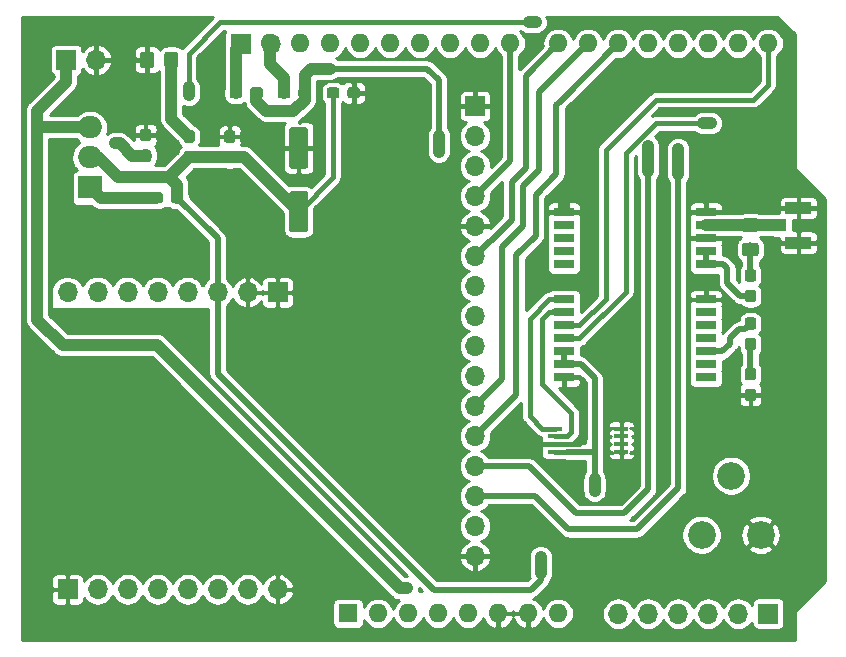
<source format=gbr>
G04 #@! TF.GenerationSoftware,KiCad,Pcbnew,(5.1.4)-1*
G04 #@! TF.CreationDate,2020-01-13T21:14:05+02:00*
G04 #@! TF.ProjectId,LORA,4c4f5241-2e6b-4696-9361-645f70636258,rev?*
G04 #@! TF.SameCoordinates,Original*
G04 #@! TF.FileFunction,Copper,L1,Top*
G04 #@! TF.FilePolarity,Positive*
%FSLAX46Y46*%
G04 Gerber Fmt 4.6, Leading zero omitted, Abs format (unit mm)*
G04 Created by KiCad (PCBNEW (5.1.4)-1) date 2020-01-13 21:14:05*
%MOMM*%
%LPD*%
G04 APERTURE LIST*
%ADD10O,1.600000X1.600000*%
%ADD11R,1.600000X1.600000*%
%ADD12R,1.800000X0.800000*%
%ADD13O,1.700000X1.700000*%
%ADD14R,1.700000X1.700000*%
%ADD15R,1.290000X0.390000*%
%ADD16C,2.340000*%
%ADD17C,0.100000*%
%ADD18C,0.950000*%
%ADD19C,1.150000*%
%ADD20C,1.600000*%
%ADD21R,2.200000X1.050000*%
%ADD22R,1.050000X1.000000*%
%ADD23O,2.000000X1.905000*%
%ADD24R,2.000000X1.905000*%
%ADD25C,0.800000*%
%ADD26C,1.000000*%
%ADD27C,0.500000*%
%ADD28C,0.400000*%
%ADD29C,0.254000*%
G04 APERTURE END LIST*
D10*
X173863000Y-66167000D03*
X176403000Y-66167000D03*
X136783000Y-66167000D03*
X176403000Y-114427000D03*
X139323000Y-66167000D03*
X173863000Y-114427000D03*
X141863000Y-66167000D03*
X171323000Y-114427000D03*
X144403000Y-66167000D03*
X168783000Y-114427000D03*
X146943000Y-66167000D03*
X166243000Y-114427000D03*
X149483000Y-66167000D03*
X163703000Y-114427000D03*
X152023000Y-66167000D03*
X158623000Y-114427000D03*
X154563000Y-66167000D03*
X156083000Y-114427000D03*
X158623000Y-66167000D03*
X153543000Y-114427000D03*
X161163000Y-66167000D03*
X151003000Y-114427000D03*
X163703000Y-66167000D03*
X148463000Y-114427000D03*
X166243000Y-66167000D03*
X145923000Y-114427000D03*
X168783000Y-66167000D03*
X143383000Y-114427000D03*
X171323000Y-66167000D03*
D11*
X140843000Y-114427000D03*
D10*
X134243000Y-66167000D03*
X131703000Y-66167000D03*
D12*
X159125400Y-94452200D03*
X159125400Y-93352200D03*
X159125400Y-92252200D03*
X159125400Y-91152200D03*
X159125400Y-90052200D03*
X159125400Y-88952200D03*
X159125400Y-87852200D03*
X159125400Y-84852200D03*
X159125400Y-83752200D03*
X159125400Y-82652200D03*
X159125400Y-81552200D03*
X159125400Y-80452200D03*
X171125400Y-80452200D03*
X171125400Y-81552200D03*
X171125400Y-82652200D03*
X171125400Y-83752200D03*
X171125400Y-84852200D03*
X171125400Y-87852200D03*
X171125400Y-88952200D03*
X171125400Y-90052200D03*
X171125400Y-91152200D03*
X171125400Y-92252200D03*
X171125400Y-93352200D03*
X171125400Y-94452200D03*
D13*
X134289800Y-66192400D03*
D14*
X131749800Y-66192400D03*
D13*
X163703000Y-114452400D03*
X166243000Y-114452400D03*
X168783000Y-114452400D03*
X171323000Y-114452400D03*
X173863000Y-114452400D03*
D14*
X176403000Y-114452400D03*
D13*
X151587200Y-109575600D03*
X151587200Y-107035600D03*
X151587200Y-104495600D03*
X151587200Y-101955600D03*
X151587200Y-99415600D03*
X151587200Y-96875600D03*
X151587200Y-94335600D03*
X151587200Y-91795600D03*
X151587200Y-89255600D03*
X151587200Y-86715600D03*
X151587200Y-84175600D03*
X151587200Y-81635600D03*
X151587200Y-79095600D03*
X151587200Y-76555600D03*
X151587200Y-74015600D03*
D14*
X151587200Y-71475600D03*
D15*
X158343000Y-100746200D03*
X158343000Y-100096200D03*
X158343000Y-99446200D03*
X158343000Y-98796200D03*
X163983000Y-98796200D03*
X163983000Y-99446200D03*
X163983000Y-100096200D03*
X163983000Y-100746200D03*
D16*
X170764200Y-107772200D03*
X173264200Y-102772200D03*
X175764200Y-107772200D03*
D17*
G36*
X131642779Y-69884144D02*
G01*
X131665834Y-69887563D01*
X131688443Y-69893227D01*
X131710387Y-69901079D01*
X131731457Y-69911044D01*
X131751448Y-69923026D01*
X131770168Y-69936910D01*
X131787438Y-69952562D01*
X131803090Y-69969832D01*
X131816974Y-69988552D01*
X131828956Y-70008543D01*
X131838921Y-70029613D01*
X131846773Y-70051557D01*
X131852437Y-70074166D01*
X131855856Y-70097221D01*
X131857000Y-70120500D01*
X131857000Y-70595500D01*
X131855856Y-70618779D01*
X131852437Y-70641834D01*
X131846773Y-70664443D01*
X131838921Y-70686387D01*
X131828956Y-70707457D01*
X131816974Y-70727448D01*
X131803090Y-70746168D01*
X131787438Y-70763438D01*
X131770168Y-70779090D01*
X131751448Y-70792974D01*
X131731457Y-70804956D01*
X131710387Y-70814921D01*
X131688443Y-70822773D01*
X131665834Y-70828437D01*
X131642779Y-70831856D01*
X131619500Y-70833000D01*
X131044500Y-70833000D01*
X131021221Y-70831856D01*
X130998166Y-70828437D01*
X130975557Y-70822773D01*
X130953613Y-70814921D01*
X130932543Y-70804956D01*
X130912552Y-70792974D01*
X130893832Y-70779090D01*
X130876562Y-70763438D01*
X130860910Y-70746168D01*
X130847026Y-70727448D01*
X130835044Y-70707457D01*
X130825079Y-70686387D01*
X130817227Y-70664443D01*
X130811563Y-70641834D01*
X130808144Y-70618779D01*
X130807000Y-70595500D01*
X130807000Y-70120500D01*
X130808144Y-70097221D01*
X130811563Y-70074166D01*
X130817227Y-70051557D01*
X130825079Y-70029613D01*
X130835044Y-70008543D01*
X130847026Y-69988552D01*
X130860910Y-69969832D01*
X130876562Y-69952562D01*
X130893832Y-69936910D01*
X130912552Y-69923026D01*
X130932543Y-69911044D01*
X130953613Y-69901079D01*
X130975557Y-69893227D01*
X130998166Y-69887563D01*
X131021221Y-69884144D01*
X131044500Y-69883000D01*
X131619500Y-69883000D01*
X131642779Y-69884144D01*
X131642779Y-69884144D01*
G37*
D18*
X131332000Y-70358000D03*
D17*
G36*
X133392779Y-69884144D02*
G01*
X133415834Y-69887563D01*
X133438443Y-69893227D01*
X133460387Y-69901079D01*
X133481457Y-69911044D01*
X133501448Y-69923026D01*
X133520168Y-69936910D01*
X133537438Y-69952562D01*
X133553090Y-69969832D01*
X133566974Y-69988552D01*
X133578956Y-70008543D01*
X133588921Y-70029613D01*
X133596773Y-70051557D01*
X133602437Y-70074166D01*
X133605856Y-70097221D01*
X133607000Y-70120500D01*
X133607000Y-70595500D01*
X133605856Y-70618779D01*
X133602437Y-70641834D01*
X133596773Y-70664443D01*
X133588921Y-70686387D01*
X133578956Y-70707457D01*
X133566974Y-70727448D01*
X133553090Y-70746168D01*
X133537438Y-70763438D01*
X133520168Y-70779090D01*
X133501448Y-70792974D01*
X133481457Y-70804956D01*
X133460387Y-70814921D01*
X133438443Y-70822773D01*
X133415834Y-70828437D01*
X133392779Y-70831856D01*
X133369500Y-70833000D01*
X132794500Y-70833000D01*
X132771221Y-70831856D01*
X132748166Y-70828437D01*
X132725557Y-70822773D01*
X132703613Y-70814921D01*
X132682543Y-70804956D01*
X132662552Y-70792974D01*
X132643832Y-70779090D01*
X132626562Y-70763438D01*
X132610910Y-70746168D01*
X132597026Y-70727448D01*
X132585044Y-70707457D01*
X132575079Y-70686387D01*
X132567227Y-70664443D01*
X132561563Y-70641834D01*
X132558144Y-70618779D01*
X132557000Y-70595500D01*
X132557000Y-70120500D01*
X132558144Y-70097221D01*
X132561563Y-70074166D01*
X132567227Y-70051557D01*
X132575079Y-70029613D01*
X132585044Y-70008543D01*
X132597026Y-69988552D01*
X132610910Y-69969832D01*
X132626562Y-69952562D01*
X132643832Y-69936910D01*
X132662552Y-69923026D01*
X132682543Y-69911044D01*
X132703613Y-69901079D01*
X132725557Y-69893227D01*
X132748166Y-69887563D01*
X132771221Y-69884144D01*
X132794500Y-69883000D01*
X133369500Y-69883000D01*
X133392779Y-69884144D01*
X133392779Y-69884144D01*
G37*
D18*
X133082000Y-70358000D03*
D17*
G36*
X137470779Y-69884144D02*
G01*
X137493834Y-69887563D01*
X137516443Y-69893227D01*
X137538387Y-69901079D01*
X137559457Y-69911044D01*
X137579448Y-69923026D01*
X137598168Y-69936910D01*
X137615438Y-69952562D01*
X137631090Y-69969832D01*
X137644974Y-69988552D01*
X137656956Y-70008543D01*
X137666921Y-70029613D01*
X137674773Y-70051557D01*
X137680437Y-70074166D01*
X137683856Y-70097221D01*
X137685000Y-70120500D01*
X137685000Y-70595500D01*
X137683856Y-70618779D01*
X137680437Y-70641834D01*
X137674773Y-70664443D01*
X137666921Y-70686387D01*
X137656956Y-70707457D01*
X137644974Y-70727448D01*
X137631090Y-70746168D01*
X137615438Y-70763438D01*
X137598168Y-70779090D01*
X137579448Y-70792974D01*
X137559457Y-70804956D01*
X137538387Y-70814921D01*
X137516443Y-70822773D01*
X137493834Y-70828437D01*
X137470779Y-70831856D01*
X137447500Y-70833000D01*
X136872500Y-70833000D01*
X136849221Y-70831856D01*
X136826166Y-70828437D01*
X136803557Y-70822773D01*
X136781613Y-70814921D01*
X136760543Y-70804956D01*
X136740552Y-70792974D01*
X136721832Y-70779090D01*
X136704562Y-70763438D01*
X136688910Y-70746168D01*
X136675026Y-70727448D01*
X136663044Y-70707457D01*
X136653079Y-70686387D01*
X136645227Y-70664443D01*
X136639563Y-70641834D01*
X136636144Y-70618779D01*
X136635000Y-70595500D01*
X136635000Y-70120500D01*
X136636144Y-70097221D01*
X136639563Y-70074166D01*
X136645227Y-70051557D01*
X136653079Y-70029613D01*
X136663044Y-70008543D01*
X136675026Y-69988552D01*
X136688910Y-69969832D01*
X136704562Y-69952562D01*
X136721832Y-69936910D01*
X136740552Y-69923026D01*
X136760543Y-69911044D01*
X136781613Y-69901079D01*
X136803557Y-69893227D01*
X136826166Y-69887563D01*
X136849221Y-69884144D01*
X136872500Y-69883000D01*
X137447500Y-69883000D01*
X137470779Y-69884144D01*
X137470779Y-69884144D01*
G37*
D18*
X137160000Y-70358000D03*
D17*
G36*
X135720779Y-69884144D02*
G01*
X135743834Y-69887563D01*
X135766443Y-69893227D01*
X135788387Y-69901079D01*
X135809457Y-69911044D01*
X135829448Y-69923026D01*
X135848168Y-69936910D01*
X135865438Y-69952562D01*
X135881090Y-69969832D01*
X135894974Y-69988552D01*
X135906956Y-70008543D01*
X135916921Y-70029613D01*
X135924773Y-70051557D01*
X135930437Y-70074166D01*
X135933856Y-70097221D01*
X135935000Y-70120500D01*
X135935000Y-70595500D01*
X135933856Y-70618779D01*
X135930437Y-70641834D01*
X135924773Y-70664443D01*
X135916921Y-70686387D01*
X135906956Y-70707457D01*
X135894974Y-70727448D01*
X135881090Y-70746168D01*
X135865438Y-70763438D01*
X135848168Y-70779090D01*
X135829448Y-70792974D01*
X135809457Y-70804956D01*
X135788387Y-70814921D01*
X135766443Y-70822773D01*
X135743834Y-70828437D01*
X135720779Y-70831856D01*
X135697500Y-70833000D01*
X135122500Y-70833000D01*
X135099221Y-70831856D01*
X135076166Y-70828437D01*
X135053557Y-70822773D01*
X135031613Y-70814921D01*
X135010543Y-70804956D01*
X134990552Y-70792974D01*
X134971832Y-70779090D01*
X134954562Y-70763438D01*
X134938910Y-70746168D01*
X134925026Y-70727448D01*
X134913044Y-70707457D01*
X134903079Y-70686387D01*
X134895227Y-70664443D01*
X134889563Y-70641834D01*
X134886144Y-70618779D01*
X134885000Y-70595500D01*
X134885000Y-70120500D01*
X134886144Y-70097221D01*
X134889563Y-70074166D01*
X134895227Y-70051557D01*
X134903079Y-70029613D01*
X134913044Y-70008543D01*
X134925026Y-69988552D01*
X134938910Y-69969832D01*
X134954562Y-69952562D01*
X134971832Y-69936910D01*
X134990552Y-69923026D01*
X135010543Y-69911044D01*
X135031613Y-69901079D01*
X135053557Y-69893227D01*
X135076166Y-69887563D01*
X135099221Y-69884144D01*
X135122500Y-69883000D01*
X135697500Y-69883000D01*
X135720779Y-69884144D01*
X135720779Y-69884144D01*
G37*
D18*
X135410000Y-70358000D03*
D17*
G36*
X175165179Y-93659344D02*
G01*
X175188234Y-93662763D01*
X175210843Y-93668427D01*
X175232787Y-93676279D01*
X175253857Y-93686244D01*
X175273848Y-93698226D01*
X175292568Y-93712110D01*
X175309838Y-93727762D01*
X175325490Y-93745032D01*
X175339374Y-93763752D01*
X175351356Y-93783743D01*
X175361321Y-93804813D01*
X175369173Y-93826757D01*
X175374837Y-93849366D01*
X175378256Y-93872421D01*
X175379400Y-93895700D01*
X175379400Y-94470700D01*
X175378256Y-94493979D01*
X175374837Y-94517034D01*
X175369173Y-94539643D01*
X175361321Y-94561587D01*
X175351356Y-94582657D01*
X175339374Y-94602648D01*
X175325490Y-94621368D01*
X175309838Y-94638638D01*
X175292568Y-94654290D01*
X175273848Y-94668174D01*
X175253857Y-94680156D01*
X175232787Y-94690121D01*
X175210843Y-94697973D01*
X175188234Y-94703637D01*
X175165179Y-94707056D01*
X175141900Y-94708200D01*
X174666900Y-94708200D01*
X174643621Y-94707056D01*
X174620566Y-94703637D01*
X174597957Y-94697973D01*
X174576013Y-94690121D01*
X174554943Y-94680156D01*
X174534952Y-94668174D01*
X174516232Y-94654290D01*
X174498962Y-94638638D01*
X174483310Y-94621368D01*
X174469426Y-94602648D01*
X174457444Y-94582657D01*
X174447479Y-94561587D01*
X174439627Y-94539643D01*
X174433963Y-94517034D01*
X174430544Y-94493979D01*
X174429400Y-94470700D01*
X174429400Y-93895700D01*
X174430544Y-93872421D01*
X174433963Y-93849366D01*
X174439627Y-93826757D01*
X174447479Y-93804813D01*
X174457444Y-93783743D01*
X174469426Y-93763752D01*
X174483310Y-93745032D01*
X174498962Y-93727762D01*
X174516232Y-93712110D01*
X174534952Y-93698226D01*
X174554943Y-93686244D01*
X174576013Y-93676279D01*
X174597957Y-93668427D01*
X174620566Y-93662763D01*
X174643621Y-93659344D01*
X174666900Y-93658200D01*
X175141900Y-93658200D01*
X175165179Y-93659344D01*
X175165179Y-93659344D01*
G37*
D18*
X174904400Y-94183200D03*
D17*
G36*
X175165179Y-95409344D02*
G01*
X175188234Y-95412763D01*
X175210843Y-95418427D01*
X175232787Y-95426279D01*
X175253857Y-95436244D01*
X175273848Y-95448226D01*
X175292568Y-95462110D01*
X175309838Y-95477762D01*
X175325490Y-95495032D01*
X175339374Y-95513752D01*
X175351356Y-95533743D01*
X175361321Y-95554813D01*
X175369173Y-95576757D01*
X175374837Y-95599366D01*
X175378256Y-95622421D01*
X175379400Y-95645700D01*
X175379400Y-96220700D01*
X175378256Y-96243979D01*
X175374837Y-96267034D01*
X175369173Y-96289643D01*
X175361321Y-96311587D01*
X175351356Y-96332657D01*
X175339374Y-96352648D01*
X175325490Y-96371368D01*
X175309838Y-96388638D01*
X175292568Y-96404290D01*
X175273848Y-96418174D01*
X175253857Y-96430156D01*
X175232787Y-96440121D01*
X175210843Y-96447973D01*
X175188234Y-96453637D01*
X175165179Y-96457056D01*
X175141900Y-96458200D01*
X174666900Y-96458200D01*
X174643621Y-96457056D01*
X174620566Y-96453637D01*
X174597957Y-96447973D01*
X174576013Y-96440121D01*
X174554943Y-96430156D01*
X174534952Y-96418174D01*
X174516232Y-96404290D01*
X174498962Y-96388638D01*
X174483310Y-96371368D01*
X174469426Y-96352648D01*
X174457444Y-96332657D01*
X174447479Y-96311587D01*
X174439627Y-96289643D01*
X174433963Y-96267034D01*
X174430544Y-96243979D01*
X174429400Y-96220700D01*
X174429400Y-95645700D01*
X174430544Y-95622421D01*
X174433963Y-95599366D01*
X174439627Y-95576757D01*
X174447479Y-95554813D01*
X174457444Y-95533743D01*
X174469426Y-95513752D01*
X174483310Y-95495032D01*
X174498962Y-95477762D01*
X174516232Y-95462110D01*
X174534952Y-95448226D01*
X174554943Y-95436244D01*
X174576013Y-95426279D01*
X174597957Y-95418427D01*
X174620566Y-95412763D01*
X174643621Y-95409344D01*
X174666900Y-95408200D01*
X175141900Y-95408200D01*
X175165179Y-95409344D01*
X175165179Y-95409344D01*
G37*
D18*
X174904400Y-95933200D03*
D17*
G36*
X126215505Y-66865204D02*
G01*
X126239773Y-66868804D01*
X126263572Y-66874765D01*
X126286671Y-66883030D01*
X126308850Y-66893520D01*
X126329893Y-66906132D01*
X126349599Y-66920747D01*
X126367777Y-66937223D01*
X126384253Y-66955401D01*
X126398868Y-66975107D01*
X126411480Y-66996150D01*
X126421970Y-67018329D01*
X126430235Y-67041428D01*
X126436196Y-67065227D01*
X126439796Y-67089495D01*
X126441000Y-67113999D01*
X126441000Y-68014001D01*
X126439796Y-68038505D01*
X126436196Y-68062773D01*
X126430235Y-68086572D01*
X126421970Y-68109671D01*
X126411480Y-68131850D01*
X126398868Y-68152893D01*
X126384253Y-68172599D01*
X126367777Y-68190777D01*
X126349599Y-68207253D01*
X126329893Y-68221868D01*
X126308850Y-68234480D01*
X126286671Y-68244970D01*
X126263572Y-68253235D01*
X126239773Y-68259196D01*
X126215505Y-68262796D01*
X126191001Y-68264000D01*
X125540999Y-68264000D01*
X125516495Y-68262796D01*
X125492227Y-68259196D01*
X125468428Y-68253235D01*
X125445329Y-68244970D01*
X125423150Y-68234480D01*
X125402107Y-68221868D01*
X125382401Y-68207253D01*
X125364223Y-68190777D01*
X125347747Y-68172599D01*
X125333132Y-68152893D01*
X125320520Y-68131850D01*
X125310030Y-68109671D01*
X125301765Y-68086572D01*
X125295804Y-68062773D01*
X125292204Y-68038505D01*
X125291000Y-68014001D01*
X125291000Y-67113999D01*
X125292204Y-67089495D01*
X125295804Y-67065227D01*
X125301765Y-67041428D01*
X125310030Y-67018329D01*
X125320520Y-66996150D01*
X125333132Y-66975107D01*
X125347747Y-66955401D01*
X125364223Y-66937223D01*
X125382401Y-66920747D01*
X125402107Y-66906132D01*
X125423150Y-66893520D01*
X125445329Y-66883030D01*
X125468428Y-66874765D01*
X125492227Y-66868804D01*
X125516495Y-66865204D01*
X125540999Y-66864000D01*
X126191001Y-66864000D01*
X126215505Y-66865204D01*
X126215505Y-66865204D01*
G37*
D19*
X125866000Y-67564000D03*
D17*
G36*
X124165505Y-66865204D02*
G01*
X124189773Y-66868804D01*
X124213572Y-66874765D01*
X124236671Y-66883030D01*
X124258850Y-66893520D01*
X124279893Y-66906132D01*
X124299599Y-66920747D01*
X124317777Y-66937223D01*
X124334253Y-66955401D01*
X124348868Y-66975107D01*
X124361480Y-66996150D01*
X124371970Y-67018329D01*
X124380235Y-67041428D01*
X124386196Y-67065227D01*
X124389796Y-67089495D01*
X124391000Y-67113999D01*
X124391000Y-68014001D01*
X124389796Y-68038505D01*
X124386196Y-68062773D01*
X124380235Y-68086572D01*
X124371970Y-68109671D01*
X124361480Y-68131850D01*
X124348868Y-68152893D01*
X124334253Y-68172599D01*
X124317777Y-68190777D01*
X124299599Y-68207253D01*
X124279893Y-68221868D01*
X124258850Y-68234480D01*
X124236671Y-68244970D01*
X124213572Y-68253235D01*
X124189773Y-68259196D01*
X124165505Y-68262796D01*
X124141001Y-68264000D01*
X123490999Y-68264000D01*
X123466495Y-68262796D01*
X123442227Y-68259196D01*
X123418428Y-68253235D01*
X123395329Y-68244970D01*
X123373150Y-68234480D01*
X123352107Y-68221868D01*
X123332401Y-68207253D01*
X123314223Y-68190777D01*
X123297747Y-68172599D01*
X123283132Y-68152893D01*
X123270520Y-68131850D01*
X123260030Y-68109671D01*
X123251765Y-68086572D01*
X123245804Y-68062773D01*
X123242204Y-68038505D01*
X123241000Y-68014001D01*
X123241000Y-67113999D01*
X123242204Y-67089495D01*
X123245804Y-67065227D01*
X123251765Y-67041428D01*
X123260030Y-67018329D01*
X123270520Y-66996150D01*
X123283132Y-66975107D01*
X123297747Y-66955401D01*
X123314223Y-66937223D01*
X123332401Y-66920747D01*
X123352107Y-66906132D01*
X123373150Y-66893520D01*
X123395329Y-66883030D01*
X123418428Y-66874765D01*
X123442227Y-66868804D01*
X123466495Y-66865204D01*
X123490999Y-66864000D01*
X124141001Y-66864000D01*
X124165505Y-66865204D01*
X124165505Y-66865204D01*
G37*
D19*
X123816000Y-67564000D03*
D17*
G36*
X141622379Y-69884144D02*
G01*
X141645434Y-69887563D01*
X141668043Y-69893227D01*
X141689987Y-69901079D01*
X141711057Y-69911044D01*
X141731048Y-69923026D01*
X141749768Y-69936910D01*
X141767038Y-69952562D01*
X141782690Y-69969832D01*
X141796574Y-69988552D01*
X141808556Y-70008543D01*
X141818521Y-70029613D01*
X141826373Y-70051557D01*
X141832037Y-70074166D01*
X141835456Y-70097221D01*
X141836600Y-70120500D01*
X141836600Y-70595500D01*
X141835456Y-70618779D01*
X141832037Y-70641834D01*
X141826373Y-70664443D01*
X141818521Y-70686387D01*
X141808556Y-70707457D01*
X141796574Y-70727448D01*
X141782690Y-70746168D01*
X141767038Y-70763438D01*
X141749768Y-70779090D01*
X141731048Y-70792974D01*
X141711057Y-70804956D01*
X141689987Y-70814921D01*
X141668043Y-70822773D01*
X141645434Y-70828437D01*
X141622379Y-70831856D01*
X141599100Y-70833000D01*
X141024100Y-70833000D01*
X141000821Y-70831856D01*
X140977766Y-70828437D01*
X140955157Y-70822773D01*
X140933213Y-70814921D01*
X140912143Y-70804956D01*
X140892152Y-70792974D01*
X140873432Y-70779090D01*
X140856162Y-70763438D01*
X140840510Y-70746168D01*
X140826626Y-70727448D01*
X140814644Y-70707457D01*
X140804679Y-70686387D01*
X140796827Y-70664443D01*
X140791163Y-70641834D01*
X140787744Y-70618779D01*
X140786600Y-70595500D01*
X140786600Y-70120500D01*
X140787744Y-70097221D01*
X140791163Y-70074166D01*
X140796827Y-70051557D01*
X140804679Y-70029613D01*
X140814644Y-70008543D01*
X140826626Y-69988552D01*
X140840510Y-69969832D01*
X140856162Y-69952562D01*
X140873432Y-69936910D01*
X140892152Y-69923026D01*
X140912143Y-69911044D01*
X140933213Y-69901079D01*
X140955157Y-69893227D01*
X140977766Y-69887563D01*
X141000821Y-69884144D01*
X141024100Y-69883000D01*
X141599100Y-69883000D01*
X141622379Y-69884144D01*
X141622379Y-69884144D01*
G37*
D18*
X141311600Y-70358000D03*
D17*
G36*
X139872379Y-69884144D02*
G01*
X139895434Y-69887563D01*
X139918043Y-69893227D01*
X139939987Y-69901079D01*
X139961057Y-69911044D01*
X139981048Y-69923026D01*
X139999768Y-69936910D01*
X140017038Y-69952562D01*
X140032690Y-69969832D01*
X140046574Y-69988552D01*
X140058556Y-70008543D01*
X140068521Y-70029613D01*
X140076373Y-70051557D01*
X140082037Y-70074166D01*
X140085456Y-70097221D01*
X140086600Y-70120500D01*
X140086600Y-70595500D01*
X140085456Y-70618779D01*
X140082037Y-70641834D01*
X140076373Y-70664443D01*
X140068521Y-70686387D01*
X140058556Y-70707457D01*
X140046574Y-70727448D01*
X140032690Y-70746168D01*
X140017038Y-70763438D01*
X139999768Y-70779090D01*
X139981048Y-70792974D01*
X139961057Y-70804956D01*
X139939987Y-70814921D01*
X139918043Y-70822773D01*
X139895434Y-70828437D01*
X139872379Y-70831856D01*
X139849100Y-70833000D01*
X139274100Y-70833000D01*
X139250821Y-70831856D01*
X139227766Y-70828437D01*
X139205157Y-70822773D01*
X139183213Y-70814921D01*
X139162143Y-70804956D01*
X139142152Y-70792974D01*
X139123432Y-70779090D01*
X139106162Y-70763438D01*
X139090510Y-70746168D01*
X139076626Y-70727448D01*
X139064644Y-70707457D01*
X139054679Y-70686387D01*
X139046827Y-70664443D01*
X139041163Y-70641834D01*
X139037744Y-70618779D01*
X139036600Y-70595500D01*
X139036600Y-70120500D01*
X139037744Y-70097221D01*
X139041163Y-70074166D01*
X139046827Y-70051557D01*
X139054679Y-70029613D01*
X139064644Y-70008543D01*
X139076626Y-69988552D01*
X139090510Y-69969832D01*
X139106162Y-69952562D01*
X139123432Y-69936910D01*
X139142152Y-69923026D01*
X139162143Y-69911044D01*
X139183213Y-69901079D01*
X139205157Y-69893227D01*
X139227766Y-69887563D01*
X139250821Y-69884144D01*
X139274100Y-69883000D01*
X139849100Y-69883000D01*
X139872379Y-69884144D01*
X139872379Y-69884144D01*
G37*
D18*
X139561600Y-70358000D03*
D17*
G36*
X131070779Y-73531144D02*
G01*
X131093834Y-73534563D01*
X131116443Y-73540227D01*
X131138387Y-73548079D01*
X131159457Y-73558044D01*
X131179448Y-73570026D01*
X131198168Y-73583910D01*
X131215438Y-73599562D01*
X131231090Y-73616832D01*
X131244974Y-73635552D01*
X131256956Y-73655543D01*
X131266921Y-73676613D01*
X131274773Y-73698557D01*
X131280437Y-73721166D01*
X131283856Y-73744221D01*
X131285000Y-73767500D01*
X131285000Y-74342500D01*
X131283856Y-74365779D01*
X131280437Y-74388834D01*
X131274773Y-74411443D01*
X131266921Y-74433387D01*
X131256956Y-74454457D01*
X131244974Y-74474448D01*
X131231090Y-74493168D01*
X131215438Y-74510438D01*
X131198168Y-74526090D01*
X131179448Y-74539974D01*
X131159457Y-74551956D01*
X131138387Y-74561921D01*
X131116443Y-74569773D01*
X131093834Y-74575437D01*
X131070779Y-74578856D01*
X131047500Y-74580000D01*
X130572500Y-74580000D01*
X130549221Y-74578856D01*
X130526166Y-74575437D01*
X130503557Y-74569773D01*
X130481613Y-74561921D01*
X130460543Y-74551956D01*
X130440552Y-74539974D01*
X130421832Y-74526090D01*
X130404562Y-74510438D01*
X130388910Y-74493168D01*
X130375026Y-74474448D01*
X130363044Y-74454457D01*
X130353079Y-74433387D01*
X130345227Y-74411443D01*
X130339563Y-74388834D01*
X130336144Y-74365779D01*
X130335000Y-74342500D01*
X130335000Y-73767500D01*
X130336144Y-73744221D01*
X130339563Y-73721166D01*
X130345227Y-73698557D01*
X130353079Y-73676613D01*
X130363044Y-73655543D01*
X130375026Y-73635552D01*
X130388910Y-73616832D01*
X130404562Y-73599562D01*
X130421832Y-73583910D01*
X130440552Y-73570026D01*
X130460543Y-73558044D01*
X130481613Y-73548079D01*
X130503557Y-73540227D01*
X130526166Y-73534563D01*
X130549221Y-73531144D01*
X130572500Y-73530000D01*
X131047500Y-73530000D01*
X131070779Y-73531144D01*
X131070779Y-73531144D01*
G37*
D18*
X130810000Y-74055000D03*
D17*
G36*
X131070779Y-75281144D02*
G01*
X131093834Y-75284563D01*
X131116443Y-75290227D01*
X131138387Y-75298079D01*
X131159457Y-75308044D01*
X131179448Y-75320026D01*
X131198168Y-75333910D01*
X131215438Y-75349562D01*
X131231090Y-75366832D01*
X131244974Y-75385552D01*
X131256956Y-75405543D01*
X131266921Y-75426613D01*
X131274773Y-75448557D01*
X131280437Y-75471166D01*
X131283856Y-75494221D01*
X131285000Y-75517500D01*
X131285000Y-76092500D01*
X131283856Y-76115779D01*
X131280437Y-76138834D01*
X131274773Y-76161443D01*
X131266921Y-76183387D01*
X131256956Y-76204457D01*
X131244974Y-76224448D01*
X131231090Y-76243168D01*
X131215438Y-76260438D01*
X131198168Y-76276090D01*
X131179448Y-76289974D01*
X131159457Y-76301956D01*
X131138387Y-76311921D01*
X131116443Y-76319773D01*
X131093834Y-76325437D01*
X131070779Y-76328856D01*
X131047500Y-76330000D01*
X130572500Y-76330000D01*
X130549221Y-76328856D01*
X130526166Y-76325437D01*
X130503557Y-76319773D01*
X130481613Y-76311921D01*
X130460543Y-76301956D01*
X130440552Y-76289974D01*
X130421832Y-76276090D01*
X130404562Y-76260438D01*
X130388910Y-76243168D01*
X130375026Y-76224448D01*
X130363044Y-76204457D01*
X130353079Y-76183387D01*
X130345227Y-76161443D01*
X130339563Y-76138834D01*
X130336144Y-76115779D01*
X130335000Y-76092500D01*
X130335000Y-75517500D01*
X130336144Y-75494221D01*
X130339563Y-75471166D01*
X130345227Y-75448557D01*
X130353079Y-75426613D01*
X130363044Y-75405543D01*
X130375026Y-75385552D01*
X130388910Y-75366832D01*
X130404562Y-75349562D01*
X130421832Y-75333910D01*
X130440552Y-75320026D01*
X130460543Y-75308044D01*
X130481613Y-75298079D01*
X130503557Y-75290227D01*
X130526166Y-75284563D01*
X130549221Y-75281144D01*
X130572500Y-75280000D01*
X131047500Y-75280000D01*
X131070779Y-75281144D01*
X131070779Y-75281144D01*
G37*
D18*
X130810000Y-75805000D03*
D17*
G36*
X137226504Y-73275204D02*
G01*
X137250773Y-73278804D01*
X137274571Y-73284765D01*
X137297671Y-73293030D01*
X137319849Y-73303520D01*
X137340893Y-73316133D01*
X137360598Y-73330747D01*
X137378777Y-73347223D01*
X137395253Y-73365402D01*
X137409867Y-73385107D01*
X137422480Y-73406151D01*
X137432970Y-73428329D01*
X137441235Y-73451429D01*
X137447196Y-73475227D01*
X137450796Y-73499496D01*
X137452000Y-73524000D01*
X137452000Y-76524000D01*
X137450796Y-76548504D01*
X137447196Y-76572773D01*
X137441235Y-76596571D01*
X137432970Y-76619671D01*
X137422480Y-76641849D01*
X137409867Y-76662893D01*
X137395253Y-76682598D01*
X137378777Y-76700777D01*
X137360598Y-76717253D01*
X137340893Y-76731867D01*
X137319849Y-76744480D01*
X137297671Y-76754970D01*
X137274571Y-76763235D01*
X137250773Y-76769196D01*
X137226504Y-76772796D01*
X137202000Y-76774000D01*
X136102000Y-76774000D01*
X136077496Y-76772796D01*
X136053227Y-76769196D01*
X136029429Y-76763235D01*
X136006329Y-76754970D01*
X135984151Y-76744480D01*
X135963107Y-76731867D01*
X135943402Y-76717253D01*
X135925223Y-76700777D01*
X135908747Y-76682598D01*
X135894133Y-76662893D01*
X135881520Y-76641849D01*
X135871030Y-76619671D01*
X135862765Y-76596571D01*
X135856804Y-76572773D01*
X135853204Y-76548504D01*
X135852000Y-76524000D01*
X135852000Y-73524000D01*
X135853204Y-73499496D01*
X135856804Y-73475227D01*
X135862765Y-73451429D01*
X135871030Y-73428329D01*
X135881520Y-73406151D01*
X135894133Y-73385107D01*
X135908747Y-73365402D01*
X135925223Y-73347223D01*
X135943402Y-73330747D01*
X135963107Y-73316133D01*
X135984151Y-73303520D01*
X136006329Y-73293030D01*
X136029429Y-73284765D01*
X136053227Y-73278804D01*
X136077496Y-73275204D01*
X136102000Y-73274000D01*
X137202000Y-73274000D01*
X137226504Y-73275204D01*
X137226504Y-73275204D01*
G37*
D20*
X136652000Y-75024000D03*
D17*
G36*
X137226504Y-78675204D02*
G01*
X137250773Y-78678804D01*
X137274571Y-78684765D01*
X137297671Y-78693030D01*
X137319849Y-78703520D01*
X137340893Y-78716133D01*
X137360598Y-78730747D01*
X137378777Y-78747223D01*
X137395253Y-78765402D01*
X137409867Y-78785107D01*
X137422480Y-78806151D01*
X137432970Y-78828329D01*
X137441235Y-78851429D01*
X137447196Y-78875227D01*
X137450796Y-78899496D01*
X137452000Y-78924000D01*
X137452000Y-81924000D01*
X137450796Y-81948504D01*
X137447196Y-81972773D01*
X137441235Y-81996571D01*
X137432970Y-82019671D01*
X137422480Y-82041849D01*
X137409867Y-82062893D01*
X137395253Y-82082598D01*
X137378777Y-82100777D01*
X137360598Y-82117253D01*
X137340893Y-82131867D01*
X137319849Y-82144480D01*
X137297671Y-82154970D01*
X137274571Y-82163235D01*
X137250773Y-82169196D01*
X137226504Y-82172796D01*
X137202000Y-82174000D01*
X136102000Y-82174000D01*
X136077496Y-82172796D01*
X136053227Y-82169196D01*
X136029429Y-82163235D01*
X136006329Y-82154970D01*
X135984151Y-82144480D01*
X135963107Y-82131867D01*
X135943402Y-82117253D01*
X135925223Y-82100777D01*
X135908747Y-82082598D01*
X135894133Y-82062893D01*
X135881520Y-82041849D01*
X135871030Y-82019671D01*
X135862765Y-81996571D01*
X135856804Y-81972773D01*
X135853204Y-81948504D01*
X135852000Y-81924000D01*
X135852000Y-78924000D01*
X135853204Y-78899496D01*
X135856804Y-78875227D01*
X135862765Y-78851429D01*
X135871030Y-78828329D01*
X135881520Y-78806151D01*
X135894133Y-78785107D01*
X135908747Y-78765402D01*
X135925223Y-78747223D01*
X135943402Y-78730747D01*
X135963107Y-78716133D01*
X135984151Y-78703520D01*
X136006329Y-78693030D01*
X136029429Y-78684765D01*
X136053227Y-78678804D01*
X136077496Y-78675204D01*
X136102000Y-78674000D01*
X137202000Y-78674000D01*
X137226504Y-78675204D01*
X137226504Y-78675204D01*
G37*
D20*
X136652000Y-80424000D03*
D21*
X178969400Y-80109800D03*
D22*
X177444400Y-81584800D03*
D21*
X178969400Y-83059800D03*
D17*
G36*
X175165179Y-89355344D02*
G01*
X175188234Y-89358763D01*
X175210843Y-89364427D01*
X175232787Y-89372279D01*
X175253857Y-89382244D01*
X175273848Y-89394226D01*
X175292568Y-89408110D01*
X175309838Y-89423762D01*
X175325490Y-89441032D01*
X175339374Y-89459752D01*
X175351356Y-89479743D01*
X175361321Y-89500813D01*
X175369173Y-89522757D01*
X175374837Y-89545366D01*
X175378256Y-89568421D01*
X175379400Y-89591700D01*
X175379400Y-90166700D01*
X175378256Y-90189979D01*
X175374837Y-90213034D01*
X175369173Y-90235643D01*
X175361321Y-90257587D01*
X175351356Y-90278657D01*
X175339374Y-90298648D01*
X175325490Y-90317368D01*
X175309838Y-90334638D01*
X175292568Y-90350290D01*
X175273848Y-90364174D01*
X175253857Y-90376156D01*
X175232787Y-90386121D01*
X175210843Y-90393973D01*
X175188234Y-90399637D01*
X175165179Y-90403056D01*
X175141900Y-90404200D01*
X174666900Y-90404200D01*
X174643621Y-90403056D01*
X174620566Y-90399637D01*
X174597957Y-90393973D01*
X174576013Y-90386121D01*
X174554943Y-90376156D01*
X174534952Y-90364174D01*
X174516232Y-90350290D01*
X174498962Y-90334638D01*
X174483310Y-90317368D01*
X174469426Y-90298648D01*
X174457444Y-90278657D01*
X174447479Y-90257587D01*
X174439627Y-90235643D01*
X174433963Y-90213034D01*
X174430544Y-90189979D01*
X174429400Y-90166700D01*
X174429400Y-89591700D01*
X174430544Y-89568421D01*
X174433963Y-89545366D01*
X174439627Y-89522757D01*
X174447479Y-89500813D01*
X174457444Y-89479743D01*
X174469426Y-89459752D01*
X174483310Y-89441032D01*
X174498962Y-89423762D01*
X174516232Y-89408110D01*
X174534952Y-89394226D01*
X174554943Y-89382244D01*
X174576013Y-89372279D01*
X174597957Y-89364427D01*
X174620566Y-89358763D01*
X174643621Y-89355344D01*
X174666900Y-89354200D01*
X175141900Y-89354200D01*
X175165179Y-89355344D01*
X175165179Y-89355344D01*
G37*
D18*
X174904400Y-89879200D03*
D17*
G36*
X175165179Y-91105344D02*
G01*
X175188234Y-91108763D01*
X175210843Y-91114427D01*
X175232787Y-91122279D01*
X175253857Y-91132244D01*
X175273848Y-91144226D01*
X175292568Y-91158110D01*
X175309838Y-91173762D01*
X175325490Y-91191032D01*
X175339374Y-91209752D01*
X175351356Y-91229743D01*
X175361321Y-91250813D01*
X175369173Y-91272757D01*
X175374837Y-91295366D01*
X175378256Y-91318421D01*
X175379400Y-91341700D01*
X175379400Y-91916700D01*
X175378256Y-91939979D01*
X175374837Y-91963034D01*
X175369173Y-91985643D01*
X175361321Y-92007587D01*
X175351356Y-92028657D01*
X175339374Y-92048648D01*
X175325490Y-92067368D01*
X175309838Y-92084638D01*
X175292568Y-92100290D01*
X175273848Y-92114174D01*
X175253857Y-92126156D01*
X175232787Y-92136121D01*
X175210843Y-92143973D01*
X175188234Y-92149637D01*
X175165179Y-92153056D01*
X175141900Y-92154200D01*
X174666900Y-92154200D01*
X174643621Y-92153056D01*
X174620566Y-92149637D01*
X174597957Y-92143973D01*
X174576013Y-92136121D01*
X174554943Y-92126156D01*
X174534952Y-92114174D01*
X174516232Y-92100290D01*
X174498962Y-92084638D01*
X174483310Y-92067368D01*
X174469426Y-92048648D01*
X174457444Y-92028657D01*
X174447479Y-92007587D01*
X174439627Y-91985643D01*
X174433963Y-91963034D01*
X174430544Y-91939979D01*
X174429400Y-91916700D01*
X174429400Y-91341700D01*
X174430544Y-91318421D01*
X174433963Y-91295366D01*
X174439627Y-91272757D01*
X174447479Y-91250813D01*
X174457444Y-91229743D01*
X174469426Y-91209752D01*
X174483310Y-91191032D01*
X174498962Y-91173762D01*
X174516232Y-91158110D01*
X174534952Y-91144226D01*
X174554943Y-91132244D01*
X174576013Y-91122279D01*
X174597957Y-91114427D01*
X174620566Y-91108763D01*
X174643621Y-91105344D01*
X174666900Y-91104200D01*
X175141900Y-91104200D01*
X175165179Y-91105344D01*
X175165179Y-91105344D01*
G37*
D18*
X174904400Y-91629200D03*
D17*
G36*
X175165179Y-85291344D02*
G01*
X175188234Y-85294763D01*
X175210843Y-85300427D01*
X175232787Y-85308279D01*
X175253857Y-85318244D01*
X175273848Y-85330226D01*
X175292568Y-85344110D01*
X175309838Y-85359762D01*
X175325490Y-85377032D01*
X175339374Y-85395752D01*
X175351356Y-85415743D01*
X175361321Y-85436813D01*
X175369173Y-85458757D01*
X175374837Y-85481366D01*
X175378256Y-85504421D01*
X175379400Y-85527700D01*
X175379400Y-86102700D01*
X175378256Y-86125979D01*
X175374837Y-86149034D01*
X175369173Y-86171643D01*
X175361321Y-86193587D01*
X175351356Y-86214657D01*
X175339374Y-86234648D01*
X175325490Y-86253368D01*
X175309838Y-86270638D01*
X175292568Y-86286290D01*
X175273848Y-86300174D01*
X175253857Y-86312156D01*
X175232787Y-86322121D01*
X175210843Y-86329973D01*
X175188234Y-86335637D01*
X175165179Y-86339056D01*
X175141900Y-86340200D01*
X174666900Y-86340200D01*
X174643621Y-86339056D01*
X174620566Y-86335637D01*
X174597957Y-86329973D01*
X174576013Y-86322121D01*
X174554943Y-86312156D01*
X174534952Y-86300174D01*
X174516232Y-86286290D01*
X174498962Y-86270638D01*
X174483310Y-86253368D01*
X174469426Y-86234648D01*
X174457444Y-86214657D01*
X174447479Y-86193587D01*
X174439627Y-86171643D01*
X174433963Y-86149034D01*
X174430544Y-86125979D01*
X174429400Y-86102700D01*
X174429400Y-85527700D01*
X174430544Y-85504421D01*
X174433963Y-85481366D01*
X174439627Y-85458757D01*
X174447479Y-85436813D01*
X174457444Y-85415743D01*
X174469426Y-85395752D01*
X174483310Y-85377032D01*
X174498962Y-85359762D01*
X174516232Y-85344110D01*
X174534952Y-85330226D01*
X174554943Y-85318244D01*
X174576013Y-85308279D01*
X174597957Y-85300427D01*
X174620566Y-85294763D01*
X174643621Y-85291344D01*
X174666900Y-85290200D01*
X175141900Y-85290200D01*
X175165179Y-85291344D01*
X175165179Y-85291344D01*
G37*
D18*
X174904400Y-85815200D03*
D17*
G36*
X175165179Y-87041344D02*
G01*
X175188234Y-87044763D01*
X175210843Y-87050427D01*
X175232787Y-87058279D01*
X175253857Y-87068244D01*
X175273848Y-87080226D01*
X175292568Y-87094110D01*
X175309838Y-87109762D01*
X175325490Y-87127032D01*
X175339374Y-87145752D01*
X175351356Y-87165743D01*
X175361321Y-87186813D01*
X175369173Y-87208757D01*
X175374837Y-87231366D01*
X175378256Y-87254421D01*
X175379400Y-87277700D01*
X175379400Y-87852700D01*
X175378256Y-87875979D01*
X175374837Y-87899034D01*
X175369173Y-87921643D01*
X175361321Y-87943587D01*
X175351356Y-87964657D01*
X175339374Y-87984648D01*
X175325490Y-88003368D01*
X175309838Y-88020638D01*
X175292568Y-88036290D01*
X175273848Y-88050174D01*
X175253857Y-88062156D01*
X175232787Y-88072121D01*
X175210843Y-88079973D01*
X175188234Y-88085637D01*
X175165179Y-88089056D01*
X175141900Y-88090200D01*
X174666900Y-88090200D01*
X174643621Y-88089056D01*
X174620566Y-88085637D01*
X174597957Y-88079973D01*
X174576013Y-88072121D01*
X174554943Y-88062156D01*
X174534952Y-88050174D01*
X174516232Y-88036290D01*
X174498962Y-88020638D01*
X174483310Y-88003368D01*
X174469426Y-87984648D01*
X174457444Y-87964657D01*
X174447479Y-87943587D01*
X174439627Y-87921643D01*
X174433963Y-87899034D01*
X174430544Y-87875979D01*
X174429400Y-87852700D01*
X174429400Y-87277700D01*
X174430544Y-87254421D01*
X174433963Y-87231366D01*
X174439627Y-87208757D01*
X174447479Y-87186813D01*
X174457444Y-87165743D01*
X174469426Y-87145752D01*
X174483310Y-87127032D01*
X174498962Y-87109762D01*
X174516232Y-87094110D01*
X174534952Y-87080226D01*
X174554943Y-87068244D01*
X174576013Y-87058279D01*
X174597957Y-87050427D01*
X174620566Y-87044763D01*
X174643621Y-87041344D01*
X174666900Y-87040200D01*
X175141900Y-87040200D01*
X175165179Y-87041344D01*
X175165179Y-87041344D01*
G37*
D18*
X174904400Y-87565200D03*
D17*
G36*
X127641779Y-73531144D02*
G01*
X127664834Y-73534563D01*
X127687443Y-73540227D01*
X127709387Y-73548079D01*
X127730457Y-73558044D01*
X127750448Y-73570026D01*
X127769168Y-73583910D01*
X127786438Y-73599562D01*
X127802090Y-73616832D01*
X127815974Y-73635552D01*
X127827956Y-73655543D01*
X127837921Y-73676613D01*
X127845773Y-73698557D01*
X127851437Y-73721166D01*
X127854856Y-73744221D01*
X127856000Y-73767500D01*
X127856000Y-74342500D01*
X127854856Y-74365779D01*
X127851437Y-74388834D01*
X127845773Y-74411443D01*
X127837921Y-74433387D01*
X127827956Y-74454457D01*
X127815974Y-74474448D01*
X127802090Y-74493168D01*
X127786438Y-74510438D01*
X127769168Y-74526090D01*
X127750448Y-74539974D01*
X127730457Y-74551956D01*
X127709387Y-74561921D01*
X127687443Y-74569773D01*
X127664834Y-74575437D01*
X127641779Y-74578856D01*
X127618500Y-74580000D01*
X127143500Y-74580000D01*
X127120221Y-74578856D01*
X127097166Y-74575437D01*
X127074557Y-74569773D01*
X127052613Y-74561921D01*
X127031543Y-74551956D01*
X127011552Y-74539974D01*
X126992832Y-74526090D01*
X126975562Y-74510438D01*
X126959910Y-74493168D01*
X126946026Y-74474448D01*
X126934044Y-74454457D01*
X126924079Y-74433387D01*
X126916227Y-74411443D01*
X126910563Y-74388834D01*
X126907144Y-74365779D01*
X126906000Y-74342500D01*
X126906000Y-73767500D01*
X126907144Y-73744221D01*
X126910563Y-73721166D01*
X126916227Y-73698557D01*
X126924079Y-73676613D01*
X126934044Y-73655543D01*
X126946026Y-73635552D01*
X126959910Y-73616832D01*
X126975562Y-73599562D01*
X126992832Y-73583910D01*
X127011552Y-73570026D01*
X127031543Y-73558044D01*
X127052613Y-73548079D01*
X127074557Y-73540227D01*
X127097166Y-73534563D01*
X127120221Y-73531144D01*
X127143500Y-73530000D01*
X127618500Y-73530000D01*
X127641779Y-73531144D01*
X127641779Y-73531144D01*
G37*
D18*
X127381000Y-74055000D03*
D17*
G36*
X127641779Y-75281144D02*
G01*
X127664834Y-75284563D01*
X127687443Y-75290227D01*
X127709387Y-75298079D01*
X127730457Y-75308044D01*
X127750448Y-75320026D01*
X127769168Y-75333910D01*
X127786438Y-75349562D01*
X127802090Y-75366832D01*
X127815974Y-75385552D01*
X127827956Y-75405543D01*
X127837921Y-75426613D01*
X127845773Y-75448557D01*
X127851437Y-75471166D01*
X127854856Y-75494221D01*
X127856000Y-75517500D01*
X127856000Y-76092500D01*
X127854856Y-76115779D01*
X127851437Y-76138834D01*
X127845773Y-76161443D01*
X127837921Y-76183387D01*
X127827956Y-76204457D01*
X127815974Y-76224448D01*
X127802090Y-76243168D01*
X127786438Y-76260438D01*
X127769168Y-76276090D01*
X127750448Y-76289974D01*
X127730457Y-76301956D01*
X127709387Y-76311921D01*
X127687443Y-76319773D01*
X127664834Y-76325437D01*
X127641779Y-76328856D01*
X127618500Y-76330000D01*
X127143500Y-76330000D01*
X127120221Y-76328856D01*
X127097166Y-76325437D01*
X127074557Y-76319773D01*
X127052613Y-76311921D01*
X127031543Y-76301956D01*
X127011552Y-76289974D01*
X126992832Y-76276090D01*
X126975562Y-76260438D01*
X126959910Y-76243168D01*
X126946026Y-76224448D01*
X126934044Y-76204457D01*
X126924079Y-76183387D01*
X126916227Y-76161443D01*
X126910563Y-76138834D01*
X126907144Y-76115779D01*
X126906000Y-76092500D01*
X126906000Y-75517500D01*
X126907144Y-75494221D01*
X126910563Y-75471166D01*
X126916227Y-75448557D01*
X126924079Y-75426613D01*
X126934044Y-75405543D01*
X126946026Y-75385552D01*
X126959910Y-75366832D01*
X126975562Y-75349562D01*
X126992832Y-75333910D01*
X127011552Y-75320026D01*
X127031543Y-75308044D01*
X127052613Y-75298079D01*
X127074557Y-75290227D01*
X127097166Y-75284563D01*
X127120221Y-75281144D01*
X127143500Y-75280000D01*
X127618500Y-75280000D01*
X127641779Y-75281144D01*
X127641779Y-75281144D01*
G37*
D18*
X127381000Y-75805000D03*
D17*
G36*
X123958779Y-73404144D02*
G01*
X123981834Y-73407563D01*
X124004443Y-73413227D01*
X124026387Y-73421079D01*
X124047457Y-73431044D01*
X124067448Y-73443026D01*
X124086168Y-73456910D01*
X124103438Y-73472562D01*
X124119090Y-73489832D01*
X124132974Y-73508552D01*
X124144956Y-73528543D01*
X124154921Y-73549613D01*
X124162773Y-73571557D01*
X124168437Y-73594166D01*
X124171856Y-73617221D01*
X124173000Y-73640500D01*
X124173000Y-74215500D01*
X124171856Y-74238779D01*
X124168437Y-74261834D01*
X124162773Y-74284443D01*
X124154921Y-74306387D01*
X124144956Y-74327457D01*
X124132974Y-74347448D01*
X124119090Y-74366168D01*
X124103438Y-74383438D01*
X124086168Y-74399090D01*
X124067448Y-74412974D01*
X124047457Y-74424956D01*
X124026387Y-74434921D01*
X124004443Y-74442773D01*
X123981834Y-74448437D01*
X123958779Y-74451856D01*
X123935500Y-74453000D01*
X123460500Y-74453000D01*
X123437221Y-74451856D01*
X123414166Y-74448437D01*
X123391557Y-74442773D01*
X123369613Y-74434921D01*
X123348543Y-74424956D01*
X123328552Y-74412974D01*
X123309832Y-74399090D01*
X123292562Y-74383438D01*
X123276910Y-74366168D01*
X123263026Y-74347448D01*
X123251044Y-74327457D01*
X123241079Y-74306387D01*
X123233227Y-74284443D01*
X123227563Y-74261834D01*
X123224144Y-74238779D01*
X123223000Y-74215500D01*
X123223000Y-73640500D01*
X123224144Y-73617221D01*
X123227563Y-73594166D01*
X123233227Y-73571557D01*
X123241079Y-73549613D01*
X123251044Y-73528543D01*
X123263026Y-73508552D01*
X123276910Y-73489832D01*
X123292562Y-73472562D01*
X123309832Y-73456910D01*
X123328552Y-73443026D01*
X123348543Y-73431044D01*
X123369613Y-73421079D01*
X123391557Y-73413227D01*
X123414166Y-73407563D01*
X123437221Y-73404144D01*
X123460500Y-73403000D01*
X123935500Y-73403000D01*
X123958779Y-73404144D01*
X123958779Y-73404144D01*
G37*
D18*
X123698000Y-73928000D03*
D17*
G36*
X123958779Y-75154144D02*
G01*
X123981834Y-75157563D01*
X124004443Y-75163227D01*
X124026387Y-75171079D01*
X124047457Y-75181044D01*
X124067448Y-75193026D01*
X124086168Y-75206910D01*
X124103438Y-75222562D01*
X124119090Y-75239832D01*
X124132974Y-75258552D01*
X124144956Y-75278543D01*
X124154921Y-75299613D01*
X124162773Y-75321557D01*
X124168437Y-75344166D01*
X124171856Y-75367221D01*
X124173000Y-75390500D01*
X124173000Y-75965500D01*
X124171856Y-75988779D01*
X124168437Y-76011834D01*
X124162773Y-76034443D01*
X124154921Y-76056387D01*
X124144956Y-76077457D01*
X124132974Y-76097448D01*
X124119090Y-76116168D01*
X124103438Y-76133438D01*
X124086168Y-76149090D01*
X124067448Y-76162974D01*
X124047457Y-76174956D01*
X124026387Y-76184921D01*
X124004443Y-76192773D01*
X123981834Y-76198437D01*
X123958779Y-76201856D01*
X123935500Y-76203000D01*
X123460500Y-76203000D01*
X123437221Y-76201856D01*
X123414166Y-76198437D01*
X123391557Y-76192773D01*
X123369613Y-76184921D01*
X123348543Y-76174956D01*
X123328552Y-76162974D01*
X123309832Y-76149090D01*
X123292562Y-76133438D01*
X123276910Y-76116168D01*
X123263026Y-76097448D01*
X123251044Y-76077457D01*
X123241079Y-76056387D01*
X123233227Y-76034443D01*
X123227563Y-76011834D01*
X123224144Y-75988779D01*
X123223000Y-75965500D01*
X123223000Y-75390500D01*
X123224144Y-75367221D01*
X123227563Y-75344166D01*
X123233227Y-75321557D01*
X123241079Y-75299613D01*
X123251044Y-75278543D01*
X123263026Y-75258552D01*
X123276910Y-75239832D01*
X123292562Y-75222562D01*
X123309832Y-75206910D01*
X123328552Y-75193026D01*
X123348543Y-75181044D01*
X123369613Y-75171079D01*
X123391557Y-75163227D01*
X123414166Y-75157563D01*
X123437221Y-75154144D01*
X123460500Y-75153000D01*
X123935500Y-75153000D01*
X123958779Y-75154144D01*
X123958779Y-75154144D01*
G37*
D18*
X123698000Y-75678000D03*
D17*
G36*
X124925779Y-78774144D02*
G01*
X124948834Y-78777563D01*
X124971443Y-78783227D01*
X124993387Y-78791079D01*
X125014457Y-78801044D01*
X125034448Y-78813026D01*
X125053168Y-78826910D01*
X125070438Y-78842562D01*
X125086090Y-78859832D01*
X125099974Y-78878552D01*
X125111956Y-78898543D01*
X125121921Y-78919613D01*
X125129773Y-78941557D01*
X125135437Y-78964166D01*
X125138856Y-78987221D01*
X125140000Y-79010500D01*
X125140000Y-79485500D01*
X125138856Y-79508779D01*
X125135437Y-79531834D01*
X125129773Y-79554443D01*
X125121921Y-79576387D01*
X125111956Y-79597457D01*
X125099974Y-79617448D01*
X125086090Y-79636168D01*
X125070438Y-79653438D01*
X125053168Y-79669090D01*
X125034448Y-79682974D01*
X125014457Y-79694956D01*
X124993387Y-79704921D01*
X124971443Y-79712773D01*
X124948834Y-79718437D01*
X124925779Y-79721856D01*
X124902500Y-79723000D01*
X124327500Y-79723000D01*
X124304221Y-79721856D01*
X124281166Y-79718437D01*
X124258557Y-79712773D01*
X124236613Y-79704921D01*
X124215543Y-79694956D01*
X124195552Y-79682974D01*
X124176832Y-79669090D01*
X124159562Y-79653438D01*
X124143910Y-79636168D01*
X124130026Y-79617448D01*
X124118044Y-79597457D01*
X124108079Y-79576387D01*
X124100227Y-79554443D01*
X124094563Y-79531834D01*
X124091144Y-79508779D01*
X124090000Y-79485500D01*
X124090000Y-79010500D01*
X124091144Y-78987221D01*
X124094563Y-78964166D01*
X124100227Y-78941557D01*
X124108079Y-78919613D01*
X124118044Y-78898543D01*
X124130026Y-78878552D01*
X124143910Y-78859832D01*
X124159562Y-78842562D01*
X124176832Y-78826910D01*
X124195552Y-78813026D01*
X124215543Y-78801044D01*
X124236613Y-78791079D01*
X124258557Y-78783227D01*
X124281166Y-78777563D01*
X124304221Y-78774144D01*
X124327500Y-78773000D01*
X124902500Y-78773000D01*
X124925779Y-78774144D01*
X124925779Y-78774144D01*
G37*
D18*
X124615000Y-79248000D03*
D17*
G36*
X126675779Y-78774144D02*
G01*
X126698834Y-78777563D01*
X126721443Y-78783227D01*
X126743387Y-78791079D01*
X126764457Y-78801044D01*
X126784448Y-78813026D01*
X126803168Y-78826910D01*
X126820438Y-78842562D01*
X126836090Y-78859832D01*
X126849974Y-78878552D01*
X126861956Y-78898543D01*
X126871921Y-78919613D01*
X126879773Y-78941557D01*
X126885437Y-78964166D01*
X126888856Y-78987221D01*
X126890000Y-79010500D01*
X126890000Y-79485500D01*
X126888856Y-79508779D01*
X126885437Y-79531834D01*
X126879773Y-79554443D01*
X126871921Y-79576387D01*
X126861956Y-79597457D01*
X126849974Y-79617448D01*
X126836090Y-79636168D01*
X126820438Y-79653438D01*
X126803168Y-79669090D01*
X126784448Y-79682974D01*
X126764457Y-79694956D01*
X126743387Y-79704921D01*
X126721443Y-79712773D01*
X126698834Y-79718437D01*
X126675779Y-79721856D01*
X126652500Y-79723000D01*
X126077500Y-79723000D01*
X126054221Y-79721856D01*
X126031166Y-79718437D01*
X126008557Y-79712773D01*
X125986613Y-79704921D01*
X125965543Y-79694956D01*
X125945552Y-79682974D01*
X125926832Y-79669090D01*
X125909562Y-79653438D01*
X125893910Y-79636168D01*
X125880026Y-79617448D01*
X125868044Y-79597457D01*
X125858079Y-79576387D01*
X125850227Y-79554443D01*
X125844563Y-79531834D01*
X125841144Y-79508779D01*
X125840000Y-79485500D01*
X125840000Y-79010500D01*
X125841144Y-78987221D01*
X125844563Y-78964166D01*
X125850227Y-78941557D01*
X125858079Y-78919613D01*
X125868044Y-78898543D01*
X125880026Y-78878552D01*
X125893910Y-78859832D01*
X125909562Y-78842562D01*
X125926832Y-78826910D01*
X125945552Y-78813026D01*
X125965543Y-78801044D01*
X125986613Y-78791079D01*
X126008557Y-78783227D01*
X126031166Y-78777563D01*
X126054221Y-78774144D01*
X126077500Y-78773000D01*
X126652500Y-78773000D01*
X126675779Y-78774144D01*
X126675779Y-78774144D01*
G37*
D18*
X126365000Y-79248000D03*
D17*
G36*
X175378905Y-83035604D02*
G01*
X175403173Y-83039204D01*
X175426972Y-83045165D01*
X175450071Y-83053430D01*
X175472250Y-83063920D01*
X175493293Y-83076532D01*
X175512999Y-83091147D01*
X175531177Y-83107623D01*
X175547653Y-83125801D01*
X175562268Y-83145507D01*
X175574880Y-83166550D01*
X175585370Y-83188729D01*
X175593635Y-83211828D01*
X175599596Y-83235627D01*
X175603196Y-83259895D01*
X175604400Y-83284399D01*
X175604400Y-83934401D01*
X175603196Y-83958905D01*
X175599596Y-83983173D01*
X175593635Y-84006972D01*
X175585370Y-84030071D01*
X175574880Y-84052250D01*
X175562268Y-84073293D01*
X175547653Y-84092999D01*
X175531177Y-84111177D01*
X175512999Y-84127653D01*
X175493293Y-84142268D01*
X175472250Y-84154880D01*
X175450071Y-84165370D01*
X175426972Y-84173635D01*
X175403173Y-84179596D01*
X175378905Y-84183196D01*
X175354401Y-84184400D01*
X174454399Y-84184400D01*
X174429895Y-84183196D01*
X174405627Y-84179596D01*
X174381828Y-84173635D01*
X174358729Y-84165370D01*
X174336550Y-84154880D01*
X174315507Y-84142268D01*
X174295801Y-84127653D01*
X174277623Y-84111177D01*
X174261147Y-84092999D01*
X174246532Y-84073293D01*
X174233920Y-84052250D01*
X174223430Y-84030071D01*
X174215165Y-84006972D01*
X174209204Y-83983173D01*
X174205604Y-83958905D01*
X174204400Y-83934401D01*
X174204400Y-83284399D01*
X174205604Y-83259895D01*
X174209204Y-83235627D01*
X174215165Y-83211828D01*
X174223430Y-83188729D01*
X174233920Y-83166550D01*
X174246532Y-83145507D01*
X174261147Y-83125801D01*
X174277623Y-83107623D01*
X174295801Y-83091147D01*
X174315507Y-83076532D01*
X174336550Y-83063920D01*
X174358729Y-83053430D01*
X174381828Y-83045165D01*
X174405627Y-83039204D01*
X174429895Y-83035604D01*
X174454399Y-83034400D01*
X175354401Y-83034400D01*
X175378905Y-83035604D01*
X175378905Y-83035604D01*
G37*
D19*
X174904400Y-83609400D03*
D17*
G36*
X175378905Y-80985604D02*
G01*
X175403173Y-80989204D01*
X175426972Y-80995165D01*
X175450071Y-81003430D01*
X175472250Y-81013920D01*
X175493293Y-81026532D01*
X175512999Y-81041147D01*
X175531177Y-81057623D01*
X175547653Y-81075801D01*
X175562268Y-81095507D01*
X175574880Y-81116550D01*
X175585370Y-81138729D01*
X175593635Y-81161828D01*
X175599596Y-81185627D01*
X175603196Y-81209895D01*
X175604400Y-81234399D01*
X175604400Y-81884401D01*
X175603196Y-81908905D01*
X175599596Y-81933173D01*
X175593635Y-81956972D01*
X175585370Y-81980071D01*
X175574880Y-82002250D01*
X175562268Y-82023293D01*
X175547653Y-82042999D01*
X175531177Y-82061177D01*
X175512999Y-82077653D01*
X175493293Y-82092268D01*
X175472250Y-82104880D01*
X175450071Y-82115370D01*
X175426972Y-82123635D01*
X175403173Y-82129596D01*
X175378905Y-82133196D01*
X175354401Y-82134400D01*
X174454399Y-82134400D01*
X174429895Y-82133196D01*
X174405627Y-82129596D01*
X174381828Y-82123635D01*
X174358729Y-82115370D01*
X174336550Y-82104880D01*
X174315507Y-82092268D01*
X174295801Y-82077653D01*
X174277623Y-82061177D01*
X174261147Y-82042999D01*
X174246532Y-82023293D01*
X174233920Y-82002250D01*
X174223430Y-81980071D01*
X174215165Y-81956972D01*
X174209204Y-81933173D01*
X174205604Y-81908905D01*
X174204400Y-81884401D01*
X174204400Y-81234399D01*
X174205604Y-81209895D01*
X174209204Y-81185627D01*
X174215165Y-81161828D01*
X174223430Y-81138729D01*
X174233920Y-81116550D01*
X174246532Y-81095507D01*
X174261147Y-81075801D01*
X174277623Y-81057623D01*
X174295801Y-81041147D01*
X174315507Y-81026532D01*
X174336550Y-81013920D01*
X174358729Y-81003430D01*
X174381828Y-80995165D01*
X174405627Y-80989204D01*
X174429895Y-80985604D01*
X174454399Y-80984400D01*
X175354401Y-80984400D01*
X175378905Y-80985604D01*
X175378905Y-80985604D01*
G37*
D19*
X174904400Y-81559400D03*
D13*
X134874000Y-112395000D03*
X132334000Y-112395000D03*
X129794000Y-112395000D03*
X127254000Y-112395000D03*
X124714000Y-112395000D03*
X122174000Y-112395000D03*
X119634000Y-112395000D03*
D14*
X117094000Y-112395000D03*
D13*
X117094000Y-87249000D03*
X119634000Y-87249000D03*
X122174000Y-87249000D03*
X124714000Y-87249000D03*
X127254000Y-87249000D03*
X129794000Y-87249000D03*
X132334000Y-87249000D03*
D14*
X134874000Y-87249000D03*
D13*
X119507000Y-67564000D03*
D14*
X116967000Y-67564000D03*
D23*
X118999000Y-73279000D03*
X118999000Y-75819000D03*
D24*
X118999000Y-78359000D03*
D25*
X145821400Y-112318800D03*
X161705000Y-104047000D03*
X157149800Y-109651800D03*
X121081800Y-79298800D03*
X121107200Y-74650600D03*
X171577000Y-72923400D03*
X138709400Y-68300600D03*
X148513800Y-75336400D03*
X159131000Y-78689200D03*
X156083000Y-100101400D03*
X166243000Y-74879200D03*
X168783000Y-75107800D03*
X156718000Y-64389000D03*
X127355600Y-70535800D03*
D26*
X116967000Y-69414000D02*
X116967000Y-67564000D01*
X145255715Y-112318800D02*
X124656315Y-91719400D01*
X145821400Y-112318800D02*
X145255715Y-112318800D01*
X124656315Y-91719400D02*
X116687600Y-91719400D01*
X116687600Y-91719400D02*
X114528600Y-89560400D01*
X114528600Y-71852400D02*
X116967000Y-69414000D01*
X114528600Y-89560400D02*
X114528600Y-73253600D01*
X114528600Y-73253600D02*
X114528600Y-71852400D01*
X114554000Y-73279000D02*
X114528600Y-73253600D01*
X118999000Y-73279000D02*
X114554000Y-73279000D01*
X125716000Y-77470000D02*
X127381000Y-75805000D01*
X126365000Y-78119000D02*
X126365000Y-79248000D01*
X125716000Y-77470000D02*
X126365000Y-78119000D01*
X127381000Y-75805000D02*
X130810000Y-75805000D01*
X132033000Y-75805000D02*
X136652000Y-80424000D01*
X130810000Y-75805000D02*
X132033000Y-75805000D01*
X119671502Y-75819000D02*
X118999000Y-75819000D01*
X121322502Y-77470000D02*
X119671502Y-75819000D01*
X125716000Y-77470000D02*
X121322502Y-77470000D01*
D27*
X129794000Y-82677000D02*
X126365000Y-79248000D01*
X129794000Y-87249000D02*
X129794000Y-82677000D01*
D28*
X139561600Y-77514400D02*
X139561600Y-70358000D01*
X136652000Y-80424000D02*
X139561600Y-77514400D01*
D27*
X159125400Y-92252200D02*
X159125400Y-93352200D01*
D28*
X158343000Y-100746200D02*
X159388000Y-100746200D01*
D27*
X161705000Y-94531800D02*
X161705000Y-94631800D01*
X160525400Y-93352200D02*
X161705000Y-94531800D01*
X159125400Y-93352200D02*
X160525400Y-93352200D01*
X161703800Y-100746200D02*
X161705000Y-100745000D01*
X159388000Y-100746200D02*
X161703800Y-100746200D01*
X161705000Y-94631800D02*
X161705000Y-100745000D01*
D26*
X161705000Y-104047000D02*
X161705000Y-103081800D01*
D27*
X161705000Y-100745000D02*
X161705000Y-103081800D01*
D26*
X157149800Y-110217485D02*
X157149800Y-109651800D01*
X157149800Y-111048800D02*
X157149800Y-110217485D01*
D27*
X157149800Y-111048800D02*
X157149800Y-111607600D01*
X157149800Y-111607600D02*
X156337000Y-112420400D01*
X156337000Y-112420400D02*
X148082000Y-112420400D01*
X129794000Y-94132400D02*
X129794000Y-87249000D01*
X148082000Y-112420400D02*
X129794000Y-94132400D01*
D26*
X119888000Y-79248000D02*
X118999000Y-78359000D01*
X121539000Y-79248000D02*
X119888000Y-79248000D01*
X124615000Y-79248000D02*
X121539000Y-79248000D01*
X121496061Y-74618991D02*
X121107200Y-74618991D01*
X122555070Y-75678000D02*
X121496061Y-74618991D01*
X123698000Y-75678000D02*
X122555070Y-75678000D01*
D28*
X160425400Y-91152200D02*
X164363400Y-87214200D01*
X159125400Y-91152200D02*
X160425400Y-91152200D01*
X164363400Y-87214200D02*
X164363400Y-75485994D01*
X164363400Y-75485994D02*
X166925994Y-72923400D01*
X166925994Y-72923400D02*
X170891200Y-72923400D01*
D26*
X170891200Y-72923400D02*
X171577000Y-72923400D01*
D28*
X176403000Y-69672200D02*
X176403000Y-66167000D01*
X160425400Y-90052200D02*
X162636200Y-87841400D01*
X159125400Y-90052200D02*
X160425400Y-90052200D01*
X162636200Y-87841400D02*
X162636200Y-75184000D01*
X162636200Y-75184000D02*
X166878000Y-70942200D01*
X166878000Y-70942200D02*
X175133000Y-70942200D01*
X175133000Y-70942200D02*
X176403000Y-69672200D01*
D26*
X133082000Y-70358000D02*
X133082000Y-71042500D01*
X133082000Y-71042500D02*
X133921500Y-71882000D01*
X137160000Y-70933000D02*
X137160000Y-70358000D01*
X136211000Y-71882000D02*
X137160000Y-70933000D01*
X133921500Y-71882000D02*
X136211000Y-71882000D01*
X138709400Y-68300600D02*
X139275085Y-68300600D01*
D27*
X139275085Y-68300600D02*
X147523200Y-68300600D01*
X147523200Y-68300600D02*
X148513800Y-69291200D01*
D26*
X148513800Y-73990200D02*
X148513800Y-75336400D01*
D27*
X148513800Y-69291200D02*
X148513800Y-73990200D01*
D26*
X137718800Y-68300600D02*
X138709400Y-68300600D01*
X137160000Y-68859400D02*
X137718800Y-68300600D01*
X137160000Y-70358000D02*
X137160000Y-68859400D01*
D27*
X159131000Y-79546600D02*
X159131000Y-78816200D01*
D26*
X159131000Y-78689200D02*
X159131000Y-79546600D01*
X159131000Y-80162400D02*
X159125400Y-80168000D01*
X159131000Y-79546600D02*
X159131000Y-80162400D01*
D27*
X159125400Y-80452200D02*
X159125400Y-80168000D01*
D28*
X157298000Y-100096200D02*
X157292800Y-100101400D01*
X158343000Y-100096200D02*
X157298000Y-100096200D01*
D26*
X156083000Y-100101400D02*
X156718000Y-100101400D01*
D28*
X157292800Y-100101400D02*
X156718000Y-100101400D01*
X160380800Y-100096200D02*
X158343000Y-100096200D01*
X160425400Y-94452200D02*
X160553400Y-94580200D01*
X160553400Y-94580200D02*
X160620200Y-94580200D01*
X159125400Y-94452200D02*
X160425400Y-94452200D01*
X160620200Y-94580200D02*
X160934400Y-94894400D01*
X160934400Y-94894400D02*
X160934400Y-99542600D01*
X160934400Y-99542600D02*
X160380800Y-100096200D01*
D27*
X154563000Y-76119800D02*
X154563000Y-66167000D01*
X151587200Y-79095600D02*
X154563000Y-76119800D01*
X155879800Y-68910200D02*
X158623000Y-66167000D01*
X152887201Y-82875599D02*
X152912601Y-82875599D01*
X151587200Y-84175600D02*
X152887201Y-82875599D01*
X152912601Y-82875599D02*
X154686000Y-81102200D01*
X154686000Y-81102200D02*
X154686000Y-77876400D01*
X155879800Y-76682600D02*
X155879800Y-68910200D01*
X154686000Y-77876400D02*
X155879800Y-76682600D01*
X151587200Y-96875600D02*
X153847800Y-94615000D01*
X153847800Y-94615000D02*
X153847800Y-83439000D01*
X157022800Y-70307200D02*
X161163000Y-66167000D01*
X157022800Y-70307200D02*
X157022800Y-76885800D01*
X157022800Y-76885800D02*
X155625800Y-78282800D01*
X155625800Y-81661000D02*
X153847800Y-83439000D01*
X155625800Y-78282800D02*
X155625800Y-81661000D01*
X151587200Y-99415600D02*
X155092400Y-95910400D01*
X155092400Y-95910400D02*
X155092400Y-84124800D01*
X155092400Y-84124800D02*
X156718000Y-82499200D01*
X156718000Y-82499200D02*
X156718000Y-78968600D01*
X156718000Y-78968600D02*
X158470600Y-77216000D01*
X158750000Y-71120000D02*
X163703000Y-66167000D01*
X158470600Y-71399400D02*
X158750000Y-71120000D01*
X158470600Y-77216000D02*
X158470600Y-71399400D01*
X164236400Y-105943400D02*
X160121600Y-105943400D01*
X156133800Y-101955600D02*
X151587200Y-101955600D01*
X160121600Y-105943400D02*
X156133800Y-101955600D01*
D26*
X166243000Y-74879200D02*
X166243000Y-75444885D01*
X166243000Y-75444885D02*
X166243000Y-77012800D01*
D27*
X166243000Y-103936800D02*
X165658800Y-104521000D01*
X166243000Y-77012800D02*
X166243000Y-103936800D01*
X165658800Y-104521000D02*
X164236400Y-105943400D01*
D26*
X168783000Y-75107800D02*
X168783000Y-77216000D01*
D27*
X168783000Y-103835200D02*
X168783000Y-77216000D01*
X165303200Y-107315000D02*
X168783000Y-103835200D01*
X159486600Y-107315000D02*
X165303200Y-107315000D01*
X156667200Y-104495600D02*
X159486600Y-107315000D01*
X151587200Y-104495600D02*
X156667200Y-104495600D01*
D26*
X156718000Y-64389000D02*
X156152315Y-64389000D01*
D28*
X156152315Y-64389000D02*
X154425000Y-64389000D01*
X154425000Y-64389000D02*
X129997200Y-64389000D01*
X129997200Y-64389000D02*
X127355600Y-67030600D01*
D26*
X127355600Y-70535800D02*
X127355600Y-69900800D01*
D28*
X127355600Y-67030600D02*
X127355600Y-69900800D01*
D26*
X134243000Y-67298370D02*
X134243000Y-66167000D01*
X134243000Y-67949000D02*
X134243000Y-67298370D01*
X135410000Y-69116000D02*
X134243000Y-67949000D01*
X135410000Y-70358000D02*
X135410000Y-69116000D01*
X131332000Y-66661000D02*
X131699000Y-66294000D01*
X131332000Y-70358000D02*
X131332000Y-66661000D01*
D27*
X174904400Y-85815200D02*
X174904400Y-83778200D01*
D26*
X174897200Y-81552200D02*
X174904400Y-81559400D01*
X171125400Y-81552200D02*
X174897200Y-81552200D01*
X177419000Y-81559400D02*
X177444400Y-81584800D01*
X174904400Y-81559400D02*
X177419000Y-81559400D01*
X125866000Y-72540000D02*
X127381000Y-74055000D01*
X125866000Y-67564000D02*
X125866000Y-72540000D01*
D27*
X171625400Y-84852200D02*
X171125400Y-84852200D01*
X171125400Y-83752200D02*
X171125400Y-84852200D01*
X172583800Y-84852200D02*
X171125400Y-84852200D01*
X172948600Y-85217000D02*
X172583800Y-84852200D01*
X172948600Y-86461600D02*
X172948600Y-85217000D01*
X174904400Y-87565200D02*
X174052200Y-87565200D01*
X174052200Y-87565200D02*
X172948600Y-86461600D01*
X174405328Y-90378272D02*
X173946828Y-90378272D01*
X174904400Y-89879200D02*
X174405328Y-90378272D01*
X173946828Y-90378272D02*
X173189900Y-91135200D01*
X172525400Y-92252200D02*
X171125400Y-92252200D01*
X173189900Y-91587700D02*
X172525400Y-92252200D01*
X173189900Y-91135200D02*
X173189900Y-91587700D01*
X174904400Y-94183200D02*
X174904400Y-91629200D01*
X158164400Y-88952200D02*
X158163000Y-88950800D01*
X159125400Y-88952200D02*
X158164400Y-88952200D01*
D28*
X157825400Y-88952200D02*
X159125400Y-88952200D01*
X159388000Y-99446200D02*
X159723400Y-99110800D01*
X159723400Y-99110800D02*
X159723400Y-97468000D01*
X159723400Y-97468000D02*
X157251400Y-94996000D01*
X157251400Y-94996000D02*
X157251400Y-89526200D01*
X158343000Y-99446200D02*
X159388000Y-99446200D01*
X157251400Y-89526200D02*
X157825400Y-88952200D01*
X157298000Y-98796200D02*
X156210000Y-97708200D01*
X158343000Y-98796200D02*
X157298000Y-98796200D01*
X157825400Y-87852200D02*
X159125400Y-87852200D01*
X156210000Y-89467600D02*
X157825400Y-87852200D01*
X156210000Y-97708200D02*
X156210000Y-89467600D01*
D29*
G36*
X126866789Y-66491279D02*
G01*
X126839046Y-66514047D01*
X126770641Y-66597400D01*
X126742225Y-66562775D01*
X126624095Y-66465829D01*
X126489321Y-66393791D01*
X126343083Y-66349430D01*
X126191001Y-66334451D01*
X125540999Y-66334451D01*
X125388917Y-66349430D01*
X125242679Y-66393791D01*
X125107905Y-66465829D01*
X124989775Y-66562775D01*
X124892829Y-66680905D01*
X124888582Y-66688850D01*
X124880240Y-66661350D01*
X124831305Y-66569798D01*
X124765448Y-66489552D01*
X124685202Y-66423695D01*
X124593650Y-66374760D01*
X124494310Y-66344625D01*
X124391000Y-66334450D01*
X124020750Y-66337000D01*
X123889000Y-66468750D01*
X123889000Y-67491000D01*
X123909000Y-67491000D01*
X123909000Y-67637000D01*
X123889000Y-67637000D01*
X123889000Y-68659250D01*
X124020750Y-68791000D01*
X124391000Y-68793550D01*
X124494310Y-68783375D01*
X124593650Y-68753240D01*
X124685202Y-68704305D01*
X124765448Y-68638448D01*
X124831305Y-68558202D01*
X124839000Y-68543805D01*
X124839001Y-72489549D01*
X124834032Y-72540000D01*
X124839001Y-72590451D01*
X124853861Y-72741327D01*
X124912586Y-72934917D01*
X125007950Y-73113331D01*
X125136289Y-73269712D01*
X125175476Y-73301872D01*
X126402269Y-74528666D01*
X126434839Y-74636037D01*
X126505722Y-74768650D01*
X126601114Y-74884886D01*
X126656086Y-74930000D01*
X126601114Y-74975114D01*
X126505722Y-75091350D01*
X126434839Y-75223963D01*
X126402269Y-75331333D01*
X125290604Y-76443000D01*
X124531136Y-76443000D01*
X124573278Y-76391650D01*
X124644161Y-76259037D01*
X124687810Y-76115144D01*
X124702549Y-75965500D01*
X124702549Y-75904351D01*
X124710140Y-75879327D01*
X124729969Y-75678000D01*
X124710140Y-75476673D01*
X124702549Y-75451649D01*
X124702549Y-75390500D01*
X124687810Y-75240856D01*
X124644161Y-75096963D01*
X124573278Y-74964350D01*
X124495747Y-74869878D01*
X124547448Y-74827448D01*
X124613305Y-74747202D01*
X124662240Y-74655650D01*
X124692375Y-74556310D01*
X124702550Y-74453000D01*
X124700000Y-74132750D01*
X124568250Y-74001000D01*
X123771000Y-74001000D01*
X123771000Y-74021000D01*
X123625000Y-74021000D01*
X123625000Y-74001000D01*
X122827750Y-74001000D01*
X122696000Y-74132750D01*
X122694153Y-74364687D01*
X122257938Y-73928471D01*
X122225773Y-73889279D01*
X122069392Y-73760940D01*
X121890978Y-73665576D01*
X121697388Y-73606851D01*
X121546512Y-73591991D01*
X121546502Y-73591991D01*
X121496061Y-73587023D01*
X121445620Y-73591991D01*
X121056749Y-73591991D01*
X120905873Y-73606851D01*
X120712283Y-73665576D01*
X120533869Y-73760940D01*
X120413826Y-73859457D01*
X120419993Y-73847919D01*
X120504592Y-73569033D01*
X120520944Y-73403000D01*
X122693450Y-73403000D01*
X122696000Y-73723250D01*
X122827750Y-73855000D01*
X123625000Y-73855000D01*
X123625000Y-73007750D01*
X123771000Y-73007750D01*
X123771000Y-73855000D01*
X124568250Y-73855000D01*
X124700000Y-73723250D01*
X124702550Y-73403000D01*
X124692375Y-73299690D01*
X124662240Y-73200350D01*
X124613305Y-73108798D01*
X124547448Y-73028552D01*
X124467202Y-72962695D01*
X124375650Y-72913760D01*
X124276310Y-72883625D01*
X124173000Y-72873450D01*
X123902750Y-72876000D01*
X123771000Y-73007750D01*
X123625000Y-73007750D01*
X123493250Y-72876000D01*
X123223000Y-72873450D01*
X123119690Y-72883625D01*
X123020350Y-72913760D01*
X122928798Y-72962695D01*
X122848552Y-73028552D01*
X122782695Y-73108798D01*
X122733760Y-73200350D01*
X122703625Y-73299690D01*
X122693450Y-73403000D01*
X120520944Y-73403000D01*
X120533158Y-73279000D01*
X120504592Y-72988967D01*
X120419993Y-72710081D01*
X120282611Y-72453057D01*
X120097726Y-72227774D01*
X119872443Y-72042889D01*
X119615419Y-71905507D01*
X119336533Y-71820908D01*
X119119176Y-71799500D01*
X118878824Y-71799500D01*
X118661467Y-71820908D01*
X118382581Y-71905507D01*
X118125557Y-72042889D01*
X117900274Y-72227774D01*
X117880392Y-72252000D01*
X115581396Y-72252000D01*
X117657525Y-70175872D01*
X117696712Y-70143712D01*
X117825051Y-69987331D01*
X117920415Y-69808917D01*
X117979140Y-69615327D01*
X117994000Y-69464451D01*
X117994000Y-69464442D01*
X117998968Y-69414001D01*
X117994000Y-69363560D01*
X117994000Y-68911020D01*
X118019650Y-68903239D01*
X118111202Y-68854304D01*
X118191448Y-68788448D01*
X118257304Y-68708202D01*
X118306239Y-68616650D01*
X118336374Y-68517310D01*
X118346549Y-68414000D01*
X118346549Y-68297358D01*
X118372705Y-68344713D01*
X118546810Y-68551002D01*
X118757814Y-68719361D01*
X118997609Y-68843320D01*
X119219791Y-68910715D01*
X119434000Y-68807108D01*
X119434000Y-67637000D01*
X119580000Y-67637000D01*
X119580000Y-68807108D01*
X119794209Y-68910715D01*
X120016391Y-68843320D01*
X120256186Y-68719361D01*
X120467190Y-68551002D01*
X120641295Y-68344713D01*
X120685876Y-68264000D01*
X122711450Y-68264000D01*
X122721625Y-68367310D01*
X122751760Y-68466650D01*
X122800695Y-68558202D01*
X122866552Y-68638448D01*
X122946798Y-68704305D01*
X123038350Y-68753240D01*
X123137690Y-68783375D01*
X123241000Y-68793550D01*
X123611250Y-68791000D01*
X123743000Y-68659250D01*
X123743000Y-67637000D01*
X122845750Y-67637000D01*
X122714000Y-67768750D01*
X122711450Y-68264000D01*
X120685876Y-68264000D01*
X120771809Y-68108422D01*
X120853718Y-67851209D01*
X120750317Y-67637000D01*
X119580000Y-67637000D01*
X119434000Y-67637000D01*
X119414000Y-67637000D01*
X119414000Y-67491000D01*
X119434000Y-67491000D01*
X119434000Y-66320892D01*
X119580000Y-66320892D01*
X119580000Y-67491000D01*
X120750317Y-67491000D01*
X120853718Y-67276791D01*
X120771809Y-67019578D01*
X120685877Y-66864000D01*
X122711450Y-66864000D01*
X122714000Y-67359250D01*
X122845750Y-67491000D01*
X123743000Y-67491000D01*
X123743000Y-66468750D01*
X123611250Y-66337000D01*
X123241000Y-66334450D01*
X123137690Y-66344625D01*
X123038350Y-66374760D01*
X122946798Y-66423695D01*
X122866552Y-66489552D01*
X122800695Y-66569798D01*
X122751760Y-66661350D01*
X122721625Y-66760690D01*
X122711450Y-66864000D01*
X120685877Y-66864000D01*
X120641295Y-66783287D01*
X120467190Y-66576998D01*
X120256186Y-66408639D01*
X120016391Y-66284680D01*
X119794209Y-66217285D01*
X119580000Y-66320892D01*
X119434000Y-66320892D01*
X119219791Y-66217285D01*
X118997609Y-66284680D01*
X118757814Y-66408639D01*
X118546810Y-66576998D01*
X118372705Y-66783287D01*
X118346549Y-66830642D01*
X118346549Y-66714000D01*
X118336374Y-66610690D01*
X118306239Y-66511350D01*
X118257304Y-66419798D01*
X118191448Y-66339552D01*
X118111202Y-66273696D01*
X118019650Y-66224761D01*
X117920310Y-66194626D01*
X117817000Y-66184451D01*
X116117000Y-66184451D01*
X116013690Y-66194626D01*
X115914350Y-66224761D01*
X115822798Y-66273696D01*
X115742552Y-66339552D01*
X115676696Y-66419798D01*
X115627761Y-66511350D01*
X115597626Y-66610690D01*
X115587451Y-66714000D01*
X115587451Y-68414000D01*
X115597626Y-68517310D01*
X115627761Y-68616650D01*
X115676696Y-68708202D01*
X115742552Y-68788448D01*
X115822798Y-68854304D01*
X115914350Y-68903239D01*
X115940000Y-68911020D01*
X115940000Y-68988603D01*
X113838076Y-71090528D01*
X113798889Y-71122688D01*
X113766729Y-71161875D01*
X113766728Y-71161876D01*
X113670550Y-71279069D01*
X113575186Y-71457483D01*
X113516461Y-71651073D01*
X113496632Y-71852400D01*
X113501601Y-71902850D01*
X113501600Y-73203158D01*
X113496632Y-73253600D01*
X113501600Y-73304041D01*
X113501600Y-73304050D01*
X113501601Y-73304060D01*
X113501600Y-89509959D01*
X113496632Y-89560400D01*
X113501600Y-89610841D01*
X113501600Y-89610850D01*
X113516460Y-89761726D01*
X113575185Y-89955316D01*
X113670549Y-90133731D01*
X113798888Y-90290112D01*
X113838081Y-90322277D01*
X115925727Y-92409924D01*
X115957888Y-92449112D01*
X116114269Y-92577451D01*
X116292683Y-92672815D01*
X116486273Y-92731540D01*
X116637149Y-92746400D01*
X116637158Y-92746400D01*
X116687599Y-92751368D01*
X116738040Y-92746400D01*
X124230919Y-92746400D01*
X144493847Y-113009330D01*
X144526003Y-113048512D01*
X144565185Y-113080668D01*
X144565190Y-113080673D01*
X144639585Y-113141727D01*
X144682384Y-113176851D01*
X144860798Y-113272215D01*
X144979418Y-113308198D01*
X145054387Y-113330940D01*
X145072546Y-113332728D01*
X145154748Y-113340825D01*
X144980130Y-113484130D01*
X144814302Y-113686192D01*
X144691081Y-113916722D01*
X144653000Y-114042257D01*
X144614919Y-113916722D01*
X144491698Y-113686192D01*
X144325870Y-113484130D01*
X144123808Y-113318302D01*
X143893278Y-113195081D01*
X143643137Y-113119201D01*
X143448184Y-113100000D01*
X143317816Y-113100000D01*
X143122863Y-113119201D01*
X142872722Y-113195081D01*
X142642192Y-113318302D01*
X142440130Y-113484130D01*
X142274302Y-113686192D01*
X142172549Y-113876558D01*
X142172549Y-113627000D01*
X142162374Y-113523690D01*
X142132239Y-113424350D01*
X142083304Y-113332798D01*
X142017448Y-113252552D01*
X141937202Y-113186696D01*
X141845650Y-113137761D01*
X141746310Y-113107626D01*
X141643000Y-113097451D01*
X140043000Y-113097451D01*
X139939690Y-113107626D01*
X139840350Y-113137761D01*
X139748798Y-113186696D01*
X139668552Y-113252552D01*
X139602696Y-113332798D01*
X139553761Y-113424350D01*
X139523626Y-113523690D01*
X139513451Y-113627000D01*
X139513451Y-115227000D01*
X139523626Y-115330310D01*
X139553761Y-115429650D01*
X139602696Y-115521202D01*
X139668552Y-115601448D01*
X139748798Y-115667304D01*
X139840350Y-115716239D01*
X139939690Y-115746374D01*
X140043000Y-115756549D01*
X141643000Y-115756549D01*
X141746310Y-115746374D01*
X141845650Y-115716239D01*
X141937202Y-115667304D01*
X142017448Y-115601448D01*
X142083304Y-115521202D01*
X142132239Y-115429650D01*
X142162374Y-115330310D01*
X142172549Y-115227000D01*
X142172549Y-114977442D01*
X142274302Y-115167808D01*
X142440130Y-115369870D01*
X142642192Y-115535698D01*
X142872722Y-115658919D01*
X143122863Y-115734799D01*
X143317816Y-115754000D01*
X143448184Y-115754000D01*
X143643137Y-115734799D01*
X143893278Y-115658919D01*
X144123808Y-115535698D01*
X144325870Y-115369870D01*
X144491698Y-115167808D01*
X144614919Y-114937278D01*
X144653000Y-114811743D01*
X144691081Y-114937278D01*
X144814302Y-115167808D01*
X144980130Y-115369870D01*
X145182192Y-115535698D01*
X145412722Y-115658919D01*
X145662863Y-115734799D01*
X145857816Y-115754000D01*
X145988184Y-115754000D01*
X146183137Y-115734799D01*
X146433278Y-115658919D01*
X146663808Y-115535698D01*
X146865870Y-115369870D01*
X147031698Y-115167808D01*
X147154919Y-114937278D01*
X147193000Y-114811743D01*
X147231081Y-114937278D01*
X147354302Y-115167808D01*
X147520130Y-115369870D01*
X147722192Y-115535698D01*
X147952722Y-115658919D01*
X148202863Y-115734799D01*
X148397816Y-115754000D01*
X148528184Y-115754000D01*
X148723137Y-115734799D01*
X148973278Y-115658919D01*
X149203808Y-115535698D01*
X149405870Y-115369870D01*
X149571698Y-115167808D01*
X149694919Y-114937278D01*
X149733000Y-114811743D01*
X149771081Y-114937278D01*
X149894302Y-115167808D01*
X150060130Y-115369870D01*
X150262192Y-115535698D01*
X150492722Y-115658919D01*
X150742863Y-115734799D01*
X150937816Y-115754000D01*
X151068184Y-115754000D01*
X151263137Y-115734799D01*
X151513278Y-115658919D01*
X151743808Y-115535698D01*
X151945870Y-115369870D01*
X152111698Y-115167808D01*
X152234919Y-114937278D01*
X152276172Y-114801286D01*
X152325169Y-114954091D01*
X152451400Y-115181550D01*
X152619580Y-115380012D01*
X152823247Y-115541850D01*
X153054573Y-115660845D01*
X153263624Y-115724258D01*
X153470000Y-115620019D01*
X153470000Y-114500000D01*
X153616000Y-114500000D01*
X153616000Y-115620019D01*
X153822376Y-115724258D01*
X154031427Y-115660845D01*
X154262753Y-115541850D01*
X154466420Y-115380012D01*
X154634600Y-115181550D01*
X154760831Y-114954091D01*
X154813000Y-114791394D01*
X154865169Y-114954091D01*
X154991400Y-115181550D01*
X155159580Y-115380012D01*
X155363247Y-115541850D01*
X155594573Y-115660845D01*
X155803624Y-115724258D01*
X156010000Y-115620019D01*
X156010000Y-114500000D01*
X154889756Y-114500000D01*
X154813000Y-114652289D01*
X154736244Y-114500000D01*
X153616000Y-114500000D01*
X153470000Y-114500000D01*
X153450000Y-114500000D01*
X153450000Y-114354000D01*
X153470000Y-114354000D01*
X153470000Y-114334000D01*
X153616000Y-114334000D01*
X153616000Y-114354000D01*
X154736244Y-114354000D01*
X154813000Y-114201711D01*
X154889756Y-114354000D01*
X156010000Y-114354000D01*
X156010000Y-114334000D01*
X156156000Y-114334000D01*
X156156000Y-114354000D01*
X156176000Y-114354000D01*
X156176000Y-114500000D01*
X156156000Y-114500000D01*
X156156000Y-115620019D01*
X156362376Y-115724258D01*
X156571427Y-115660845D01*
X156802753Y-115541850D01*
X157006420Y-115380012D01*
X157174600Y-115181550D01*
X157300831Y-114954091D01*
X157349828Y-114801286D01*
X157391081Y-114937278D01*
X157514302Y-115167808D01*
X157680130Y-115369870D01*
X157882192Y-115535698D01*
X158112722Y-115658919D01*
X158362863Y-115734799D01*
X158557816Y-115754000D01*
X158688184Y-115754000D01*
X158883137Y-115734799D01*
X159133278Y-115658919D01*
X159363808Y-115535698D01*
X159565870Y-115369870D01*
X159731698Y-115167808D01*
X159854919Y-114937278D01*
X159930799Y-114687137D01*
X159953918Y-114452400D01*
X162319338Y-114452400D01*
X162345925Y-114722339D01*
X162424663Y-114981905D01*
X162552527Y-115221121D01*
X162724603Y-115430797D01*
X162934279Y-115602873D01*
X163173495Y-115730737D01*
X163433061Y-115809475D01*
X163635360Y-115829400D01*
X163770640Y-115829400D01*
X163972939Y-115809475D01*
X164232505Y-115730737D01*
X164471721Y-115602873D01*
X164681397Y-115430797D01*
X164853473Y-115221121D01*
X164973000Y-114997502D01*
X165092527Y-115221121D01*
X165264603Y-115430797D01*
X165474279Y-115602873D01*
X165713495Y-115730737D01*
X165973061Y-115809475D01*
X166175360Y-115829400D01*
X166310640Y-115829400D01*
X166512939Y-115809475D01*
X166772505Y-115730737D01*
X167011721Y-115602873D01*
X167221397Y-115430797D01*
X167393473Y-115221121D01*
X167513000Y-114997502D01*
X167632527Y-115221121D01*
X167804603Y-115430797D01*
X168014279Y-115602873D01*
X168253495Y-115730737D01*
X168513061Y-115809475D01*
X168715360Y-115829400D01*
X168850640Y-115829400D01*
X169052939Y-115809475D01*
X169312505Y-115730737D01*
X169551721Y-115602873D01*
X169761397Y-115430797D01*
X169933473Y-115221121D01*
X170053000Y-114997502D01*
X170172527Y-115221121D01*
X170344603Y-115430797D01*
X170554279Y-115602873D01*
X170793495Y-115730737D01*
X171053061Y-115809475D01*
X171255360Y-115829400D01*
X171390640Y-115829400D01*
X171592939Y-115809475D01*
X171852505Y-115730737D01*
X172091721Y-115602873D01*
X172301397Y-115430797D01*
X172473473Y-115221121D01*
X172593000Y-114997502D01*
X172712527Y-115221121D01*
X172884603Y-115430797D01*
X173094279Y-115602873D01*
X173333495Y-115730737D01*
X173593061Y-115809475D01*
X173795360Y-115829400D01*
X173930640Y-115829400D01*
X174132939Y-115809475D01*
X174392505Y-115730737D01*
X174631721Y-115602873D01*
X174841397Y-115430797D01*
X175013473Y-115221121D01*
X175023451Y-115202454D01*
X175023451Y-115302400D01*
X175033626Y-115405710D01*
X175063761Y-115505050D01*
X175112696Y-115596602D01*
X175178552Y-115676848D01*
X175258798Y-115742704D01*
X175350350Y-115791639D01*
X175449690Y-115821774D01*
X175553000Y-115831949D01*
X177253000Y-115831949D01*
X177356310Y-115821774D01*
X177455650Y-115791639D01*
X177547202Y-115742704D01*
X177627448Y-115676848D01*
X177693304Y-115596602D01*
X177742239Y-115505050D01*
X177772374Y-115405710D01*
X177782549Y-115302400D01*
X177782549Y-113602400D01*
X177772374Y-113499090D01*
X177742239Y-113399750D01*
X177693304Y-113308198D01*
X177627448Y-113227952D01*
X177547202Y-113162096D01*
X177455650Y-113113161D01*
X177356310Y-113083026D01*
X177253000Y-113072851D01*
X175553000Y-113072851D01*
X175449690Y-113083026D01*
X175350350Y-113113161D01*
X175258798Y-113162096D01*
X175178552Y-113227952D01*
X175112696Y-113308198D01*
X175063761Y-113399750D01*
X175033626Y-113499090D01*
X175023451Y-113602400D01*
X175023451Y-113702346D01*
X175013473Y-113683679D01*
X174841397Y-113474003D01*
X174631721Y-113301927D01*
X174392505Y-113174063D01*
X174132939Y-113095325D01*
X173930640Y-113075400D01*
X173795360Y-113075400D01*
X173593061Y-113095325D01*
X173333495Y-113174063D01*
X173094279Y-113301927D01*
X172884603Y-113474003D01*
X172712527Y-113683679D01*
X172593000Y-113907298D01*
X172473473Y-113683679D01*
X172301397Y-113474003D01*
X172091721Y-113301927D01*
X171852505Y-113174063D01*
X171592939Y-113095325D01*
X171390640Y-113075400D01*
X171255360Y-113075400D01*
X171053061Y-113095325D01*
X170793495Y-113174063D01*
X170554279Y-113301927D01*
X170344603Y-113474003D01*
X170172527Y-113683679D01*
X170053000Y-113907298D01*
X169933473Y-113683679D01*
X169761397Y-113474003D01*
X169551721Y-113301927D01*
X169312505Y-113174063D01*
X169052939Y-113095325D01*
X168850640Y-113075400D01*
X168715360Y-113075400D01*
X168513061Y-113095325D01*
X168253495Y-113174063D01*
X168014279Y-113301927D01*
X167804603Y-113474003D01*
X167632527Y-113683679D01*
X167513000Y-113907298D01*
X167393473Y-113683679D01*
X167221397Y-113474003D01*
X167011721Y-113301927D01*
X166772505Y-113174063D01*
X166512939Y-113095325D01*
X166310640Y-113075400D01*
X166175360Y-113075400D01*
X165973061Y-113095325D01*
X165713495Y-113174063D01*
X165474279Y-113301927D01*
X165264603Y-113474003D01*
X165092527Y-113683679D01*
X164973000Y-113907298D01*
X164853473Y-113683679D01*
X164681397Y-113474003D01*
X164471721Y-113301927D01*
X164232505Y-113174063D01*
X163972939Y-113095325D01*
X163770640Y-113075400D01*
X163635360Y-113075400D01*
X163433061Y-113095325D01*
X163173495Y-113174063D01*
X162934279Y-113301927D01*
X162724603Y-113474003D01*
X162552527Y-113683679D01*
X162424663Y-113922895D01*
X162345925Y-114182461D01*
X162319338Y-114452400D01*
X159953918Y-114452400D01*
X159956420Y-114427000D01*
X159930799Y-114166863D01*
X159854919Y-113916722D01*
X159731698Y-113686192D01*
X159565870Y-113484130D01*
X159363808Y-113318302D01*
X159133278Y-113195081D01*
X158883137Y-113119201D01*
X158688184Y-113100000D01*
X158557816Y-113100000D01*
X158362863Y-113119201D01*
X158112722Y-113195081D01*
X157882192Y-113318302D01*
X157680130Y-113484130D01*
X157514302Y-113686192D01*
X157391081Y-113916722D01*
X157349828Y-114052714D01*
X157300831Y-113899909D01*
X157174600Y-113672450D01*
X157006420Y-113473988D01*
X156802753Y-113312150D01*
X156571427Y-113193155D01*
X156518837Y-113177203D01*
X156635784Y-113141727D01*
X156770766Y-113069577D01*
X156889080Y-112972480D01*
X156913412Y-112942831D01*
X157672236Y-112184008D01*
X157701880Y-112159680D01*
X157751463Y-112099263D01*
X157798977Y-112041367D01*
X157835052Y-111973875D01*
X157871127Y-111906384D01*
X157915557Y-111759919D01*
X157918392Y-111731137D01*
X158007851Y-111622131D01*
X158103215Y-111443717D01*
X158161940Y-111250127D01*
X158176800Y-111099251D01*
X158176800Y-109601350D01*
X158161940Y-109450474D01*
X158103215Y-109256884D01*
X158007851Y-109078469D01*
X157879512Y-108922088D01*
X157723131Y-108793749D01*
X157544717Y-108698385D01*
X157351127Y-108639660D01*
X157149800Y-108619831D01*
X156948474Y-108639660D01*
X156754884Y-108698385D01*
X156576470Y-108793749D01*
X156420089Y-108922088D01*
X156291750Y-109078469D01*
X156196386Y-109256883D01*
X156137660Y-109450473D01*
X156122800Y-109601349D01*
X156122800Y-111099250D01*
X156137660Y-111250126D01*
X156196385Y-111443716D01*
X156202814Y-111455743D01*
X156015157Y-111643400D01*
X148403844Y-111643400D01*
X146623253Y-109862809D01*
X150240485Y-109862809D01*
X150307880Y-110084991D01*
X150431839Y-110324786D01*
X150600198Y-110535790D01*
X150806487Y-110709895D01*
X151042778Y-110840409D01*
X151299991Y-110922318D01*
X151514200Y-110818917D01*
X151514200Y-109648600D01*
X151660200Y-109648600D01*
X151660200Y-110818917D01*
X151874409Y-110922318D01*
X152131622Y-110840409D01*
X152367913Y-110709895D01*
X152574202Y-110535790D01*
X152742561Y-110324786D01*
X152866520Y-110084991D01*
X152933915Y-109862809D01*
X152830308Y-109648600D01*
X151660200Y-109648600D01*
X151514200Y-109648600D01*
X150344092Y-109648600D01*
X150240485Y-109862809D01*
X146623253Y-109862809D01*
X130571000Y-93810557D01*
X130571000Y-88392679D01*
X130772397Y-88227397D01*
X130944473Y-88017721D01*
X131067389Y-87787763D01*
X131069191Y-87793422D01*
X131199705Y-88029713D01*
X131373810Y-88236002D01*
X131584814Y-88404361D01*
X131824609Y-88528320D01*
X132046791Y-88595715D01*
X132261000Y-88492108D01*
X132261000Y-87322000D01*
X132407000Y-87322000D01*
X132407000Y-88492108D01*
X132621209Y-88595715D01*
X132843391Y-88528320D01*
X133083186Y-88404361D01*
X133294190Y-88236002D01*
X133468295Y-88029713D01*
X133494914Y-87981520D01*
X133494450Y-88099000D01*
X133504625Y-88202310D01*
X133534760Y-88301650D01*
X133583695Y-88393202D01*
X133649552Y-88473448D01*
X133729798Y-88539305D01*
X133821350Y-88588240D01*
X133920690Y-88618375D01*
X134024000Y-88628550D01*
X134669250Y-88626000D01*
X134801000Y-88494250D01*
X134801000Y-87322000D01*
X134947000Y-87322000D01*
X134947000Y-88494250D01*
X135078750Y-88626000D01*
X135724000Y-88628550D01*
X135827310Y-88618375D01*
X135926650Y-88588240D01*
X136018202Y-88539305D01*
X136098448Y-88473448D01*
X136164305Y-88393202D01*
X136213240Y-88301650D01*
X136243375Y-88202310D01*
X136253550Y-88099000D01*
X136251000Y-87453750D01*
X136119250Y-87322000D01*
X134947000Y-87322000D01*
X134801000Y-87322000D01*
X133628750Y-87322000D01*
X133594062Y-87356688D01*
X133577317Y-87322000D01*
X132407000Y-87322000D01*
X132261000Y-87322000D01*
X132241000Y-87322000D01*
X132241000Y-87176000D01*
X132261000Y-87176000D01*
X132261000Y-86005892D01*
X132407000Y-86005892D01*
X132407000Y-87176000D01*
X133577317Y-87176000D01*
X133594062Y-87141312D01*
X133628750Y-87176000D01*
X134801000Y-87176000D01*
X134801000Y-86003750D01*
X134947000Y-86003750D01*
X134947000Y-87176000D01*
X136119250Y-87176000D01*
X136251000Y-87044250D01*
X136253550Y-86399000D01*
X136243375Y-86295690D01*
X136213240Y-86196350D01*
X136164305Y-86104798D01*
X136098448Y-86024552D01*
X136018202Y-85958695D01*
X135926650Y-85909760D01*
X135827310Y-85879625D01*
X135724000Y-85869450D01*
X135078750Y-85872000D01*
X134947000Y-86003750D01*
X134801000Y-86003750D01*
X134669250Y-85872000D01*
X134024000Y-85869450D01*
X133920690Y-85879625D01*
X133821350Y-85909760D01*
X133729798Y-85958695D01*
X133649552Y-86024552D01*
X133583695Y-86104798D01*
X133534760Y-86196350D01*
X133504625Y-86295690D01*
X133494450Y-86399000D01*
X133494914Y-86516480D01*
X133468295Y-86468287D01*
X133294190Y-86261998D01*
X133083186Y-86093639D01*
X132843391Y-85969680D01*
X132621209Y-85902285D01*
X132407000Y-86005892D01*
X132261000Y-86005892D01*
X132046791Y-85902285D01*
X131824609Y-85969680D01*
X131584814Y-86093639D01*
X131373810Y-86261998D01*
X131199705Y-86468287D01*
X131069191Y-86704578D01*
X131067389Y-86710237D01*
X130944473Y-86480279D01*
X130772397Y-86270603D01*
X130571000Y-86105321D01*
X130571000Y-82715155D01*
X130574758Y-82676999D01*
X130571000Y-82638843D01*
X130571000Y-82638834D01*
X130559757Y-82524681D01*
X130515327Y-82378216D01*
X130501937Y-82353165D01*
X130443177Y-82243233D01*
X130370409Y-82154565D01*
X130370408Y-82154564D01*
X130346080Y-82124920D01*
X130316436Y-82100592D01*
X127419549Y-79203706D01*
X127419549Y-79010500D01*
X127404810Y-78860856D01*
X127392000Y-78818627D01*
X127392000Y-78169443D01*
X127396968Y-78119000D01*
X127392000Y-78068556D01*
X127392000Y-78068549D01*
X127377140Y-77917673D01*
X127361216Y-77865177D01*
X127356319Y-77849035D01*
X127318415Y-77724083D01*
X127255901Y-77607127D01*
X127223051Y-77545668D01*
X127164307Y-77474089D01*
X127804666Y-76833731D01*
X127810373Y-76832000D01*
X130380627Y-76832000D01*
X130422856Y-76844810D01*
X130572500Y-76859549D01*
X131047500Y-76859549D01*
X131197144Y-76844810D01*
X131239373Y-76832000D01*
X131607604Y-76832000D01*
X135322451Y-80546848D01*
X135322451Y-81924000D01*
X135337430Y-82076082D01*
X135381791Y-82222320D01*
X135453829Y-82357094D01*
X135550776Y-82475224D01*
X135668906Y-82572171D01*
X135803680Y-82644209D01*
X135949918Y-82688570D01*
X136102000Y-82703549D01*
X137202000Y-82703549D01*
X137354082Y-82688570D01*
X137500320Y-82644209D01*
X137635094Y-82572171D01*
X137753224Y-82475224D01*
X137850171Y-82357094D01*
X137922209Y-82222320D01*
X137966570Y-82076082D01*
X137981549Y-81924000D01*
X137981549Y-80122584D01*
X140050422Y-78053712D01*
X140078153Y-78030954D01*
X140100912Y-78003222D01*
X140100916Y-78003218D01*
X140148589Y-77945127D01*
X140169003Y-77920253D01*
X140236510Y-77793957D01*
X140246700Y-77760366D01*
X140278080Y-77656918D01*
X140292117Y-77514400D01*
X140288600Y-77478692D01*
X140288600Y-71222322D01*
X140369722Y-71155747D01*
X140412152Y-71207448D01*
X140492398Y-71273305D01*
X140583950Y-71322240D01*
X140683290Y-71352375D01*
X140786600Y-71362550D01*
X141106850Y-71360000D01*
X141238600Y-71228250D01*
X141238600Y-70431000D01*
X141384600Y-70431000D01*
X141384600Y-71228250D01*
X141516350Y-71360000D01*
X141836600Y-71362550D01*
X141939910Y-71352375D01*
X142039250Y-71322240D01*
X142130802Y-71273305D01*
X142211048Y-71207448D01*
X142276905Y-71127202D01*
X142325840Y-71035650D01*
X142355975Y-70936310D01*
X142366150Y-70833000D01*
X142363600Y-70562750D01*
X142231850Y-70431000D01*
X141384600Y-70431000D01*
X141238600Y-70431000D01*
X141218600Y-70431000D01*
X141218600Y-70285000D01*
X141238600Y-70285000D01*
X141238600Y-69487750D01*
X141384600Y-69487750D01*
X141384600Y-70285000D01*
X142231850Y-70285000D01*
X142363600Y-70153250D01*
X142366150Y-69883000D01*
X142355975Y-69779690D01*
X142325840Y-69680350D01*
X142276905Y-69588798D01*
X142211048Y-69508552D01*
X142130802Y-69442695D01*
X142039250Y-69393760D01*
X141939910Y-69363625D01*
X141836600Y-69353450D01*
X141516350Y-69356000D01*
X141384600Y-69487750D01*
X141238600Y-69487750D01*
X141106850Y-69356000D01*
X140786600Y-69353450D01*
X140683290Y-69363625D01*
X140583950Y-69393760D01*
X140492398Y-69442695D01*
X140412152Y-69508552D01*
X140369722Y-69560253D01*
X140275250Y-69482722D01*
X140142637Y-69411839D01*
X139998744Y-69368190D01*
X139849100Y-69353451D01*
X139274100Y-69353451D01*
X139124456Y-69368190D01*
X138980563Y-69411839D01*
X138847950Y-69482722D01*
X138731714Y-69578114D01*
X138636322Y-69694350D01*
X138565439Y-69826963D01*
X138521790Y-69970856D01*
X138507051Y-70120500D01*
X138507051Y-70595500D01*
X138521790Y-70745144D01*
X138565439Y-70889037D01*
X138636322Y-71021650D01*
X138731714Y-71137886D01*
X138834601Y-71222323D01*
X138834600Y-77213266D01*
X137710310Y-78337557D01*
X137635094Y-78275829D01*
X137500320Y-78203791D01*
X137354082Y-78159430D01*
X137202000Y-78144451D01*
X136102000Y-78144451D01*
X135949918Y-78159430D01*
X135865450Y-78185053D01*
X134454397Y-76774000D01*
X135322450Y-76774000D01*
X135332625Y-76877310D01*
X135362760Y-76976650D01*
X135411695Y-77068202D01*
X135477552Y-77148448D01*
X135557798Y-77214305D01*
X135649350Y-77263240D01*
X135748690Y-77293375D01*
X135852000Y-77303550D01*
X136447250Y-77301000D01*
X136579000Y-77169250D01*
X136579000Y-75097000D01*
X136725000Y-75097000D01*
X136725000Y-77169250D01*
X136856750Y-77301000D01*
X137452000Y-77303550D01*
X137555310Y-77293375D01*
X137654650Y-77263240D01*
X137746202Y-77214305D01*
X137826448Y-77148448D01*
X137892305Y-77068202D01*
X137941240Y-76976650D01*
X137971375Y-76877310D01*
X137981550Y-76774000D01*
X137979000Y-75228750D01*
X137847250Y-75097000D01*
X136725000Y-75097000D01*
X136579000Y-75097000D01*
X135456750Y-75097000D01*
X135325000Y-75228750D01*
X135322450Y-76774000D01*
X134454397Y-76774000D01*
X132794877Y-75114481D01*
X132762712Y-75075288D01*
X132606331Y-74946949D01*
X132427917Y-74851585D01*
X132234327Y-74792860D01*
X132083451Y-74778000D01*
X132083441Y-74778000D01*
X132033000Y-74773032D01*
X131982559Y-74778000D01*
X131775651Y-74778000D01*
X131804375Y-74683310D01*
X131814550Y-74580000D01*
X131812000Y-74259750D01*
X131680250Y-74128000D01*
X130883000Y-74128000D01*
X130883000Y-74148000D01*
X130737000Y-74148000D01*
X130737000Y-74128000D01*
X129939750Y-74128000D01*
X129808000Y-74259750D01*
X129805450Y-74580000D01*
X129815625Y-74683310D01*
X129844349Y-74778000D01*
X128248605Y-74778000D01*
X128256278Y-74768650D01*
X128327161Y-74636037D01*
X128370810Y-74492144D01*
X128385549Y-74342500D01*
X128385549Y-74281351D01*
X128393140Y-74256327D01*
X128412968Y-74055000D01*
X128393140Y-73853672D01*
X128385549Y-73828648D01*
X128385549Y-73767500D01*
X128370810Y-73617856D01*
X128344160Y-73530000D01*
X129805450Y-73530000D01*
X129808000Y-73850250D01*
X129939750Y-73982000D01*
X130737000Y-73982000D01*
X130737000Y-73134750D01*
X130883000Y-73134750D01*
X130883000Y-73982000D01*
X131680250Y-73982000D01*
X131812000Y-73850250D01*
X131814550Y-73530000D01*
X131804375Y-73426690D01*
X131774240Y-73327350D01*
X131725305Y-73235798D01*
X131659448Y-73155552D01*
X131579202Y-73089695D01*
X131487650Y-73040760D01*
X131388310Y-73010625D01*
X131285000Y-73000450D01*
X131014750Y-73003000D01*
X130883000Y-73134750D01*
X130737000Y-73134750D01*
X130605250Y-73003000D01*
X130335000Y-73000450D01*
X130231690Y-73010625D01*
X130132350Y-73040760D01*
X130040798Y-73089695D01*
X129960552Y-73155552D01*
X129894695Y-73235798D01*
X129845760Y-73327350D01*
X129815625Y-73426690D01*
X129805450Y-73530000D01*
X128344160Y-73530000D01*
X128327161Y-73473963D01*
X128256278Y-73341350D01*
X128160886Y-73225114D01*
X128044650Y-73129722D01*
X127912037Y-73058839D01*
X127804666Y-73026269D01*
X126893000Y-72114604D01*
X126893000Y-71453038D01*
X126960683Y-71489215D01*
X127154273Y-71547940D01*
X127355600Y-71567769D01*
X127556926Y-71547940D01*
X127750516Y-71489215D01*
X127928931Y-71393851D01*
X128085312Y-71265512D01*
X128213651Y-71109131D01*
X128309015Y-70930717D01*
X128367740Y-70737127D01*
X128382600Y-70586251D01*
X128382600Y-69850350D01*
X128367740Y-69699474D01*
X128309015Y-69505884D01*
X128213651Y-69327469D01*
X128085312Y-69171088D01*
X128082600Y-69168862D01*
X128082600Y-67331732D01*
X130298333Y-65116000D01*
X130423255Y-65116000D01*
X130410561Y-65139750D01*
X130380426Y-65239090D01*
X130370251Y-65342400D01*
X130370251Y-66160187D01*
X130369580Y-66167000D01*
X130370251Y-66173813D01*
X130370251Y-66293560D01*
X130319861Y-66459673D01*
X130300032Y-66661000D01*
X130305001Y-66711451D01*
X130305000Y-69928626D01*
X130292190Y-69970856D01*
X130277451Y-70120500D01*
X130277451Y-70595500D01*
X130292190Y-70745144D01*
X130335839Y-70889037D01*
X130406722Y-71021650D01*
X130502114Y-71137886D01*
X130618350Y-71233278D01*
X130750963Y-71304161D01*
X130894856Y-71347810D01*
X131044500Y-71362549D01*
X131105649Y-71362549D01*
X131130673Y-71370140D01*
X131332000Y-71389969D01*
X131533326Y-71370140D01*
X131558350Y-71362549D01*
X131619500Y-71362549D01*
X131769144Y-71347810D01*
X131913037Y-71304161D01*
X132045650Y-71233278D01*
X132067088Y-71215684D01*
X132069860Y-71243827D01*
X132118024Y-71402600D01*
X132128586Y-71437417D01*
X132223950Y-71615831D01*
X132276900Y-71680350D01*
X132352289Y-71772212D01*
X132391476Y-71804372D01*
X133159627Y-72572524D01*
X133191788Y-72611712D01*
X133348169Y-72740051D01*
X133526583Y-72835415D01*
X133720173Y-72894140D01*
X133871049Y-72909000D01*
X133871058Y-72909000D01*
X133921499Y-72913968D01*
X133971940Y-72909000D01*
X135469798Y-72909000D01*
X135411695Y-72979798D01*
X135362760Y-73071350D01*
X135332625Y-73170690D01*
X135322450Y-73274000D01*
X135325000Y-74819250D01*
X135456750Y-74951000D01*
X136579000Y-74951000D01*
X136579000Y-74931000D01*
X136725000Y-74931000D01*
X136725000Y-74951000D01*
X137847250Y-74951000D01*
X137979000Y-74819250D01*
X137981550Y-73274000D01*
X137971375Y-73170690D01*
X137941240Y-73071350D01*
X137892305Y-72979798D01*
X137826448Y-72899552D01*
X137746202Y-72833695D01*
X137654650Y-72784760D01*
X137555310Y-72754625D01*
X137452000Y-72744450D01*
X136856750Y-72747000D01*
X136725002Y-72878748D01*
X136725002Y-72771763D01*
X136784331Y-72740051D01*
X136940712Y-72611712D01*
X136972876Y-72572520D01*
X137850530Y-71694868D01*
X137889712Y-71662712D01*
X137921868Y-71623530D01*
X137921873Y-71623525D01*
X138018050Y-71506332D01*
X138018051Y-71506331D01*
X138113415Y-71327917D01*
X138166692Y-71152288D01*
X138172140Y-71134328D01*
X138177026Y-71084717D01*
X138187000Y-70983451D01*
X138187000Y-70983444D01*
X138191968Y-70933000D01*
X138187000Y-70882557D01*
X138187000Y-70787373D01*
X138199810Y-70745144D01*
X138214549Y-70595500D01*
X138214549Y-70120500D01*
X138199810Y-69970856D01*
X138187000Y-69928627D01*
X138187000Y-69327600D01*
X139325536Y-69327600D01*
X139476412Y-69312740D01*
X139670002Y-69254015D01*
X139848416Y-69158651D01*
X139947177Y-69077600D01*
X147201357Y-69077600D01*
X147736800Y-69613044D01*
X147736801Y-73318107D01*
X147655749Y-73416869D01*
X147560385Y-73595284D01*
X147501660Y-73788874D01*
X147486800Y-73939750D01*
X147486801Y-75386851D01*
X147501661Y-75537727D01*
X147560386Y-75731317D01*
X147655750Y-75909731D01*
X147784089Y-76066112D01*
X147940470Y-76194451D01*
X148118884Y-76289815D01*
X148312474Y-76348540D01*
X148513800Y-76368369D01*
X148715127Y-76348540D01*
X148908717Y-76289815D01*
X149087131Y-76194451D01*
X149243512Y-76066112D01*
X149371851Y-75909731D01*
X149467215Y-75731317D01*
X149525940Y-75537727D01*
X149540800Y-75386851D01*
X149540800Y-73939749D01*
X149525940Y-73788873D01*
X149467215Y-73595283D01*
X149371851Y-73416869D01*
X149290800Y-73318108D01*
X149290800Y-70625600D01*
X150207650Y-70625600D01*
X150210200Y-71270850D01*
X150341950Y-71402600D01*
X151514200Y-71402600D01*
X151514200Y-70230350D01*
X151660200Y-70230350D01*
X151660200Y-71402600D01*
X152832450Y-71402600D01*
X152964200Y-71270850D01*
X152966750Y-70625600D01*
X152956575Y-70522290D01*
X152926440Y-70422950D01*
X152877505Y-70331398D01*
X152811648Y-70251152D01*
X152731402Y-70185295D01*
X152639850Y-70136360D01*
X152540510Y-70106225D01*
X152437200Y-70096050D01*
X151791950Y-70098600D01*
X151660200Y-70230350D01*
X151514200Y-70230350D01*
X151382450Y-70098600D01*
X150737200Y-70096050D01*
X150633890Y-70106225D01*
X150534550Y-70136360D01*
X150442998Y-70185295D01*
X150362752Y-70251152D01*
X150296895Y-70331398D01*
X150247960Y-70422950D01*
X150217825Y-70522290D01*
X150207650Y-70625600D01*
X149290800Y-70625600D01*
X149290800Y-69329363D01*
X149294559Y-69291200D01*
X149288295Y-69227600D01*
X149279557Y-69138881D01*
X149235127Y-68992416D01*
X149191181Y-68910200D01*
X149162977Y-68857433D01*
X149090209Y-68768765D01*
X149090208Y-68768764D01*
X149065880Y-68739120D01*
X149036237Y-68714793D01*
X148099612Y-67778169D01*
X148075280Y-67748520D01*
X147956966Y-67651423D01*
X147821984Y-67579273D01*
X147675519Y-67534843D01*
X147561366Y-67523600D01*
X147561363Y-67523600D01*
X147523200Y-67519841D01*
X147485037Y-67523600D01*
X139947177Y-67523600D01*
X139848416Y-67442549D01*
X139785249Y-67408786D01*
X139811427Y-67400845D01*
X140042753Y-67281850D01*
X140246420Y-67120012D01*
X140414600Y-66921550D01*
X140540831Y-66694091D01*
X140589828Y-66541286D01*
X140631081Y-66677278D01*
X140754302Y-66907808D01*
X140920130Y-67109870D01*
X141122192Y-67275698D01*
X141352722Y-67398919D01*
X141602863Y-67474799D01*
X141797816Y-67494000D01*
X141928184Y-67494000D01*
X142123137Y-67474799D01*
X142373278Y-67398919D01*
X142603808Y-67275698D01*
X142805870Y-67109870D01*
X142971698Y-66907808D01*
X143094919Y-66677278D01*
X143133000Y-66551743D01*
X143171081Y-66677278D01*
X143294302Y-66907808D01*
X143460130Y-67109870D01*
X143662192Y-67275698D01*
X143892722Y-67398919D01*
X144142863Y-67474799D01*
X144337816Y-67494000D01*
X144468184Y-67494000D01*
X144663137Y-67474799D01*
X144913278Y-67398919D01*
X145143808Y-67275698D01*
X145345870Y-67109870D01*
X145511698Y-66907808D01*
X145634919Y-66677278D01*
X145673000Y-66551743D01*
X145711081Y-66677278D01*
X145834302Y-66907808D01*
X146000130Y-67109870D01*
X146202192Y-67275698D01*
X146432722Y-67398919D01*
X146682863Y-67474799D01*
X146877816Y-67494000D01*
X147008184Y-67494000D01*
X147203137Y-67474799D01*
X147453278Y-67398919D01*
X147683808Y-67275698D01*
X147885870Y-67109870D01*
X148051698Y-66907808D01*
X148174919Y-66677278D01*
X148213000Y-66551743D01*
X148251081Y-66677278D01*
X148374302Y-66907808D01*
X148540130Y-67109870D01*
X148742192Y-67275698D01*
X148972722Y-67398919D01*
X149222863Y-67474799D01*
X149417816Y-67494000D01*
X149548184Y-67494000D01*
X149743137Y-67474799D01*
X149993278Y-67398919D01*
X150223808Y-67275698D01*
X150425870Y-67109870D01*
X150591698Y-66907808D01*
X150714919Y-66677278D01*
X150753000Y-66551743D01*
X150791081Y-66677278D01*
X150914302Y-66907808D01*
X151080130Y-67109870D01*
X151282192Y-67275698D01*
X151512722Y-67398919D01*
X151762863Y-67474799D01*
X151957816Y-67494000D01*
X152088184Y-67494000D01*
X152283137Y-67474799D01*
X152533278Y-67398919D01*
X152763808Y-67275698D01*
X152965870Y-67109870D01*
X153131698Y-66907808D01*
X153254919Y-66677278D01*
X153293000Y-66551743D01*
X153331081Y-66677278D01*
X153454302Y-66907808D01*
X153620130Y-67109870D01*
X153786001Y-67245997D01*
X153786000Y-75797956D01*
X152964581Y-76619376D01*
X152970862Y-76555600D01*
X152944275Y-76285661D01*
X152865537Y-76026095D01*
X152737673Y-75786879D01*
X152565597Y-75577203D01*
X152355921Y-75405127D01*
X152132302Y-75285600D01*
X152355921Y-75166073D01*
X152565597Y-74993997D01*
X152737673Y-74784321D01*
X152865537Y-74545105D01*
X152944275Y-74285539D01*
X152970862Y-74015600D01*
X152944275Y-73745661D01*
X152865537Y-73486095D01*
X152737673Y-73246879D01*
X152565597Y-73037203D01*
X152355921Y-72865127D01*
X152336511Y-72854752D01*
X152437200Y-72855150D01*
X152540510Y-72844975D01*
X152639850Y-72814840D01*
X152731402Y-72765905D01*
X152811648Y-72700048D01*
X152877505Y-72619802D01*
X152926440Y-72528250D01*
X152956575Y-72428910D01*
X152966750Y-72325600D01*
X152964200Y-71680350D01*
X152832450Y-71548600D01*
X151660200Y-71548600D01*
X151660200Y-71568600D01*
X151514200Y-71568600D01*
X151514200Y-71548600D01*
X150341950Y-71548600D01*
X150210200Y-71680350D01*
X150207650Y-72325600D01*
X150217825Y-72428910D01*
X150247960Y-72528250D01*
X150296895Y-72619802D01*
X150362752Y-72700048D01*
X150442998Y-72765905D01*
X150534550Y-72814840D01*
X150633890Y-72844975D01*
X150737200Y-72855150D01*
X150837889Y-72854752D01*
X150818479Y-72865127D01*
X150608803Y-73037203D01*
X150436727Y-73246879D01*
X150308863Y-73486095D01*
X150230125Y-73745661D01*
X150203538Y-74015600D01*
X150230125Y-74285539D01*
X150308863Y-74545105D01*
X150436727Y-74784321D01*
X150608803Y-74993997D01*
X150818479Y-75166073D01*
X151042098Y-75285600D01*
X150818479Y-75405127D01*
X150608803Y-75577203D01*
X150436727Y-75786879D01*
X150308863Y-76026095D01*
X150230125Y-76285661D01*
X150203538Y-76555600D01*
X150230125Y-76825539D01*
X150308863Y-77085105D01*
X150436727Y-77324321D01*
X150608803Y-77533997D01*
X150818479Y-77706073D01*
X151042098Y-77825600D01*
X150818479Y-77945127D01*
X150608803Y-78117203D01*
X150436727Y-78326879D01*
X150308863Y-78566095D01*
X150230125Y-78825661D01*
X150203538Y-79095600D01*
X150230125Y-79365539D01*
X150308863Y-79625105D01*
X150436727Y-79864321D01*
X150608803Y-80073997D01*
X150818479Y-80246073D01*
X151048437Y-80368989D01*
X151042778Y-80370791D01*
X150806487Y-80501305D01*
X150600198Y-80675410D01*
X150431839Y-80886414D01*
X150307880Y-81126209D01*
X150240485Y-81348391D01*
X150344092Y-81562600D01*
X151514200Y-81562600D01*
X151514200Y-81542600D01*
X151660200Y-81542600D01*
X151660200Y-81562600D01*
X152830308Y-81562600D01*
X152933915Y-81348391D01*
X152866520Y-81126209D01*
X152742561Y-80886414D01*
X152574202Y-80675410D01*
X152367913Y-80501305D01*
X152131622Y-80370791D01*
X152125963Y-80368989D01*
X152355921Y-80246073D01*
X152565597Y-80073997D01*
X152737673Y-79864321D01*
X152865537Y-79625105D01*
X152944275Y-79365539D01*
X152970862Y-79095600D01*
X152945325Y-78836319D01*
X153905241Y-77876402D01*
X153909001Y-77914573D01*
X153909000Y-80780356D01*
X152879354Y-81810003D01*
X152830308Y-81708600D01*
X151660200Y-81708600D01*
X151660200Y-81728600D01*
X151514200Y-81728600D01*
X151514200Y-81708600D01*
X150344092Y-81708600D01*
X150240485Y-81922809D01*
X150307880Y-82144991D01*
X150431839Y-82384786D01*
X150600198Y-82595790D01*
X150806487Y-82769895D01*
X151042778Y-82900409D01*
X151048437Y-82902211D01*
X150818479Y-83025127D01*
X150608803Y-83197203D01*
X150436727Y-83406879D01*
X150308863Y-83646095D01*
X150230125Y-83905661D01*
X150203538Y-84175600D01*
X150230125Y-84445539D01*
X150308863Y-84705105D01*
X150436727Y-84944321D01*
X150608803Y-85153997D01*
X150818479Y-85326073D01*
X151042098Y-85445600D01*
X150818479Y-85565127D01*
X150608803Y-85737203D01*
X150436727Y-85946879D01*
X150308863Y-86186095D01*
X150230125Y-86445661D01*
X150203538Y-86715600D01*
X150230125Y-86985539D01*
X150308863Y-87245105D01*
X150436727Y-87484321D01*
X150608803Y-87693997D01*
X150818479Y-87866073D01*
X151042098Y-87985600D01*
X150818479Y-88105127D01*
X150608803Y-88277203D01*
X150436727Y-88486879D01*
X150308863Y-88726095D01*
X150230125Y-88985661D01*
X150203538Y-89255600D01*
X150230125Y-89525539D01*
X150308863Y-89785105D01*
X150436727Y-90024321D01*
X150608803Y-90233997D01*
X150818479Y-90406073D01*
X151042098Y-90525600D01*
X150818479Y-90645127D01*
X150608803Y-90817203D01*
X150436727Y-91026879D01*
X150308863Y-91266095D01*
X150230125Y-91525661D01*
X150203538Y-91795600D01*
X150230125Y-92065539D01*
X150308863Y-92325105D01*
X150436727Y-92564321D01*
X150608803Y-92773997D01*
X150818479Y-92946073D01*
X151042098Y-93065600D01*
X150818479Y-93185127D01*
X150608803Y-93357203D01*
X150436727Y-93566879D01*
X150308863Y-93806095D01*
X150230125Y-94065661D01*
X150203538Y-94335600D01*
X150230125Y-94605539D01*
X150308863Y-94865105D01*
X150436727Y-95104321D01*
X150608803Y-95313997D01*
X150818479Y-95486073D01*
X151042098Y-95605600D01*
X150818479Y-95725127D01*
X150608803Y-95897203D01*
X150436727Y-96106879D01*
X150308863Y-96346095D01*
X150230125Y-96605661D01*
X150203538Y-96875600D01*
X150230125Y-97145539D01*
X150308863Y-97405105D01*
X150436727Y-97644321D01*
X150608803Y-97853997D01*
X150818479Y-98026073D01*
X151042098Y-98145600D01*
X150818479Y-98265127D01*
X150608803Y-98437203D01*
X150436727Y-98646879D01*
X150308863Y-98886095D01*
X150230125Y-99145661D01*
X150203538Y-99415600D01*
X150230125Y-99685539D01*
X150308863Y-99945105D01*
X150436727Y-100184321D01*
X150608803Y-100393997D01*
X150818479Y-100566073D01*
X151042098Y-100685600D01*
X150818479Y-100805127D01*
X150608803Y-100977203D01*
X150436727Y-101186879D01*
X150308863Y-101426095D01*
X150230125Y-101685661D01*
X150203538Y-101955600D01*
X150230125Y-102225539D01*
X150308863Y-102485105D01*
X150436727Y-102724321D01*
X150608803Y-102933997D01*
X150818479Y-103106073D01*
X151042098Y-103225600D01*
X150818479Y-103345127D01*
X150608803Y-103517203D01*
X150436727Y-103726879D01*
X150308863Y-103966095D01*
X150230125Y-104225661D01*
X150203538Y-104495600D01*
X150230125Y-104765539D01*
X150308863Y-105025105D01*
X150436727Y-105264321D01*
X150608803Y-105473997D01*
X150818479Y-105646073D01*
X151042098Y-105765600D01*
X150818479Y-105885127D01*
X150608803Y-106057203D01*
X150436727Y-106266879D01*
X150308863Y-106506095D01*
X150230125Y-106765661D01*
X150203538Y-107035600D01*
X150230125Y-107305539D01*
X150308863Y-107565105D01*
X150436727Y-107804321D01*
X150608803Y-108013997D01*
X150818479Y-108186073D01*
X151048437Y-108308989D01*
X151042778Y-108310791D01*
X150806487Y-108441305D01*
X150600198Y-108615410D01*
X150431839Y-108826414D01*
X150307880Y-109066209D01*
X150240485Y-109288391D01*
X150344092Y-109502600D01*
X151514200Y-109502600D01*
X151514200Y-109482600D01*
X151660200Y-109482600D01*
X151660200Y-109502600D01*
X152830308Y-109502600D01*
X152933915Y-109288391D01*
X152866520Y-109066209D01*
X152742561Y-108826414D01*
X152574202Y-108615410D01*
X152367913Y-108441305D01*
X152131622Y-108310791D01*
X152125963Y-108308989D01*
X152355921Y-108186073D01*
X152565597Y-108013997D01*
X152737673Y-107804321D01*
X152865537Y-107565105D01*
X152944275Y-107305539D01*
X152970862Y-107035600D01*
X152944275Y-106765661D01*
X152865537Y-106506095D01*
X152737673Y-106266879D01*
X152565597Y-106057203D01*
X152355921Y-105885127D01*
X152132302Y-105765600D01*
X152355921Y-105646073D01*
X152565597Y-105473997D01*
X152730879Y-105272600D01*
X156345357Y-105272600D01*
X158910192Y-107837436D01*
X158934520Y-107867080D01*
X159052834Y-107964177D01*
X159187816Y-108036327D01*
X159334281Y-108080757D01*
X159448434Y-108092000D01*
X159448436Y-108092000D01*
X159486600Y-108095759D01*
X159524763Y-108092000D01*
X165265037Y-108092000D01*
X165303200Y-108095759D01*
X165341363Y-108092000D01*
X165341366Y-108092000D01*
X165455519Y-108080757D01*
X165601984Y-108036327D01*
X165736966Y-107964177D01*
X165855280Y-107867080D01*
X165879613Y-107837430D01*
X166111983Y-107605060D01*
X169067200Y-107605060D01*
X169067200Y-107939340D01*
X169132415Y-108267197D01*
X169260338Y-108576031D01*
X169446054Y-108853974D01*
X169682426Y-109090346D01*
X169960369Y-109276062D01*
X170269203Y-109403985D01*
X170597060Y-109469200D01*
X170931340Y-109469200D01*
X171259197Y-109403985D01*
X171568031Y-109276062D01*
X171845974Y-109090346D01*
X172001094Y-108935226D01*
X174704412Y-108935226D01*
X174821879Y-109193389D01*
X175117245Y-109349919D01*
X175437474Y-109445819D01*
X175770259Y-109477401D01*
X176102811Y-109443454D01*
X176422350Y-109345281D01*
X176706521Y-109193389D01*
X176823988Y-108935226D01*
X175764200Y-107875438D01*
X174704412Y-108935226D01*
X172001094Y-108935226D01*
X172082346Y-108853974D01*
X172268062Y-108576031D01*
X172395985Y-108267197D01*
X172461200Y-107939340D01*
X172461200Y-107778259D01*
X174058999Y-107778259D01*
X174092946Y-108110811D01*
X174191119Y-108430350D01*
X174343011Y-108714521D01*
X174601174Y-108831988D01*
X175660962Y-107772200D01*
X175867438Y-107772200D01*
X176927226Y-108831988D01*
X177185389Y-108714521D01*
X177341919Y-108419155D01*
X177437819Y-108098926D01*
X177469401Y-107766141D01*
X177435454Y-107433589D01*
X177337281Y-107114050D01*
X177185389Y-106829879D01*
X176927226Y-106712412D01*
X175867438Y-107772200D01*
X175660962Y-107772200D01*
X174601174Y-106712412D01*
X174343011Y-106829879D01*
X174186481Y-107125245D01*
X174090581Y-107445474D01*
X174058999Y-107778259D01*
X172461200Y-107778259D01*
X172461200Y-107605060D01*
X172395985Y-107277203D01*
X172268062Y-106968369D01*
X172082346Y-106690426D01*
X172001094Y-106609174D01*
X174704412Y-106609174D01*
X175764200Y-107668962D01*
X176823988Y-106609174D01*
X176706521Y-106351011D01*
X176411155Y-106194481D01*
X176090926Y-106098581D01*
X175758141Y-106066999D01*
X175425589Y-106100946D01*
X175106050Y-106199119D01*
X174821879Y-106351011D01*
X174704412Y-106609174D01*
X172001094Y-106609174D01*
X171845974Y-106454054D01*
X171568031Y-106268338D01*
X171259197Y-106140415D01*
X170931340Y-106075200D01*
X170597060Y-106075200D01*
X170269203Y-106140415D01*
X169960369Y-106268338D01*
X169682426Y-106454054D01*
X169446054Y-106690426D01*
X169260338Y-106968369D01*
X169132415Y-107277203D01*
X169067200Y-107605060D01*
X166111983Y-107605060D01*
X169305437Y-104411607D01*
X169335080Y-104387280D01*
X169426354Y-104276062D01*
X169432177Y-104268967D01*
X169504327Y-104133984D01*
X169515409Y-104097451D01*
X169548757Y-103987519D01*
X169560000Y-103873366D01*
X169560000Y-103873357D01*
X169563758Y-103835201D01*
X169560000Y-103797045D01*
X169560000Y-102605060D01*
X171567200Y-102605060D01*
X171567200Y-102939340D01*
X171632415Y-103267197D01*
X171760338Y-103576031D01*
X171946054Y-103853974D01*
X172182426Y-104090346D01*
X172460369Y-104276062D01*
X172769203Y-104403985D01*
X173097060Y-104469200D01*
X173431340Y-104469200D01*
X173759197Y-104403985D01*
X174068031Y-104276062D01*
X174345974Y-104090346D01*
X174582346Y-103853974D01*
X174768062Y-103576031D01*
X174895985Y-103267197D01*
X174961200Y-102939340D01*
X174961200Y-102605060D01*
X174895985Y-102277203D01*
X174768062Y-101968369D01*
X174582346Y-101690426D01*
X174345974Y-101454054D01*
X174068031Y-101268338D01*
X173759197Y-101140415D01*
X173431340Y-101075200D01*
X173097060Y-101075200D01*
X172769203Y-101140415D01*
X172460369Y-101268338D01*
X172182426Y-101454054D01*
X171946054Y-101690426D01*
X171760338Y-101968369D01*
X171632415Y-102277203D01*
X171567200Y-102605060D01*
X169560000Y-102605060D01*
X169560000Y-96458200D01*
X173899850Y-96458200D01*
X173910025Y-96561510D01*
X173940160Y-96660850D01*
X173989095Y-96752402D01*
X174054952Y-96832648D01*
X174135198Y-96898505D01*
X174226750Y-96947440D01*
X174326090Y-96977575D01*
X174429400Y-96987750D01*
X174699650Y-96985200D01*
X174831400Y-96853450D01*
X174831400Y-96006200D01*
X174977400Y-96006200D01*
X174977400Y-96853450D01*
X175109150Y-96985200D01*
X175379400Y-96987750D01*
X175482710Y-96977575D01*
X175582050Y-96947440D01*
X175673602Y-96898505D01*
X175753848Y-96832648D01*
X175819705Y-96752402D01*
X175868640Y-96660850D01*
X175898775Y-96561510D01*
X175908950Y-96458200D01*
X175906400Y-96137950D01*
X175774650Y-96006200D01*
X174977400Y-96006200D01*
X174831400Y-96006200D01*
X174034150Y-96006200D01*
X173902400Y-96137950D01*
X173899850Y-96458200D01*
X169560000Y-96458200D01*
X169560000Y-88252200D01*
X169695850Y-88252200D01*
X169706025Y-88355510D01*
X169720189Y-88402202D01*
X169706026Y-88448890D01*
X169695851Y-88552200D01*
X169695851Y-89352200D01*
X169706026Y-89455510D01*
X169720190Y-89502200D01*
X169706026Y-89548890D01*
X169695851Y-89652200D01*
X169695851Y-90452200D01*
X169706026Y-90555510D01*
X169720190Y-90602200D01*
X169706026Y-90648890D01*
X169695851Y-90752200D01*
X169695851Y-91552200D01*
X169706026Y-91655510D01*
X169720190Y-91702200D01*
X169706026Y-91748890D01*
X169695851Y-91852200D01*
X169695851Y-92652200D01*
X169706026Y-92755510D01*
X169720190Y-92802200D01*
X169706026Y-92848890D01*
X169695851Y-92952200D01*
X169695851Y-93752200D01*
X169706026Y-93855510D01*
X169720190Y-93902200D01*
X169706026Y-93948890D01*
X169695851Y-94052200D01*
X169695851Y-94852200D01*
X169706026Y-94955510D01*
X169736161Y-95054850D01*
X169785096Y-95146402D01*
X169850952Y-95226648D01*
X169931198Y-95292504D01*
X170022750Y-95341439D01*
X170122090Y-95371574D01*
X170225400Y-95381749D01*
X172025400Y-95381749D01*
X172128710Y-95371574D01*
X172228050Y-95341439D01*
X172319602Y-95292504D01*
X172399848Y-95226648D01*
X172465704Y-95146402D01*
X172514639Y-95054850D01*
X172544774Y-94955510D01*
X172554949Y-94852200D01*
X172554949Y-94052200D01*
X172544774Y-93948890D01*
X172530610Y-93902200D01*
X172544774Y-93855510D01*
X172554949Y-93752200D01*
X172554949Y-93030048D01*
X172563563Y-93029200D01*
X172563566Y-93029200D01*
X172677719Y-93017957D01*
X172824184Y-92973527D01*
X172959166Y-92901377D01*
X173077480Y-92804280D01*
X173101812Y-92774631D01*
X173712336Y-92164108D01*
X173741980Y-92139780D01*
X173774724Y-92099881D01*
X173839077Y-92021467D01*
X173875451Y-91953416D01*
X173899851Y-91907767D01*
X173899851Y-91916700D01*
X173914590Y-92066344D01*
X173958239Y-92210237D01*
X174029122Y-92342850D01*
X174124514Y-92459086D01*
X174127401Y-92461455D01*
X174127400Y-93350945D01*
X174124514Y-93353314D01*
X174029122Y-93469550D01*
X173958239Y-93602163D01*
X173914590Y-93746056D01*
X173899851Y-93895700D01*
X173899851Y-94470700D01*
X173914590Y-94620344D01*
X173958239Y-94764237D01*
X174029122Y-94896850D01*
X174106653Y-94991322D01*
X174054952Y-95033752D01*
X173989095Y-95113998D01*
X173940160Y-95205550D01*
X173910025Y-95304890D01*
X173899850Y-95408200D01*
X173902400Y-95728450D01*
X174034150Y-95860200D01*
X174831400Y-95860200D01*
X174831400Y-95840200D01*
X174977400Y-95840200D01*
X174977400Y-95860200D01*
X175774650Y-95860200D01*
X175906400Y-95728450D01*
X175908950Y-95408200D01*
X175898775Y-95304890D01*
X175868640Y-95205550D01*
X175819705Y-95113998D01*
X175753848Y-95033752D01*
X175702147Y-94991322D01*
X175779678Y-94896850D01*
X175850561Y-94764237D01*
X175894210Y-94620344D01*
X175908949Y-94470700D01*
X175908949Y-93895700D01*
X175894210Y-93746056D01*
X175850561Y-93602163D01*
X175779678Y-93469550D01*
X175684286Y-93353314D01*
X175681400Y-93350946D01*
X175681400Y-92461454D01*
X175684286Y-92459086D01*
X175779678Y-92342850D01*
X175850561Y-92210237D01*
X175894210Y-92066344D01*
X175908949Y-91916700D01*
X175908949Y-91341700D01*
X175894210Y-91192056D01*
X175850561Y-91048163D01*
X175779678Y-90915550D01*
X175684286Y-90799314D01*
X175629314Y-90754200D01*
X175684286Y-90709086D01*
X175779678Y-90592850D01*
X175850561Y-90460237D01*
X175894210Y-90316344D01*
X175908949Y-90166700D01*
X175908949Y-89591700D01*
X175894210Y-89442056D01*
X175850561Y-89298163D01*
X175779678Y-89165550D01*
X175684286Y-89049314D01*
X175568050Y-88953922D01*
X175435437Y-88883039D01*
X175291544Y-88839390D01*
X175141900Y-88824651D01*
X174666900Y-88824651D01*
X174517256Y-88839390D01*
X174373363Y-88883039D01*
X174240750Y-88953922D01*
X174124514Y-89049314D01*
X174029122Y-89165550D01*
X173958239Y-89298163D01*
X173914590Y-89442056D01*
X173899851Y-89591700D01*
X173899851Y-89602140D01*
X173794509Y-89612515D01*
X173648044Y-89656945D01*
X173580553Y-89693020D01*
X173513061Y-89729095D01*
X173444813Y-89785105D01*
X173394748Y-89826192D01*
X173370420Y-89855836D01*
X172667469Y-90558788D01*
X172637820Y-90583120D01*
X172596853Y-90633039D01*
X172548960Y-90691397D01*
X172544774Y-90648890D01*
X172530610Y-90602200D01*
X172544774Y-90555510D01*
X172554949Y-90452200D01*
X172554949Y-89652200D01*
X172544774Y-89548890D01*
X172530610Y-89502200D01*
X172544774Y-89455510D01*
X172554949Y-89352200D01*
X172554949Y-88552200D01*
X172544774Y-88448890D01*
X172530611Y-88402202D01*
X172544775Y-88355510D01*
X172554950Y-88252200D01*
X172552400Y-88056950D01*
X172420650Y-87925200D01*
X171198400Y-87925200D01*
X171198400Y-87945200D01*
X171052400Y-87945200D01*
X171052400Y-87925200D01*
X169830150Y-87925200D01*
X169698400Y-88056950D01*
X169695850Y-88252200D01*
X169560000Y-88252200D01*
X169560000Y-87452200D01*
X169695850Y-87452200D01*
X169698400Y-87647450D01*
X169830150Y-87779200D01*
X171052400Y-87779200D01*
X171052400Y-87056950D01*
X171198400Y-87056950D01*
X171198400Y-87779200D01*
X172420650Y-87779200D01*
X172552400Y-87647450D01*
X172554950Y-87452200D01*
X172544775Y-87348890D01*
X172514640Y-87249550D01*
X172465705Y-87157998D01*
X172399848Y-87077752D01*
X172319602Y-87011895D01*
X172228050Y-86962960D01*
X172128710Y-86932825D01*
X172025400Y-86922650D01*
X171330150Y-86925200D01*
X171198400Y-87056950D01*
X171052400Y-87056950D01*
X170920650Y-86925200D01*
X170225400Y-86922650D01*
X170122090Y-86932825D01*
X170022750Y-86962960D01*
X169931198Y-87011895D01*
X169850952Y-87077752D01*
X169785095Y-87157998D01*
X169736160Y-87249550D01*
X169706025Y-87348890D01*
X169695850Y-87452200D01*
X169560000Y-87452200D01*
X169560000Y-80852200D01*
X169695850Y-80852200D01*
X169706025Y-80955510D01*
X169720189Y-81002202D01*
X169706026Y-81048890D01*
X169695851Y-81152200D01*
X169695851Y-81952200D01*
X169706026Y-82055510D01*
X169720189Y-82102198D01*
X169706025Y-82148890D01*
X169695850Y-82252200D01*
X169698400Y-82447450D01*
X169830150Y-82579200D01*
X171052400Y-82579200D01*
X171052400Y-82576979D01*
X171074949Y-82579200D01*
X174108542Y-82579200D01*
X174118271Y-82584400D01*
X174021305Y-82636229D01*
X173903175Y-82733175D01*
X173806229Y-82851305D01*
X173734191Y-82986079D01*
X173689830Y-83132317D01*
X173674851Y-83284399D01*
X173674851Y-83934401D01*
X173689830Y-84086483D01*
X173734191Y-84232721D01*
X173806229Y-84367495D01*
X173903175Y-84485625D01*
X174021305Y-84582571D01*
X174127401Y-84639280D01*
X174127400Y-84982945D01*
X174124514Y-84985314D01*
X174029122Y-85101550D01*
X173958239Y-85234163D01*
X173914590Y-85378056D01*
X173899851Y-85527700D01*
X173899851Y-86102700D01*
X173914590Y-86252344D01*
X173947858Y-86362014D01*
X173725600Y-86139757D01*
X173725600Y-85255155D01*
X173729358Y-85216999D01*
X173725600Y-85178843D01*
X173725600Y-85178834D01*
X173714357Y-85064681D01*
X173669927Y-84918216D01*
X173597777Y-84783234D01*
X173500680Y-84664920D01*
X173471030Y-84640587D01*
X173160213Y-84329770D01*
X173135880Y-84300120D01*
X173017566Y-84203023D01*
X172882584Y-84130873D01*
X172736119Y-84086443D01*
X172621966Y-84075200D01*
X172621963Y-84075200D01*
X172583800Y-84071441D01*
X172554949Y-84074283D01*
X172554949Y-83352200D01*
X172544774Y-83248890D01*
X172530611Y-83202202D01*
X172544775Y-83155510D01*
X172554950Y-83052200D01*
X172552400Y-82856950D01*
X172420650Y-82725200D01*
X171198400Y-82725200D01*
X171198400Y-82745200D01*
X171052400Y-82745200D01*
X171052400Y-82725200D01*
X169830150Y-82725200D01*
X169698400Y-82856950D01*
X169695850Y-83052200D01*
X169706025Y-83155510D01*
X169720189Y-83202202D01*
X169706026Y-83248890D01*
X169695851Y-83352200D01*
X169695851Y-84152200D01*
X169706026Y-84255510D01*
X169720190Y-84302200D01*
X169706026Y-84348890D01*
X169695851Y-84452200D01*
X169695851Y-85252200D01*
X169706026Y-85355510D01*
X169736161Y-85454850D01*
X169785096Y-85546402D01*
X169850952Y-85626648D01*
X169931198Y-85692504D01*
X170022750Y-85741439D01*
X170122090Y-85771574D01*
X170225400Y-85781749D01*
X172025400Y-85781749D01*
X172128710Y-85771574D01*
X172171601Y-85758563D01*
X172171600Y-86423436D01*
X172167841Y-86461600D01*
X172171600Y-86499763D01*
X172171600Y-86499765D01*
X172182843Y-86613918D01*
X172221235Y-86740478D01*
X172227273Y-86760383D01*
X172299423Y-86895366D01*
X172330165Y-86932825D01*
X172396520Y-87013680D01*
X172426169Y-87038012D01*
X173475792Y-88087636D01*
X173500120Y-88117280D01*
X173529764Y-88141608D01*
X173529765Y-88141609D01*
X173618433Y-88214377D01*
X173689195Y-88252200D01*
X173753416Y-88286527D01*
X173899881Y-88330957D01*
X174014034Y-88342200D01*
X174014043Y-88342200D01*
X174052199Y-88345958D01*
X174081803Y-88343042D01*
X174124514Y-88395086D01*
X174240750Y-88490478D01*
X174373363Y-88561361D01*
X174517256Y-88605010D01*
X174666900Y-88619749D01*
X175141900Y-88619749D01*
X175291544Y-88605010D01*
X175435437Y-88561361D01*
X175568050Y-88490478D01*
X175684286Y-88395086D01*
X175779678Y-88278850D01*
X175850561Y-88146237D01*
X175894210Y-88002344D01*
X175908949Y-87852700D01*
X175908949Y-87277700D01*
X175894210Y-87128056D01*
X175850561Y-86984163D01*
X175779678Y-86851550D01*
X175684286Y-86735314D01*
X175629314Y-86690200D01*
X175684286Y-86645086D01*
X175779678Y-86528850D01*
X175850561Y-86396237D01*
X175894210Y-86252344D01*
X175908949Y-86102700D01*
X175908949Y-85527700D01*
X175894210Y-85378056D01*
X175850561Y-85234163D01*
X175779678Y-85101550D01*
X175684286Y-84985314D01*
X175681400Y-84982946D01*
X175681400Y-84639280D01*
X175787495Y-84582571D01*
X175905625Y-84485625D01*
X176002571Y-84367495D01*
X176074609Y-84232721D01*
X176118970Y-84086483D01*
X176133949Y-83934401D01*
X176133949Y-83584800D01*
X177339850Y-83584800D01*
X177350025Y-83688110D01*
X177380160Y-83787450D01*
X177429095Y-83879002D01*
X177494952Y-83959248D01*
X177575198Y-84025105D01*
X177666750Y-84074040D01*
X177766090Y-84104175D01*
X177869400Y-84114350D01*
X178764650Y-84111800D01*
X178896400Y-83980050D01*
X178896400Y-83132800D01*
X179042400Y-83132800D01*
X179042400Y-83980050D01*
X179174150Y-84111800D01*
X180069400Y-84114350D01*
X180172710Y-84104175D01*
X180272050Y-84074040D01*
X180363602Y-84025105D01*
X180443848Y-83959248D01*
X180509705Y-83879002D01*
X180558640Y-83787450D01*
X180588775Y-83688110D01*
X180598950Y-83584800D01*
X180596400Y-83264550D01*
X180464650Y-83132800D01*
X179042400Y-83132800D01*
X178896400Y-83132800D01*
X177474150Y-83132800D01*
X177342400Y-83264550D01*
X177339850Y-83584800D01*
X176133949Y-83584800D01*
X176133949Y-83284399D01*
X176118970Y-83132317D01*
X176074609Y-82986079D01*
X176002571Y-82851305D01*
X175905625Y-82733175D01*
X175787495Y-82636229D01*
X175694271Y-82586400D01*
X176757498Y-82586400D01*
X176816090Y-82604174D01*
X176919400Y-82614349D01*
X177340483Y-82614349D01*
X177342400Y-82855050D01*
X177474150Y-82986800D01*
X178896400Y-82986800D01*
X178896400Y-82139550D01*
X179042400Y-82139550D01*
X179042400Y-82986800D01*
X180464650Y-82986800D01*
X180596400Y-82855050D01*
X180598950Y-82534800D01*
X180588775Y-82431490D01*
X180558640Y-82332150D01*
X180509705Y-82240598D01*
X180443848Y-82160352D01*
X180363602Y-82094495D01*
X180272050Y-82045560D01*
X180172710Y-82015425D01*
X180069400Y-82005250D01*
X179174150Y-82007800D01*
X179042400Y-82139550D01*
X178896400Y-82139550D01*
X178764650Y-82007800D01*
X178498949Y-82007043D01*
X178498949Y-81162557D01*
X178764650Y-81161800D01*
X178896400Y-81030050D01*
X178896400Y-80182800D01*
X179042400Y-80182800D01*
X179042400Y-81030050D01*
X179174150Y-81161800D01*
X180069400Y-81164350D01*
X180172710Y-81154175D01*
X180272050Y-81124040D01*
X180363602Y-81075105D01*
X180443848Y-81009248D01*
X180509705Y-80929002D01*
X180558640Y-80837450D01*
X180588775Y-80738110D01*
X180598950Y-80634800D01*
X180596400Y-80314550D01*
X180464650Y-80182800D01*
X179042400Y-80182800D01*
X178896400Y-80182800D01*
X177474150Y-80182800D01*
X177342400Y-80314550D01*
X177340665Y-80532400D01*
X175686788Y-80532400D01*
X175652721Y-80514191D01*
X175506483Y-80469830D01*
X175354401Y-80454851D01*
X174454399Y-80454851D01*
X174302317Y-80469830D01*
X174156079Y-80514191D01*
X174135483Y-80525200D01*
X171074949Y-80525200D01*
X171052400Y-80527421D01*
X171052400Y-80525200D01*
X169830150Y-80525200D01*
X169698400Y-80656950D01*
X169695850Y-80852200D01*
X169560000Y-80852200D01*
X169560000Y-80052200D01*
X169695850Y-80052200D01*
X169698400Y-80247450D01*
X169830150Y-80379200D01*
X171052400Y-80379200D01*
X171052400Y-79656950D01*
X171198400Y-79656950D01*
X171198400Y-80379200D01*
X172420650Y-80379200D01*
X172552400Y-80247450D01*
X172554950Y-80052200D01*
X172544775Y-79948890D01*
X172514640Y-79849550D01*
X172465705Y-79757998D01*
X172399848Y-79677752D01*
X172319602Y-79611895D01*
X172268911Y-79584800D01*
X177339850Y-79584800D01*
X177342400Y-79905050D01*
X177474150Y-80036800D01*
X178896400Y-80036800D01*
X178896400Y-79189550D01*
X179042400Y-79189550D01*
X179042400Y-80036800D01*
X180464650Y-80036800D01*
X180596400Y-79905050D01*
X180598950Y-79584800D01*
X180588775Y-79481490D01*
X180558640Y-79382150D01*
X180509705Y-79290598D01*
X180443848Y-79210352D01*
X180363602Y-79144495D01*
X180272050Y-79095560D01*
X180172710Y-79065425D01*
X180069400Y-79055250D01*
X179174150Y-79057800D01*
X179042400Y-79189550D01*
X178896400Y-79189550D01*
X178764650Y-79057800D01*
X177869400Y-79055250D01*
X177766090Y-79065425D01*
X177666750Y-79095560D01*
X177575198Y-79144495D01*
X177494952Y-79210352D01*
X177429095Y-79290598D01*
X177380160Y-79382150D01*
X177350025Y-79481490D01*
X177339850Y-79584800D01*
X172268911Y-79584800D01*
X172228050Y-79562960D01*
X172128710Y-79532825D01*
X172025400Y-79522650D01*
X171330150Y-79525200D01*
X171198400Y-79656950D01*
X171052400Y-79656950D01*
X170920650Y-79525200D01*
X170225400Y-79522650D01*
X170122090Y-79532825D01*
X170022750Y-79562960D01*
X169931198Y-79611895D01*
X169850952Y-79677752D01*
X169785095Y-79757998D01*
X169736160Y-79849550D01*
X169706025Y-79948890D01*
X169695850Y-80052200D01*
X169560000Y-80052200D01*
X169560000Y-77888092D01*
X169641051Y-77789331D01*
X169736415Y-77610917D01*
X169795140Y-77417327D01*
X169810000Y-77266451D01*
X169810000Y-75057349D01*
X169795140Y-74906473D01*
X169736415Y-74712883D01*
X169641051Y-74534469D01*
X169512712Y-74378088D01*
X169356331Y-74249749D01*
X169177916Y-74154385D01*
X168984326Y-74095660D01*
X168783000Y-74075831D01*
X168581673Y-74095660D01*
X168388083Y-74154385D01*
X168209669Y-74249749D01*
X168053288Y-74378088D01*
X167924949Y-74534469D01*
X167829585Y-74712884D01*
X167770860Y-74906474D01*
X167756000Y-75057350D01*
X167756001Y-77266451D01*
X167770861Y-77417327D01*
X167829586Y-77610917D01*
X167924950Y-77789331D01*
X168006001Y-77888092D01*
X168006000Y-103513356D01*
X164981357Y-106538000D01*
X164736669Y-106538000D01*
X164788480Y-106495480D01*
X164812812Y-106465831D01*
X166235209Y-105043435D01*
X166235213Y-105043430D01*
X166765436Y-104513208D01*
X166795080Y-104488880D01*
X166819409Y-104459235D01*
X166892178Y-104370566D01*
X166946484Y-104268965D01*
X166964327Y-104235584D01*
X167008757Y-104089119D01*
X167020000Y-103974966D01*
X167020000Y-103974964D01*
X167023759Y-103936800D01*
X167020000Y-103898637D01*
X167020000Y-77684892D01*
X167101051Y-77586131D01*
X167196415Y-77407717D01*
X167255140Y-77214127D01*
X167270000Y-77063251D01*
X167270000Y-74828749D01*
X167255140Y-74677873D01*
X167196415Y-74484283D01*
X167101051Y-74305869D01*
X166972712Y-74149488D01*
X166838326Y-74039200D01*
X167227127Y-73650400D01*
X170159262Y-73650400D01*
X170161488Y-73653112D01*
X170317869Y-73781451D01*
X170496283Y-73876815D01*
X170689873Y-73935540D01*
X170840749Y-73950400D01*
X171627451Y-73950400D01*
X171778327Y-73935540D01*
X171971917Y-73876815D01*
X172150331Y-73781451D01*
X172306712Y-73653112D01*
X172435051Y-73496731D01*
X172530415Y-73318317D01*
X172589140Y-73124727D01*
X172608969Y-72923400D01*
X172589140Y-72722073D01*
X172530415Y-72528483D01*
X172435051Y-72350069D01*
X172306712Y-72193688D01*
X172150331Y-72065349D01*
X171971917Y-71969985D01*
X171778327Y-71911260D01*
X171627451Y-71896400D01*
X170840749Y-71896400D01*
X170689873Y-71911260D01*
X170496283Y-71969985D01*
X170317869Y-72065349D01*
X170161488Y-72193688D01*
X170159262Y-72196400D01*
X166961701Y-72196400D01*
X166925993Y-72192883D01*
X166783476Y-72206920D01*
X166751581Y-72216595D01*
X166646437Y-72248490D01*
X166546339Y-72301994D01*
X167179133Y-71669200D01*
X175097292Y-71669200D01*
X175133000Y-71672717D01*
X175275517Y-71658680D01*
X175300594Y-71651073D01*
X175412557Y-71617110D01*
X175538853Y-71549603D01*
X175649554Y-71458754D01*
X175672326Y-71431006D01*
X176891816Y-70211517D01*
X176919553Y-70188754D01*
X177010403Y-70078053D01*
X177077910Y-69951757D01*
X177119480Y-69814717D01*
X177119668Y-69812814D01*
X177133517Y-69672201D01*
X177130000Y-69636493D01*
X177130000Y-67283079D01*
X177143808Y-67275698D01*
X177345870Y-67109870D01*
X177511698Y-66907808D01*
X177634919Y-66677278D01*
X177710799Y-66427137D01*
X177736420Y-66167000D01*
X177710799Y-65906863D01*
X177634919Y-65656722D01*
X177511698Y-65426192D01*
X177345870Y-65224130D01*
X177143808Y-65058302D01*
X176913278Y-64935081D01*
X176663137Y-64859201D01*
X176468184Y-64840000D01*
X176337816Y-64840000D01*
X176142863Y-64859201D01*
X175892722Y-64935081D01*
X175662192Y-65058302D01*
X175460130Y-65224130D01*
X175294302Y-65426192D01*
X175171081Y-65656722D01*
X175133000Y-65782257D01*
X175094919Y-65656722D01*
X174971698Y-65426192D01*
X174805870Y-65224130D01*
X174603808Y-65058302D01*
X174373278Y-64935081D01*
X174123137Y-64859201D01*
X173928184Y-64840000D01*
X173797816Y-64840000D01*
X173602863Y-64859201D01*
X173352722Y-64935081D01*
X173122192Y-65058302D01*
X172920130Y-65224130D01*
X172754302Y-65426192D01*
X172631081Y-65656722D01*
X172593000Y-65782257D01*
X172554919Y-65656722D01*
X172431698Y-65426192D01*
X172265870Y-65224130D01*
X172063808Y-65058302D01*
X171833278Y-64935081D01*
X171583137Y-64859201D01*
X171388184Y-64840000D01*
X171257816Y-64840000D01*
X171062863Y-64859201D01*
X170812722Y-64935081D01*
X170582192Y-65058302D01*
X170380130Y-65224130D01*
X170214302Y-65426192D01*
X170091081Y-65656722D01*
X170053000Y-65782257D01*
X170014919Y-65656722D01*
X169891698Y-65426192D01*
X169725870Y-65224130D01*
X169523808Y-65058302D01*
X169293278Y-64935081D01*
X169043137Y-64859201D01*
X168848184Y-64840000D01*
X168717816Y-64840000D01*
X168522863Y-64859201D01*
X168272722Y-64935081D01*
X168042192Y-65058302D01*
X167840130Y-65224130D01*
X167674302Y-65426192D01*
X167551081Y-65656722D01*
X167513000Y-65782257D01*
X167474919Y-65656722D01*
X167351698Y-65426192D01*
X167185870Y-65224130D01*
X166983808Y-65058302D01*
X166753278Y-64935081D01*
X166503137Y-64859201D01*
X166308184Y-64840000D01*
X166177816Y-64840000D01*
X165982863Y-64859201D01*
X165732722Y-64935081D01*
X165502192Y-65058302D01*
X165300130Y-65224130D01*
X165134302Y-65426192D01*
X165011081Y-65656722D01*
X164973000Y-65782257D01*
X164934919Y-65656722D01*
X164811698Y-65426192D01*
X164645870Y-65224130D01*
X164443808Y-65058302D01*
X164213278Y-64935081D01*
X163963137Y-64859201D01*
X163768184Y-64840000D01*
X163637816Y-64840000D01*
X163442863Y-64859201D01*
X163192722Y-64935081D01*
X162962192Y-65058302D01*
X162760130Y-65224130D01*
X162594302Y-65426192D01*
X162471081Y-65656722D01*
X162433000Y-65782257D01*
X162394919Y-65656722D01*
X162271698Y-65426192D01*
X162105870Y-65224130D01*
X161903808Y-65058302D01*
X161673278Y-64935081D01*
X161423137Y-64859201D01*
X161228184Y-64840000D01*
X161097816Y-64840000D01*
X160902863Y-64859201D01*
X160652722Y-64935081D01*
X160422192Y-65058302D01*
X160220130Y-65224130D01*
X160054302Y-65426192D01*
X159931081Y-65656722D01*
X159893000Y-65782257D01*
X159854919Y-65656722D01*
X159731698Y-65426192D01*
X159565870Y-65224130D01*
X159363808Y-65058302D01*
X159133278Y-64935081D01*
X158883137Y-64859201D01*
X158688184Y-64840000D01*
X158557816Y-64840000D01*
X158362863Y-64859201D01*
X158112722Y-64935081D01*
X157882192Y-65058302D01*
X157680130Y-65224130D01*
X157514302Y-65426192D01*
X157391081Y-65656722D01*
X157315201Y-65906863D01*
X157289580Y-66167000D01*
X157310612Y-66380544D01*
X155357365Y-68333792D01*
X155340000Y-68348043D01*
X155340000Y-67245996D01*
X155505870Y-67109870D01*
X155671698Y-66907808D01*
X155794919Y-66677278D01*
X155870799Y-66427137D01*
X155896420Y-66167000D01*
X155870799Y-65906863D01*
X155794919Y-65656722D01*
X155671698Y-65426192D01*
X155505870Y-65224130D01*
X155374113Y-65116000D01*
X155420377Y-65116000D01*
X155422603Y-65118712D01*
X155578984Y-65247051D01*
X155757398Y-65342415D01*
X155950988Y-65401140D01*
X156101864Y-65416000D01*
X156768451Y-65416000D01*
X156919327Y-65401140D01*
X157112917Y-65342415D01*
X157291331Y-65247051D01*
X157447712Y-65118712D01*
X157576051Y-64962331D01*
X157671415Y-64783917D01*
X157730140Y-64590327D01*
X157749969Y-64389000D01*
X157730140Y-64187673D01*
X157671415Y-63994083D01*
X157634489Y-63925000D01*
X177190356Y-63925000D01*
X178645000Y-65379646D01*
X178645001Y-76553884D01*
X178642330Y-76581000D01*
X178648362Y-76642235D01*
X178652989Y-76689211D01*
X178659286Y-76709968D01*
X178684552Y-76793262D01*
X178735809Y-76889157D01*
X178735810Y-76889158D01*
X178804790Y-76973211D01*
X178825852Y-76990496D01*
X181185000Y-79349646D01*
X181185001Y-111658353D01*
X178825856Y-114017500D01*
X178804789Y-114034789D01*
X178735809Y-114118842D01*
X178684552Y-114214738D01*
X178652988Y-114318790D01*
X178645000Y-114399891D01*
X178642330Y-114427000D01*
X178645000Y-114454106D01*
X178645001Y-116669000D01*
X113201000Y-116669000D01*
X113201000Y-113245000D01*
X115714450Y-113245000D01*
X115724625Y-113348310D01*
X115754760Y-113447650D01*
X115803695Y-113539202D01*
X115869552Y-113619448D01*
X115949798Y-113685305D01*
X116041350Y-113734240D01*
X116140690Y-113764375D01*
X116244000Y-113774550D01*
X116889250Y-113772000D01*
X117021000Y-113640250D01*
X117021000Y-112468000D01*
X115848750Y-112468000D01*
X115717000Y-112599750D01*
X115714450Y-113245000D01*
X113201000Y-113245000D01*
X113201000Y-111545000D01*
X115714450Y-111545000D01*
X115717000Y-112190250D01*
X115848750Y-112322000D01*
X117021000Y-112322000D01*
X117021000Y-111149750D01*
X117167000Y-111149750D01*
X117167000Y-112322000D01*
X117187000Y-112322000D01*
X117187000Y-112468000D01*
X117167000Y-112468000D01*
X117167000Y-113640250D01*
X117298750Y-113772000D01*
X117944000Y-113774550D01*
X118047310Y-113764375D01*
X118146650Y-113734240D01*
X118238202Y-113685305D01*
X118318448Y-113619448D01*
X118384305Y-113539202D01*
X118433240Y-113447650D01*
X118463375Y-113348310D01*
X118473550Y-113245000D01*
X118473152Y-113144311D01*
X118483527Y-113163721D01*
X118655603Y-113373397D01*
X118865279Y-113545473D01*
X119104495Y-113673337D01*
X119364061Y-113752075D01*
X119566360Y-113772000D01*
X119701640Y-113772000D01*
X119903939Y-113752075D01*
X120163505Y-113673337D01*
X120402721Y-113545473D01*
X120612397Y-113373397D01*
X120784473Y-113163721D01*
X120904000Y-112940102D01*
X121023527Y-113163721D01*
X121195603Y-113373397D01*
X121405279Y-113545473D01*
X121644495Y-113673337D01*
X121904061Y-113752075D01*
X122106360Y-113772000D01*
X122241640Y-113772000D01*
X122443939Y-113752075D01*
X122703505Y-113673337D01*
X122942721Y-113545473D01*
X123152397Y-113373397D01*
X123324473Y-113163721D01*
X123444000Y-112940102D01*
X123563527Y-113163721D01*
X123735603Y-113373397D01*
X123945279Y-113545473D01*
X124184495Y-113673337D01*
X124444061Y-113752075D01*
X124646360Y-113772000D01*
X124781640Y-113772000D01*
X124983939Y-113752075D01*
X125243505Y-113673337D01*
X125482721Y-113545473D01*
X125692397Y-113373397D01*
X125864473Y-113163721D01*
X125984000Y-112940102D01*
X126103527Y-113163721D01*
X126275603Y-113373397D01*
X126485279Y-113545473D01*
X126724495Y-113673337D01*
X126984061Y-113752075D01*
X127186360Y-113772000D01*
X127321640Y-113772000D01*
X127523939Y-113752075D01*
X127783505Y-113673337D01*
X128022721Y-113545473D01*
X128232397Y-113373397D01*
X128404473Y-113163721D01*
X128524000Y-112940102D01*
X128643527Y-113163721D01*
X128815603Y-113373397D01*
X129025279Y-113545473D01*
X129264495Y-113673337D01*
X129524061Y-113752075D01*
X129726360Y-113772000D01*
X129861640Y-113772000D01*
X130063939Y-113752075D01*
X130323505Y-113673337D01*
X130562721Y-113545473D01*
X130772397Y-113373397D01*
X130944473Y-113163721D01*
X131064000Y-112940102D01*
X131183527Y-113163721D01*
X131355603Y-113373397D01*
X131565279Y-113545473D01*
X131804495Y-113673337D01*
X132064061Y-113752075D01*
X132266360Y-113772000D01*
X132401640Y-113772000D01*
X132603939Y-113752075D01*
X132863505Y-113673337D01*
X133102721Y-113545473D01*
X133312397Y-113373397D01*
X133484473Y-113163721D01*
X133607389Y-112933763D01*
X133609191Y-112939422D01*
X133739705Y-113175713D01*
X133913810Y-113382002D01*
X134124814Y-113550361D01*
X134364609Y-113674320D01*
X134586791Y-113741715D01*
X134801000Y-113638108D01*
X134801000Y-112468000D01*
X134947000Y-112468000D01*
X134947000Y-113638108D01*
X135161209Y-113741715D01*
X135383391Y-113674320D01*
X135623186Y-113550361D01*
X135834190Y-113382002D01*
X136008295Y-113175713D01*
X136138809Y-112939422D01*
X136220718Y-112682209D01*
X136117317Y-112468000D01*
X134947000Y-112468000D01*
X134801000Y-112468000D01*
X134781000Y-112468000D01*
X134781000Y-112322000D01*
X134801000Y-112322000D01*
X134801000Y-111151892D01*
X134947000Y-111151892D01*
X134947000Y-112322000D01*
X136117317Y-112322000D01*
X136220718Y-112107791D01*
X136138809Y-111850578D01*
X136008295Y-111614287D01*
X135834190Y-111407998D01*
X135623186Y-111239639D01*
X135383391Y-111115680D01*
X135161209Y-111048285D01*
X134947000Y-111151892D01*
X134801000Y-111151892D01*
X134586791Y-111048285D01*
X134364609Y-111115680D01*
X134124814Y-111239639D01*
X133913810Y-111407998D01*
X133739705Y-111614287D01*
X133609191Y-111850578D01*
X133607389Y-111856237D01*
X133484473Y-111626279D01*
X133312397Y-111416603D01*
X133102721Y-111244527D01*
X132863505Y-111116663D01*
X132603939Y-111037925D01*
X132401640Y-111018000D01*
X132266360Y-111018000D01*
X132064061Y-111037925D01*
X131804495Y-111116663D01*
X131565279Y-111244527D01*
X131355603Y-111416603D01*
X131183527Y-111626279D01*
X131064000Y-111849898D01*
X130944473Y-111626279D01*
X130772397Y-111416603D01*
X130562721Y-111244527D01*
X130323505Y-111116663D01*
X130063939Y-111037925D01*
X129861640Y-111018000D01*
X129726360Y-111018000D01*
X129524061Y-111037925D01*
X129264495Y-111116663D01*
X129025279Y-111244527D01*
X128815603Y-111416603D01*
X128643527Y-111626279D01*
X128524000Y-111849898D01*
X128404473Y-111626279D01*
X128232397Y-111416603D01*
X128022721Y-111244527D01*
X127783505Y-111116663D01*
X127523939Y-111037925D01*
X127321640Y-111018000D01*
X127186360Y-111018000D01*
X126984061Y-111037925D01*
X126724495Y-111116663D01*
X126485279Y-111244527D01*
X126275603Y-111416603D01*
X126103527Y-111626279D01*
X125984000Y-111849898D01*
X125864473Y-111626279D01*
X125692397Y-111416603D01*
X125482721Y-111244527D01*
X125243505Y-111116663D01*
X124983939Y-111037925D01*
X124781640Y-111018000D01*
X124646360Y-111018000D01*
X124444061Y-111037925D01*
X124184495Y-111116663D01*
X123945279Y-111244527D01*
X123735603Y-111416603D01*
X123563527Y-111626279D01*
X123444000Y-111849898D01*
X123324473Y-111626279D01*
X123152397Y-111416603D01*
X122942721Y-111244527D01*
X122703505Y-111116663D01*
X122443939Y-111037925D01*
X122241640Y-111018000D01*
X122106360Y-111018000D01*
X121904061Y-111037925D01*
X121644495Y-111116663D01*
X121405279Y-111244527D01*
X121195603Y-111416603D01*
X121023527Y-111626279D01*
X120904000Y-111849898D01*
X120784473Y-111626279D01*
X120612397Y-111416603D01*
X120402721Y-111244527D01*
X120163505Y-111116663D01*
X119903939Y-111037925D01*
X119701640Y-111018000D01*
X119566360Y-111018000D01*
X119364061Y-111037925D01*
X119104495Y-111116663D01*
X118865279Y-111244527D01*
X118655603Y-111416603D01*
X118483527Y-111626279D01*
X118473152Y-111645689D01*
X118473550Y-111545000D01*
X118463375Y-111441690D01*
X118433240Y-111342350D01*
X118384305Y-111250798D01*
X118318448Y-111170552D01*
X118238202Y-111104695D01*
X118146650Y-111055760D01*
X118047310Y-111025625D01*
X117944000Y-111015450D01*
X117298750Y-111018000D01*
X117167000Y-111149750D01*
X117021000Y-111149750D01*
X116889250Y-111018000D01*
X116244000Y-111015450D01*
X116140690Y-111025625D01*
X116041350Y-111055760D01*
X115949798Y-111104695D01*
X115869552Y-111170552D01*
X115803695Y-111250798D01*
X115754760Y-111342350D01*
X115724625Y-111441690D01*
X115714450Y-111545000D01*
X113201000Y-111545000D01*
X113201000Y-63925000D01*
X129433067Y-63925000D01*
X126866789Y-66491279D01*
X126866789Y-66491279D01*
G37*
X126866789Y-66491279D02*
X126839046Y-66514047D01*
X126770641Y-66597400D01*
X126742225Y-66562775D01*
X126624095Y-66465829D01*
X126489321Y-66393791D01*
X126343083Y-66349430D01*
X126191001Y-66334451D01*
X125540999Y-66334451D01*
X125388917Y-66349430D01*
X125242679Y-66393791D01*
X125107905Y-66465829D01*
X124989775Y-66562775D01*
X124892829Y-66680905D01*
X124888582Y-66688850D01*
X124880240Y-66661350D01*
X124831305Y-66569798D01*
X124765448Y-66489552D01*
X124685202Y-66423695D01*
X124593650Y-66374760D01*
X124494310Y-66344625D01*
X124391000Y-66334450D01*
X124020750Y-66337000D01*
X123889000Y-66468750D01*
X123889000Y-67491000D01*
X123909000Y-67491000D01*
X123909000Y-67637000D01*
X123889000Y-67637000D01*
X123889000Y-68659250D01*
X124020750Y-68791000D01*
X124391000Y-68793550D01*
X124494310Y-68783375D01*
X124593650Y-68753240D01*
X124685202Y-68704305D01*
X124765448Y-68638448D01*
X124831305Y-68558202D01*
X124839000Y-68543805D01*
X124839001Y-72489549D01*
X124834032Y-72540000D01*
X124839001Y-72590451D01*
X124853861Y-72741327D01*
X124912586Y-72934917D01*
X125007950Y-73113331D01*
X125136289Y-73269712D01*
X125175476Y-73301872D01*
X126402269Y-74528666D01*
X126434839Y-74636037D01*
X126505722Y-74768650D01*
X126601114Y-74884886D01*
X126656086Y-74930000D01*
X126601114Y-74975114D01*
X126505722Y-75091350D01*
X126434839Y-75223963D01*
X126402269Y-75331333D01*
X125290604Y-76443000D01*
X124531136Y-76443000D01*
X124573278Y-76391650D01*
X124644161Y-76259037D01*
X124687810Y-76115144D01*
X124702549Y-75965500D01*
X124702549Y-75904351D01*
X124710140Y-75879327D01*
X124729969Y-75678000D01*
X124710140Y-75476673D01*
X124702549Y-75451649D01*
X124702549Y-75390500D01*
X124687810Y-75240856D01*
X124644161Y-75096963D01*
X124573278Y-74964350D01*
X124495747Y-74869878D01*
X124547448Y-74827448D01*
X124613305Y-74747202D01*
X124662240Y-74655650D01*
X124692375Y-74556310D01*
X124702550Y-74453000D01*
X124700000Y-74132750D01*
X124568250Y-74001000D01*
X123771000Y-74001000D01*
X123771000Y-74021000D01*
X123625000Y-74021000D01*
X123625000Y-74001000D01*
X122827750Y-74001000D01*
X122696000Y-74132750D01*
X122694153Y-74364687D01*
X122257938Y-73928471D01*
X122225773Y-73889279D01*
X122069392Y-73760940D01*
X121890978Y-73665576D01*
X121697388Y-73606851D01*
X121546512Y-73591991D01*
X121546502Y-73591991D01*
X121496061Y-73587023D01*
X121445620Y-73591991D01*
X121056749Y-73591991D01*
X120905873Y-73606851D01*
X120712283Y-73665576D01*
X120533869Y-73760940D01*
X120413826Y-73859457D01*
X120419993Y-73847919D01*
X120504592Y-73569033D01*
X120520944Y-73403000D01*
X122693450Y-73403000D01*
X122696000Y-73723250D01*
X122827750Y-73855000D01*
X123625000Y-73855000D01*
X123625000Y-73007750D01*
X123771000Y-73007750D01*
X123771000Y-73855000D01*
X124568250Y-73855000D01*
X124700000Y-73723250D01*
X124702550Y-73403000D01*
X124692375Y-73299690D01*
X124662240Y-73200350D01*
X124613305Y-73108798D01*
X124547448Y-73028552D01*
X124467202Y-72962695D01*
X124375650Y-72913760D01*
X124276310Y-72883625D01*
X124173000Y-72873450D01*
X123902750Y-72876000D01*
X123771000Y-73007750D01*
X123625000Y-73007750D01*
X123493250Y-72876000D01*
X123223000Y-72873450D01*
X123119690Y-72883625D01*
X123020350Y-72913760D01*
X122928798Y-72962695D01*
X122848552Y-73028552D01*
X122782695Y-73108798D01*
X122733760Y-73200350D01*
X122703625Y-73299690D01*
X122693450Y-73403000D01*
X120520944Y-73403000D01*
X120533158Y-73279000D01*
X120504592Y-72988967D01*
X120419993Y-72710081D01*
X120282611Y-72453057D01*
X120097726Y-72227774D01*
X119872443Y-72042889D01*
X119615419Y-71905507D01*
X119336533Y-71820908D01*
X119119176Y-71799500D01*
X118878824Y-71799500D01*
X118661467Y-71820908D01*
X118382581Y-71905507D01*
X118125557Y-72042889D01*
X117900274Y-72227774D01*
X117880392Y-72252000D01*
X115581396Y-72252000D01*
X117657525Y-70175872D01*
X117696712Y-70143712D01*
X117825051Y-69987331D01*
X117920415Y-69808917D01*
X117979140Y-69615327D01*
X117994000Y-69464451D01*
X117994000Y-69464442D01*
X117998968Y-69414001D01*
X117994000Y-69363560D01*
X117994000Y-68911020D01*
X118019650Y-68903239D01*
X118111202Y-68854304D01*
X118191448Y-68788448D01*
X118257304Y-68708202D01*
X118306239Y-68616650D01*
X118336374Y-68517310D01*
X118346549Y-68414000D01*
X118346549Y-68297358D01*
X118372705Y-68344713D01*
X118546810Y-68551002D01*
X118757814Y-68719361D01*
X118997609Y-68843320D01*
X119219791Y-68910715D01*
X119434000Y-68807108D01*
X119434000Y-67637000D01*
X119580000Y-67637000D01*
X119580000Y-68807108D01*
X119794209Y-68910715D01*
X120016391Y-68843320D01*
X120256186Y-68719361D01*
X120467190Y-68551002D01*
X120641295Y-68344713D01*
X120685876Y-68264000D01*
X122711450Y-68264000D01*
X122721625Y-68367310D01*
X122751760Y-68466650D01*
X122800695Y-68558202D01*
X122866552Y-68638448D01*
X122946798Y-68704305D01*
X123038350Y-68753240D01*
X123137690Y-68783375D01*
X123241000Y-68793550D01*
X123611250Y-68791000D01*
X123743000Y-68659250D01*
X123743000Y-67637000D01*
X122845750Y-67637000D01*
X122714000Y-67768750D01*
X122711450Y-68264000D01*
X120685876Y-68264000D01*
X120771809Y-68108422D01*
X120853718Y-67851209D01*
X120750317Y-67637000D01*
X119580000Y-67637000D01*
X119434000Y-67637000D01*
X119414000Y-67637000D01*
X119414000Y-67491000D01*
X119434000Y-67491000D01*
X119434000Y-66320892D01*
X119580000Y-66320892D01*
X119580000Y-67491000D01*
X120750317Y-67491000D01*
X120853718Y-67276791D01*
X120771809Y-67019578D01*
X120685877Y-66864000D01*
X122711450Y-66864000D01*
X122714000Y-67359250D01*
X122845750Y-67491000D01*
X123743000Y-67491000D01*
X123743000Y-66468750D01*
X123611250Y-66337000D01*
X123241000Y-66334450D01*
X123137690Y-66344625D01*
X123038350Y-66374760D01*
X122946798Y-66423695D01*
X122866552Y-66489552D01*
X122800695Y-66569798D01*
X122751760Y-66661350D01*
X122721625Y-66760690D01*
X122711450Y-66864000D01*
X120685877Y-66864000D01*
X120641295Y-66783287D01*
X120467190Y-66576998D01*
X120256186Y-66408639D01*
X120016391Y-66284680D01*
X119794209Y-66217285D01*
X119580000Y-66320892D01*
X119434000Y-66320892D01*
X119219791Y-66217285D01*
X118997609Y-66284680D01*
X118757814Y-66408639D01*
X118546810Y-66576998D01*
X118372705Y-66783287D01*
X118346549Y-66830642D01*
X118346549Y-66714000D01*
X118336374Y-66610690D01*
X118306239Y-66511350D01*
X118257304Y-66419798D01*
X118191448Y-66339552D01*
X118111202Y-66273696D01*
X118019650Y-66224761D01*
X117920310Y-66194626D01*
X117817000Y-66184451D01*
X116117000Y-66184451D01*
X116013690Y-66194626D01*
X115914350Y-66224761D01*
X115822798Y-66273696D01*
X115742552Y-66339552D01*
X115676696Y-66419798D01*
X115627761Y-66511350D01*
X115597626Y-66610690D01*
X115587451Y-66714000D01*
X115587451Y-68414000D01*
X115597626Y-68517310D01*
X115627761Y-68616650D01*
X115676696Y-68708202D01*
X115742552Y-68788448D01*
X115822798Y-68854304D01*
X115914350Y-68903239D01*
X115940000Y-68911020D01*
X115940000Y-68988603D01*
X113838076Y-71090528D01*
X113798889Y-71122688D01*
X113766729Y-71161875D01*
X113766728Y-71161876D01*
X113670550Y-71279069D01*
X113575186Y-71457483D01*
X113516461Y-71651073D01*
X113496632Y-71852400D01*
X113501601Y-71902850D01*
X113501600Y-73203158D01*
X113496632Y-73253600D01*
X113501600Y-73304041D01*
X113501600Y-73304050D01*
X113501601Y-73304060D01*
X113501600Y-89509959D01*
X113496632Y-89560400D01*
X113501600Y-89610841D01*
X113501600Y-89610850D01*
X113516460Y-89761726D01*
X113575185Y-89955316D01*
X113670549Y-90133731D01*
X113798888Y-90290112D01*
X113838081Y-90322277D01*
X115925727Y-92409924D01*
X115957888Y-92449112D01*
X116114269Y-92577451D01*
X116292683Y-92672815D01*
X116486273Y-92731540D01*
X116637149Y-92746400D01*
X116637158Y-92746400D01*
X116687599Y-92751368D01*
X116738040Y-92746400D01*
X124230919Y-92746400D01*
X144493847Y-113009330D01*
X144526003Y-113048512D01*
X144565185Y-113080668D01*
X144565190Y-113080673D01*
X144639585Y-113141727D01*
X144682384Y-113176851D01*
X144860798Y-113272215D01*
X144979418Y-113308198D01*
X145054387Y-113330940D01*
X145072546Y-113332728D01*
X145154748Y-113340825D01*
X144980130Y-113484130D01*
X144814302Y-113686192D01*
X144691081Y-113916722D01*
X144653000Y-114042257D01*
X144614919Y-113916722D01*
X144491698Y-113686192D01*
X144325870Y-113484130D01*
X144123808Y-113318302D01*
X143893278Y-113195081D01*
X143643137Y-113119201D01*
X143448184Y-113100000D01*
X143317816Y-113100000D01*
X143122863Y-113119201D01*
X142872722Y-113195081D01*
X142642192Y-113318302D01*
X142440130Y-113484130D01*
X142274302Y-113686192D01*
X142172549Y-113876558D01*
X142172549Y-113627000D01*
X142162374Y-113523690D01*
X142132239Y-113424350D01*
X142083304Y-113332798D01*
X142017448Y-113252552D01*
X141937202Y-113186696D01*
X141845650Y-113137761D01*
X141746310Y-113107626D01*
X141643000Y-113097451D01*
X140043000Y-113097451D01*
X139939690Y-113107626D01*
X139840350Y-113137761D01*
X139748798Y-113186696D01*
X139668552Y-113252552D01*
X139602696Y-113332798D01*
X139553761Y-113424350D01*
X139523626Y-113523690D01*
X139513451Y-113627000D01*
X139513451Y-115227000D01*
X139523626Y-115330310D01*
X139553761Y-115429650D01*
X139602696Y-115521202D01*
X139668552Y-115601448D01*
X139748798Y-115667304D01*
X139840350Y-115716239D01*
X139939690Y-115746374D01*
X140043000Y-115756549D01*
X141643000Y-115756549D01*
X141746310Y-115746374D01*
X141845650Y-115716239D01*
X141937202Y-115667304D01*
X142017448Y-115601448D01*
X142083304Y-115521202D01*
X142132239Y-115429650D01*
X142162374Y-115330310D01*
X142172549Y-115227000D01*
X142172549Y-114977442D01*
X142274302Y-115167808D01*
X142440130Y-115369870D01*
X142642192Y-115535698D01*
X142872722Y-115658919D01*
X143122863Y-115734799D01*
X143317816Y-115754000D01*
X143448184Y-115754000D01*
X143643137Y-115734799D01*
X143893278Y-115658919D01*
X144123808Y-115535698D01*
X144325870Y-115369870D01*
X144491698Y-115167808D01*
X144614919Y-114937278D01*
X144653000Y-114811743D01*
X144691081Y-114937278D01*
X144814302Y-115167808D01*
X144980130Y-115369870D01*
X145182192Y-115535698D01*
X145412722Y-115658919D01*
X145662863Y-115734799D01*
X145857816Y-115754000D01*
X145988184Y-115754000D01*
X146183137Y-115734799D01*
X146433278Y-115658919D01*
X146663808Y-115535698D01*
X146865870Y-115369870D01*
X147031698Y-115167808D01*
X147154919Y-114937278D01*
X147193000Y-114811743D01*
X147231081Y-114937278D01*
X147354302Y-115167808D01*
X147520130Y-115369870D01*
X147722192Y-115535698D01*
X147952722Y-115658919D01*
X148202863Y-115734799D01*
X148397816Y-115754000D01*
X148528184Y-115754000D01*
X148723137Y-115734799D01*
X148973278Y-115658919D01*
X149203808Y-115535698D01*
X149405870Y-115369870D01*
X149571698Y-115167808D01*
X149694919Y-114937278D01*
X149733000Y-114811743D01*
X149771081Y-114937278D01*
X149894302Y-115167808D01*
X150060130Y-115369870D01*
X150262192Y-115535698D01*
X150492722Y-115658919D01*
X150742863Y-115734799D01*
X150937816Y-115754000D01*
X151068184Y-115754000D01*
X151263137Y-115734799D01*
X151513278Y-115658919D01*
X151743808Y-115535698D01*
X151945870Y-115369870D01*
X152111698Y-115167808D01*
X152234919Y-114937278D01*
X152276172Y-114801286D01*
X152325169Y-114954091D01*
X152451400Y-115181550D01*
X152619580Y-115380012D01*
X152823247Y-115541850D01*
X153054573Y-115660845D01*
X153263624Y-115724258D01*
X153470000Y-115620019D01*
X153470000Y-114500000D01*
X153616000Y-114500000D01*
X153616000Y-115620019D01*
X153822376Y-115724258D01*
X154031427Y-115660845D01*
X154262753Y-115541850D01*
X154466420Y-115380012D01*
X154634600Y-115181550D01*
X154760831Y-114954091D01*
X154813000Y-114791394D01*
X154865169Y-114954091D01*
X154991400Y-115181550D01*
X155159580Y-115380012D01*
X155363247Y-115541850D01*
X155594573Y-115660845D01*
X155803624Y-115724258D01*
X156010000Y-115620019D01*
X156010000Y-114500000D01*
X154889756Y-114500000D01*
X154813000Y-114652289D01*
X154736244Y-114500000D01*
X153616000Y-114500000D01*
X153470000Y-114500000D01*
X153450000Y-114500000D01*
X153450000Y-114354000D01*
X153470000Y-114354000D01*
X153470000Y-114334000D01*
X153616000Y-114334000D01*
X153616000Y-114354000D01*
X154736244Y-114354000D01*
X154813000Y-114201711D01*
X154889756Y-114354000D01*
X156010000Y-114354000D01*
X156010000Y-114334000D01*
X156156000Y-114334000D01*
X156156000Y-114354000D01*
X156176000Y-114354000D01*
X156176000Y-114500000D01*
X156156000Y-114500000D01*
X156156000Y-115620019D01*
X156362376Y-115724258D01*
X156571427Y-115660845D01*
X156802753Y-115541850D01*
X157006420Y-115380012D01*
X157174600Y-115181550D01*
X157300831Y-114954091D01*
X157349828Y-114801286D01*
X157391081Y-114937278D01*
X157514302Y-115167808D01*
X157680130Y-115369870D01*
X157882192Y-115535698D01*
X158112722Y-115658919D01*
X158362863Y-115734799D01*
X158557816Y-115754000D01*
X158688184Y-115754000D01*
X158883137Y-115734799D01*
X159133278Y-115658919D01*
X159363808Y-115535698D01*
X159565870Y-115369870D01*
X159731698Y-115167808D01*
X159854919Y-114937278D01*
X159930799Y-114687137D01*
X159953918Y-114452400D01*
X162319338Y-114452400D01*
X162345925Y-114722339D01*
X162424663Y-114981905D01*
X162552527Y-115221121D01*
X162724603Y-115430797D01*
X162934279Y-115602873D01*
X163173495Y-115730737D01*
X163433061Y-115809475D01*
X163635360Y-115829400D01*
X163770640Y-115829400D01*
X163972939Y-115809475D01*
X164232505Y-115730737D01*
X164471721Y-115602873D01*
X164681397Y-115430797D01*
X164853473Y-115221121D01*
X164973000Y-114997502D01*
X165092527Y-115221121D01*
X165264603Y-115430797D01*
X165474279Y-115602873D01*
X165713495Y-115730737D01*
X165973061Y-115809475D01*
X166175360Y-115829400D01*
X166310640Y-115829400D01*
X166512939Y-115809475D01*
X166772505Y-115730737D01*
X167011721Y-115602873D01*
X167221397Y-115430797D01*
X167393473Y-115221121D01*
X167513000Y-114997502D01*
X167632527Y-115221121D01*
X167804603Y-115430797D01*
X168014279Y-115602873D01*
X168253495Y-115730737D01*
X168513061Y-115809475D01*
X168715360Y-115829400D01*
X168850640Y-115829400D01*
X169052939Y-115809475D01*
X169312505Y-115730737D01*
X169551721Y-115602873D01*
X169761397Y-115430797D01*
X169933473Y-115221121D01*
X170053000Y-114997502D01*
X170172527Y-115221121D01*
X170344603Y-115430797D01*
X170554279Y-115602873D01*
X170793495Y-115730737D01*
X171053061Y-115809475D01*
X171255360Y-115829400D01*
X171390640Y-115829400D01*
X171592939Y-115809475D01*
X171852505Y-115730737D01*
X172091721Y-115602873D01*
X172301397Y-115430797D01*
X172473473Y-115221121D01*
X172593000Y-114997502D01*
X172712527Y-115221121D01*
X172884603Y-115430797D01*
X173094279Y-115602873D01*
X173333495Y-115730737D01*
X173593061Y-115809475D01*
X173795360Y-115829400D01*
X173930640Y-115829400D01*
X174132939Y-115809475D01*
X174392505Y-115730737D01*
X174631721Y-115602873D01*
X174841397Y-115430797D01*
X175013473Y-115221121D01*
X175023451Y-115202454D01*
X175023451Y-115302400D01*
X175033626Y-115405710D01*
X175063761Y-115505050D01*
X175112696Y-115596602D01*
X175178552Y-115676848D01*
X175258798Y-115742704D01*
X175350350Y-115791639D01*
X175449690Y-115821774D01*
X175553000Y-115831949D01*
X177253000Y-115831949D01*
X177356310Y-115821774D01*
X177455650Y-115791639D01*
X177547202Y-115742704D01*
X177627448Y-115676848D01*
X177693304Y-115596602D01*
X177742239Y-115505050D01*
X177772374Y-115405710D01*
X177782549Y-115302400D01*
X177782549Y-113602400D01*
X177772374Y-113499090D01*
X177742239Y-113399750D01*
X177693304Y-113308198D01*
X177627448Y-113227952D01*
X177547202Y-113162096D01*
X177455650Y-113113161D01*
X177356310Y-113083026D01*
X177253000Y-113072851D01*
X175553000Y-113072851D01*
X175449690Y-113083026D01*
X175350350Y-113113161D01*
X175258798Y-113162096D01*
X175178552Y-113227952D01*
X175112696Y-113308198D01*
X175063761Y-113399750D01*
X175033626Y-113499090D01*
X175023451Y-113602400D01*
X175023451Y-113702346D01*
X175013473Y-113683679D01*
X174841397Y-113474003D01*
X174631721Y-113301927D01*
X174392505Y-113174063D01*
X174132939Y-113095325D01*
X173930640Y-113075400D01*
X173795360Y-113075400D01*
X173593061Y-113095325D01*
X173333495Y-113174063D01*
X173094279Y-113301927D01*
X172884603Y-113474003D01*
X172712527Y-113683679D01*
X172593000Y-113907298D01*
X172473473Y-113683679D01*
X172301397Y-113474003D01*
X172091721Y-113301927D01*
X171852505Y-113174063D01*
X171592939Y-113095325D01*
X171390640Y-113075400D01*
X171255360Y-113075400D01*
X171053061Y-113095325D01*
X170793495Y-113174063D01*
X170554279Y-113301927D01*
X170344603Y-113474003D01*
X170172527Y-113683679D01*
X170053000Y-113907298D01*
X169933473Y-113683679D01*
X169761397Y-113474003D01*
X169551721Y-113301927D01*
X169312505Y-113174063D01*
X169052939Y-113095325D01*
X168850640Y-113075400D01*
X168715360Y-113075400D01*
X168513061Y-113095325D01*
X168253495Y-113174063D01*
X168014279Y-113301927D01*
X167804603Y-113474003D01*
X167632527Y-113683679D01*
X167513000Y-113907298D01*
X167393473Y-113683679D01*
X167221397Y-113474003D01*
X167011721Y-113301927D01*
X166772505Y-113174063D01*
X166512939Y-113095325D01*
X166310640Y-113075400D01*
X166175360Y-113075400D01*
X165973061Y-113095325D01*
X165713495Y-113174063D01*
X165474279Y-113301927D01*
X165264603Y-113474003D01*
X165092527Y-113683679D01*
X164973000Y-113907298D01*
X164853473Y-113683679D01*
X164681397Y-113474003D01*
X164471721Y-113301927D01*
X164232505Y-113174063D01*
X163972939Y-113095325D01*
X163770640Y-113075400D01*
X163635360Y-113075400D01*
X163433061Y-113095325D01*
X163173495Y-113174063D01*
X162934279Y-113301927D01*
X162724603Y-113474003D01*
X162552527Y-113683679D01*
X162424663Y-113922895D01*
X162345925Y-114182461D01*
X162319338Y-114452400D01*
X159953918Y-114452400D01*
X159956420Y-114427000D01*
X159930799Y-114166863D01*
X159854919Y-113916722D01*
X159731698Y-113686192D01*
X159565870Y-113484130D01*
X159363808Y-113318302D01*
X159133278Y-113195081D01*
X158883137Y-113119201D01*
X158688184Y-113100000D01*
X158557816Y-113100000D01*
X158362863Y-113119201D01*
X158112722Y-113195081D01*
X157882192Y-113318302D01*
X157680130Y-113484130D01*
X157514302Y-113686192D01*
X157391081Y-113916722D01*
X157349828Y-114052714D01*
X157300831Y-113899909D01*
X157174600Y-113672450D01*
X157006420Y-113473988D01*
X156802753Y-113312150D01*
X156571427Y-113193155D01*
X156518837Y-113177203D01*
X156635784Y-113141727D01*
X156770766Y-113069577D01*
X156889080Y-112972480D01*
X156913412Y-112942831D01*
X157672236Y-112184008D01*
X157701880Y-112159680D01*
X157751463Y-112099263D01*
X157798977Y-112041367D01*
X157835052Y-111973875D01*
X157871127Y-111906384D01*
X157915557Y-111759919D01*
X157918392Y-111731137D01*
X158007851Y-111622131D01*
X158103215Y-111443717D01*
X158161940Y-111250127D01*
X158176800Y-111099251D01*
X158176800Y-109601350D01*
X158161940Y-109450474D01*
X158103215Y-109256884D01*
X158007851Y-109078469D01*
X157879512Y-108922088D01*
X157723131Y-108793749D01*
X157544717Y-108698385D01*
X157351127Y-108639660D01*
X157149800Y-108619831D01*
X156948474Y-108639660D01*
X156754884Y-108698385D01*
X156576470Y-108793749D01*
X156420089Y-108922088D01*
X156291750Y-109078469D01*
X156196386Y-109256883D01*
X156137660Y-109450473D01*
X156122800Y-109601349D01*
X156122800Y-111099250D01*
X156137660Y-111250126D01*
X156196385Y-111443716D01*
X156202814Y-111455743D01*
X156015157Y-111643400D01*
X148403844Y-111643400D01*
X146623253Y-109862809D01*
X150240485Y-109862809D01*
X150307880Y-110084991D01*
X150431839Y-110324786D01*
X150600198Y-110535790D01*
X150806487Y-110709895D01*
X151042778Y-110840409D01*
X151299991Y-110922318D01*
X151514200Y-110818917D01*
X151514200Y-109648600D01*
X151660200Y-109648600D01*
X151660200Y-110818917D01*
X151874409Y-110922318D01*
X152131622Y-110840409D01*
X152367913Y-110709895D01*
X152574202Y-110535790D01*
X152742561Y-110324786D01*
X152866520Y-110084991D01*
X152933915Y-109862809D01*
X152830308Y-109648600D01*
X151660200Y-109648600D01*
X151514200Y-109648600D01*
X150344092Y-109648600D01*
X150240485Y-109862809D01*
X146623253Y-109862809D01*
X130571000Y-93810557D01*
X130571000Y-88392679D01*
X130772397Y-88227397D01*
X130944473Y-88017721D01*
X131067389Y-87787763D01*
X131069191Y-87793422D01*
X131199705Y-88029713D01*
X131373810Y-88236002D01*
X131584814Y-88404361D01*
X131824609Y-88528320D01*
X132046791Y-88595715D01*
X132261000Y-88492108D01*
X132261000Y-87322000D01*
X132407000Y-87322000D01*
X132407000Y-88492108D01*
X132621209Y-88595715D01*
X132843391Y-88528320D01*
X133083186Y-88404361D01*
X133294190Y-88236002D01*
X133468295Y-88029713D01*
X133494914Y-87981520D01*
X133494450Y-88099000D01*
X133504625Y-88202310D01*
X133534760Y-88301650D01*
X133583695Y-88393202D01*
X133649552Y-88473448D01*
X133729798Y-88539305D01*
X133821350Y-88588240D01*
X133920690Y-88618375D01*
X134024000Y-88628550D01*
X134669250Y-88626000D01*
X134801000Y-88494250D01*
X134801000Y-87322000D01*
X134947000Y-87322000D01*
X134947000Y-88494250D01*
X135078750Y-88626000D01*
X135724000Y-88628550D01*
X135827310Y-88618375D01*
X135926650Y-88588240D01*
X136018202Y-88539305D01*
X136098448Y-88473448D01*
X136164305Y-88393202D01*
X136213240Y-88301650D01*
X136243375Y-88202310D01*
X136253550Y-88099000D01*
X136251000Y-87453750D01*
X136119250Y-87322000D01*
X134947000Y-87322000D01*
X134801000Y-87322000D01*
X133628750Y-87322000D01*
X133594062Y-87356688D01*
X133577317Y-87322000D01*
X132407000Y-87322000D01*
X132261000Y-87322000D01*
X132241000Y-87322000D01*
X132241000Y-87176000D01*
X132261000Y-87176000D01*
X132261000Y-86005892D01*
X132407000Y-86005892D01*
X132407000Y-87176000D01*
X133577317Y-87176000D01*
X133594062Y-87141312D01*
X133628750Y-87176000D01*
X134801000Y-87176000D01*
X134801000Y-86003750D01*
X134947000Y-86003750D01*
X134947000Y-87176000D01*
X136119250Y-87176000D01*
X136251000Y-87044250D01*
X136253550Y-86399000D01*
X136243375Y-86295690D01*
X136213240Y-86196350D01*
X136164305Y-86104798D01*
X136098448Y-86024552D01*
X136018202Y-85958695D01*
X135926650Y-85909760D01*
X135827310Y-85879625D01*
X135724000Y-85869450D01*
X135078750Y-85872000D01*
X134947000Y-86003750D01*
X134801000Y-86003750D01*
X134669250Y-85872000D01*
X134024000Y-85869450D01*
X133920690Y-85879625D01*
X133821350Y-85909760D01*
X133729798Y-85958695D01*
X133649552Y-86024552D01*
X133583695Y-86104798D01*
X133534760Y-86196350D01*
X133504625Y-86295690D01*
X133494450Y-86399000D01*
X133494914Y-86516480D01*
X133468295Y-86468287D01*
X133294190Y-86261998D01*
X133083186Y-86093639D01*
X132843391Y-85969680D01*
X132621209Y-85902285D01*
X132407000Y-86005892D01*
X132261000Y-86005892D01*
X132046791Y-85902285D01*
X131824609Y-85969680D01*
X131584814Y-86093639D01*
X131373810Y-86261998D01*
X131199705Y-86468287D01*
X131069191Y-86704578D01*
X131067389Y-86710237D01*
X130944473Y-86480279D01*
X130772397Y-86270603D01*
X130571000Y-86105321D01*
X130571000Y-82715155D01*
X130574758Y-82676999D01*
X130571000Y-82638843D01*
X130571000Y-82638834D01*
X130559757Y-82524681D01*
X130515327Y-82378216D01*
X130501937Y-82353165D01*
X130443177Y-82243233D01*
X130370409Y-82154565D01*
X130370408Y-82154564D01*
X130346080Y-82124920D01*
X130316436Y-82100592D01*
X127419549Y-79203706D01*
X127419549Y-79010500D01*
X127404810Y-78860856D01*
X127392000Y-78818627D01*
X127392000Y-78169443D01*
X127396968Y-78119000D01*
X127392000Y-78068556D01*
X127392000Y-78068549D01*
X127377140Y-77917673D01*
X127361216Y-77865177D01*
X127356319Y-77849035D01*
X127318415Y-77724083D01*
X127255901Y-77607127D01*
X127223051Y-77545668D01*
X127164307Y-77474089D01*
X127804666Y-76833731D01*
X127810373Y-76832000D01*
X130380627Y-76832000D01*
X130422856Y-76844810D01*
X130572500Y-76859549D01*
X131047500Y-76859549D01*
X131197144Y-76844810D01*
X131239373Y-76832000D01*
X131607604Y-76832000D01*
X135322451Y-80546848D01*
X135322451Y-81924000D01*
X135337430Y-82076082D01*
X135381791Y-82222320D01*
X135453829Y-82357094D01*
X135550776Y-82475224D01*
X135668906Y-82572171D01*
X135803680Y-82644209D01*
X135949918Y-82688570D01*
X136102000Y-82703549D01*
X137202000Y-82703549D01*
X137354082Y-82688570D01*
X137500320Y-82644209D01*
X137635094Y-82572171D01*
X137753224Y-82475224D01*
X137850171Y-82357094D01*
X137922209Y-82222320D01*
X137966570Y-82076082D01*
X137981549Y-81924000D01*
X137981549Y-80122584D01*
X140050422Y-78053712D01*
X140078153Y-78030954D01*
X140100912Y-78003222D01*
X140100916Y-78003218D01*
X140148589Y-77945127D01*
X140169003Y-77920253D01*
X140236510Y-77793957D01*
X140246700Y-77760366D01*
X140278080Y-77656918D01*
X140292117Y-77514400D01*
X140288600Y-77478692D01*
X140288600Y-71222322D01*
X140369722Y-71155747D01*
X140412152Y-71207448D01*
X140492398Y-71273305D01*
X140583950Y-71322240D01*
X140683290Y-71352375D01*
X140786600Y-71362550D01*
X141106850Y-71360000D01*
X141238600Y-71228250D01*
X141238600Y-70431000D01*
X141384600Y-70431000D01*
X141384600Y-71228250D01*
X141516350Y-71360000D01*
X141836600Y-71362550D01*
X141939910Y-71352375D01*
X142039250Y-71322240D01*
X142130802Y-71273305D01*
X142211048Y-71207448D01*
X142276905Y-71127202D01*
X142325840Y-71035650D01*
X142355975Y-70936310D01*
X142366150Y-70833000D01*
X142363600Y-70562750D01*
X142231850Y-70431000D01*
X141384600Y-70431000D01*
X141238600Y-70431000D01*
X141218600Y-70431000D01*
X141218600Y-70285000D01*
X141238600Y-70285000D01*
X141238600Y-69487750D01*
X141384600Y-69487750D01*
X141384600Y-70285000D01*
X142231850Y-70285000D01*
X142363600Y-70153250D01*
X142366150Y-69883000D01*
X142355975Y-69779690D01*
X142325840Y-69680350D01*
X142276905Y-69588798D01*
X142211048Y-69508552D01*
X142130802Y-69442695D01*
X142039250Y-69393760D01*
X141939910Y-69363625D01*
X141836600Y-69353450D01*
X141516350Y-69356000D01*
X141384600Y-69487750D01*
X141238600Y-69487750D01*
X141106850Y-69356000D01*
X140786600Y-69353450D01*
X140683290Y-69363625D01*
X140583950Y-69393760D01*
X140492398Y-69442695D01*
X140412152Y-69508552D01*
X140369722Y-69560253D01*
X140275250Y-69482722D01*
X140142637Y-69411839D01*
X139998744Y-69368190D01*
X139849100Y-69353451D01*
X139274100Y-69353451D01*
X139124456Y-69368190D01*
X138980563Y-69411839D01*
X138847950Y-69482722D01*
X138731714Y-69578114D01*
X138636322Y-69694350D01*
X138565439Y-69826963D01*
X138521790Y-69970856D01*
X138507051Y-70120500D01*
X138507051Y-70595500D01*
X138521790Y-70745144D01*
X138565439Y-70889037D01*
X138636322Y-71021650D01*
X138731714Y-71137886D01*
X138834601Y-71222323D01*
X138834600Y-77213266D01*
X137710310Y-78337557D01*
X137635094Y-78275829D01*
X137500320Y-78203791D01*
X137354082Y-78159430D01*
X137202000Y-78144451D01*
X136102000Y-78144451D01*
X135949918Y-78159430D01*
X135865450Y-78185053D01*
X134454397Y-76774000D01*
X135322450Y-76774000D01*
X135332625Y-76877310D01*
X135362760Y-76976650D01*
X135411695Y-77068202D01*
X135477552Y-77148448D01*
X135557798Y-77214305D01*
X135649350Y-77263240D01*
X135748690Y-77293375D01*
X135852000Y-77303550D01*
X136447250Y-77301000D01*
X136579000Y-77169250D01*
X136579000Y-75097000D01*
X136725000Y-75097000D01*
X136725000Y-77169250D01*
X136856750Y-77301000D01*
X137452000Y-77303550D01*
X137555310Y-77293375D01*
X137654650Y-77263240D01*
X137746202Y-77214305D01*
X137826448Y-77148448D01*
X137892305Y-77068202D01*
X137941240Y-76976650D01*
X137971375Y-76877310D01*
X137981550Y-76774000D01*
X137979000Y-75228750D01*
X137847250Y-75097000D01*
X136725000Y-75097000D01*
X136579000Y-75097000D01*
X135456750Y-75097000D01*
X135325000Y-75228750D01*
X135322450Y-76774000D01*
X134454397Y-76774000D01*
X132794877Y-75114481D01*
X132762712Y-75075288D01*
X132606331Y-74946949D01*
X132427917Y-74851585D01*
X132234327Y-74792860D01*
X132083451Y-74778000D01*
X132083441Y-74778000D01*
X132033000Y-74773032D01*
X131982559Y-74778000D01*
X131775651Y-74778000D01*
X131804375Y-74683310D01*
X131814550Y-74580000D01*
X131812000Y-74259750D01*
X131680250Y-74128000D01*
X130883000Y-74128000D01*
X130883000Y-74148000D01*
X130737000Y-74148000D01*
X130737000Y-74128000D01*
X129939750Y-74128000D01*
X129808000Y-74259750D01*
X129805450Y-74580000D01*
X129815625Y-74683310D01*
X129844349Y-74778000D01*
X128248605Y-74778000D01*
X128256278Y-74768650D01*
X128327161Y-74636037D01*
X128370810Y-74492144D01*
X128385549Y-74342500D01*
X128385549Y-74281351D01*
X128393140Y-74256327D01*
X128412968Y-74055000D01*
X128393140Y-73853672D01*
X128385549Y-73828648D01*
X128385549Y-73767500D01*
X128370810Y-73617856D01*
X128344160Y-73530000D01*
X129805450Y-73530000D01*
X129808000Y-73850250D01*
X129939750Y-73982000D01*
X130737000Y-73982000D01*
X130737000Y-73134750D01*
X130883000Y-73134750D01*
X130883000Y-73982000D01*
X131680250Y-73982000D01*
X131812000Y-73850250D01*
X131814550Y-73530000D01*
X131804375Y-73426690D01*
X131774240Y-73327350D01*
X131725305Y-73235798D01*
X131659448Y-73155552D01*
X131579202Y-73089695D01*
X131487650Y-73040760D01*
X131388310Y-73010625D01*
X131285000Y-73000450D01*
X131014750Y-73003000D01*
X130883000Y-73134750D01*
X130737000Y-73134750D01*
X130605250Y-73003000D01*
X130335000Y-73000450D01*
X130231690Y-73010625D01*
X130132350Y-73040760D01*
X130040798Y-73089695D01*
X129960552Y-73155552D01*
X129894695Y-73235798D01*
X129845760Y-73327350D01*
X129815625Y-73426690D01*
X129805450Y-73530000D01*
X128344160Y-73530000D01*
X128327161Y-73473963D01*
X128256278Y-73341350D01*
X128160886Y-73225114D01*
X128044650Y-73129722D01*
X127912037Y-73058839D01*
X127804666Y-73026269D01*
X126893000Y-72114604D01*
X126893000Y-71453038D01*
X126960683Y-71489215D01*
X127154273Y-71547940D01*
X127355600Y-71567769D01*
X127556926Y-71547940D01*
X127750516Y-71489215D01*
X127928931Y-71393851D01*
X128085312Y-71265512D01*
X128213651Y-71109131D01*
X128309015Y-70930717D01*
X128367740Y-70737127D01*
X128382600Y-70586251D01*
X128382600Y-69850350D01*
X128367740Y-69699474D01*
X128309015Y-69505884D01*
X128213651Y-69327469D01*
X128085312Y-69171088D01*
X128082600Y-69168862D01*
X128082600Y-67331732D01*
X130298333Y-65116000D01*
X130423255Y-65116000D01*
X130410561Y-65139750D01*
X130380426Y-65239090D01*
X130370251Y-65342400D01*
X130370251Y-66160187D01*
X130369580Y-66167000D01*
X130370251Y-66173813D01*
X130370251Y-66293560D01*
X130319861Y-66459673D01*
X130300032Y-66661000D01*
X130305001Y-66711451D01*
X130305000Y-69928626D01*
X130292190Y-69970856D01*
X130277451Y-70120500D01*
X130277451Y-70595500D01*
X130292190Y-70745144D01*
X130335839Y-70889037D01*
X130406722Y-71021650D01*
X130502114Y-71137886D01*
X130618350Y-71233278D01*
X130750963Y-71304161D01*
X130894856Y-71347810D01*
X131044500Y-71362549D01*
X131105649Y-71362549D01*
X131130673Y-71370140D01*
X131332000Y-71389969D01*
X131533326Y-71370140D01*
X131558350Y-71362549D01*
X131619500Y-71362549D01*
X131769144Y-71347810D01*
X131913037Y-71304161D01*
X132045650Y-71233278D01*
X132067088Y-71215684D01*
X132069860Y-71243827D01*
X132118024Y-71402600D01*
X132128586Y-71437417D01*
X132223950Y-71615831D01*
X132276900Y-71680350D01*
X132352289Y-71772212D01*
X132391476Y-71804372D01*
X133159627Y-72572524D01*
X133191788Y-72611712D01*
X133348169Y-72740051D01*
X133526583Y-72835415D01*
X133720173Y-72894140D01*
X133871049Y-72909000D01*
X133871058Y-72909000D01*
X133921499Y-72913968D01*
X133971940Y-72909000D01*
X135469798Y-72909000D01*
X135411695Y-72979798D01*
X135362760Y-73071350D01*
X135332625Y-73170690D01*
X135322450Y-73274000D01*
X135325000Y-74819250D01*
X135456750Y-74951000D01*
X136579000Y-74951000D01*
X136579000Y-74931000D01*
X136725000Y-74931000D01*
X136725000Y-74951000D01*
X137847250Y-74951000D01*
X137979000Y-74819250D01*
X137981550Y-73274000D01*
X137971375Y-73170690D01*
X137941240Y-73071350D01*
X137892305Y-72979798D01*
X137826448Y-72899552D01*
X137746202Y-72833695D01*
X137654650Y-72784760D01*
X137555310Y-72754625D01*
X137452000Y-72744450D01*
X136856750Y-72747000D01*
X136725002Y-72878748D01*
X136725002Y-72771763D01*
X136784331Y-72740051D01*
X136940712Y-72611712D01*
X136972876Y-72572520D01*
X137850530Y-71694868D01*
X137889712Y-71662712D01*
X137921868Y-71623530D01*
X137921873Y-71623525D01*
X138018050Y-71506332D01*
X138018051Y-71506331D01*
X138113415Y-71327917D01*
X138166692Y-71152288D01*
X138172140Y-71134328D01*
X138177026Y-71084717D01*
X138187000Y-70983451D01*
X138187000Y-70983444D01*
X138191968Y-70933000D01*
X138187000Y-70882557D01*
X138187000Y-70787373D01*
X138199810Y-70745144D01*
X138214549Y-70595500D01*
X138214549Y-70120500D01*
X138199810Y-69970856D01*
X138187000Y-69928627D01*
X138187000Y-69327600D01*
X139325536Y-69327600D01*
X139476412Y-69312740D01*
X139670002Y-69254015D01*
X139848416Y-69158651D01*
X139947177Y-69077600D01*
X147201357Y-69077600D01*
X147736800Y-69613044D01*
X147736801Y-73318107D01*
X147655749Y-73416869D01*
X147560385Y-73595284D01*
X147501660Y-73788874D01*
X147486800Y-73939750D01*
X147486801Y-75386851D01*
X147501661Y-75537727D01*
X147560386Y-75731317D01*
X147655750Y-75909731D01*
X147784089Y-76066112D01*
X147940470Y-76194451D01*
X148118884Y-76289815D01*
X148312474Y-76348540D01*
X148513800Y-76368369D01*
X148715127Y-76348540D01*
X148908717Y-76289815D01*
X149087131Y-76194451D01*
X149243512Y-76066112D01*
X149371851Y-75909731D01*
X149467215Y-75731317D01*
X149525940Y-75537727D01*
X149540800Y-75386851D01*
X149540800Y-73939749D01*
X149525940Y-73788873D01*
X149467215Y-73595283D01*
X149371851Y-73416869D01*
X149290800Y-73318108D01*
X149290800Y-70625600D01*
X150207650Y-70625600D01*
X150210200Y-71270850D01*
X150341950Y-71402600D01*
X151514200Y-71402600D01*
X151514200Y-70230350D01*
X151660200Y-70230350D01*
X151660200Y-71402600D01*
X152832450Y-71402600D01*
X152964200Y-71270850D01*
X152966750Y-70625600D01*
X152956575Y-70522290D01*
X152926440Y-70422950D01*
X152877505Y-70331398D01*
X152811648Y-70251152D01*
X152731402Y-70185295D01*
X152639850Y-70136360D01*
X152540510Y-70106225D01*
X152437200Y-70096050D01*
X151791950Y-70098600D01*
X151660200Y-70230350D01*
X151514200Y-70230350D01*
X151382450Y-70098600D01*
X150737200Y-70096050D01*
X150633890Y-70106225D01*
X150534550Y-70136360D01*
X150442998Y-70185295D01*
X150362752Y-70251152D01*
X150296895Y-70331398D01*
X150247960Y-70422950D01*
X150217825Y-70522290D01*
X150207650Y-70625600D01*
X149290800Y-70625600D01*
X149290800Y-69329363D01*
X149294559Y-69291200D01*
X149288295Y-69227600D01*
X149279557Y-69138881D01*
X149235127Y-68992416D01*
X149191181Y-68910200D01*
X149162977Y-68857433D01*
X149090209Y-68768765D01*
X149090208Y-68768764D01*
X149065880Y-68739120D01*
X149036237Y-68714793D01*
X148099612Y-67778169D01*
X148075280Y-67748520D01*
X147956966Y-67651423D01*
X147821984Y-67579273D01*
X147675519Y-67534843D01*
X147561366Y-67523600D01*
X147561363Y-67523600D01*
X147523200Y-67519841D01*
X147485037Y-67523600D01*
X139947177Y-67523600D01*
X139848416Y-67442549D01*
X139785249Y-67408786D01*
X139811427Y-67400845D01*
X140042753Y-67281850D01*
X140246420Y-67120012D01*
X140414600Y-66921550D01*
X140540831Y-66694091D01*
X140589828Y-66541286D01*
X140631081Y-66677278D01*
X140754302Y-66907808D01*
X140920130Y-67109870D01*
X141122192Y-67275698D01*
X141352722Y-67398919D01*
X141602863Y-67474799D01*
X141797816Y-67494000D01*
X141928184Y-67494000D01*
X142123137Y-67474799D01*
X142373278Y-67398919D01*
X142603808Y-67275698D01*
X142805870Y-67109870D01*
X142971698Y-66907808D01*
X143094919Y-66677278D01*
X143133000Y-66551743D01*
X143171081Y-66677278D01*
X143294302Y-66907808D01*
X143460130Y-67109870D01*
X143662192Y-67275698D01*
X143892722Y-67398919D01*
X144142863Y-67474799D01*
X144337816Y-67494000D01*
X144468184Y-67494000D01*
X144663137Y-67474799D01*
X144913278Y-67398919D01*
X145143808Y-67275698D01*
X145345870Y-67109870D01*
X145511698Y-66907808D01*
X145634919Y-66677278D01*
X145673000Y-66551743D01*
X145711081Y-66677278D01*
X145834302Y-66907808D01*
X146000130Y-67109870D01*
X146202192Y-67275698D01*
X146432722Y-67398919D01*
X146682863Y-67474799D01*
X146877816Y-67494000D01*
X147008184Y-67494000D01*
X147203137Y-67474799D01*
X147453278Y-67398919D01*
X147683808Y-67275698D01*
X147885870Y-67109870D01*
X148051698Y-66907808D01*
X148174919Y-66677278D01*
X148213000Y-66551743D01*
X148251081Y-66677278D01*
X148374302Y-66907808D01*
X148540130Y-67109870D01*
X148742192Y-67275698D01*
X148972722Y-67398919D01*
X149222863Y-67474799D01*
X149417816Y-67494000D01*
X149548184Y-67494000D01*
X149743137Y-67474799D01*
X149993278Y-67398919D01*
X150223808Y-67275698D01*
X150425870Y-67109870D01*
X150591698Y-66907808D01*
X150714919Y-66677278D01*
X150753000Y-66551743D01*
X150791081Y-66677278D01*
X150914302Y-66907808D01*
X151080130Y-67109870D01*
X151282192Y-67275698D01*
X151512722Y-67398919D01*
X151762863Y-67474799D01*
X151957816Y-67494000D01*
X152088184Y-67494000D01*
X152283137Y-67474799D01*
X152533278Y-67398919D01*
X152763808Y-67275698D01*
X152965870Y-67109870D01*
X153131698Y-66907808D01*
X153254919Y-66677278D01*
X153293000Y-66551743D01*
X153331081Y-66677278D01*
X153454302Y-66907808D01*
X153620130Y-67109870D01*
X153786001Y-67245997D01*
X153786000Y-75797956D01*
X152964581Y-76619376D01*
X152970862Y-76555600D01*
X152944275Y-76285661D01*
X152865537Y-76026095D01*
X152737673Y-75786879D01*
X152565597Y-75577203D01*
X152355921Y-75405127D01*
X152132302Y-75285600D01*
X152355921Y-75166073D01*
X152565597Y-74993997D01*
X152737673Y-74784321D01*
X152865537Y-74545105D01*
X152944275Y-74285539D01*
X152970862Y-74015600D01*
X152944275Y-73745661D01*
X152865537Y-73486095D01*
X152737673Y-73246879D01*
X152565597Y-73037203D01*
X152355921Y-72865127D01*
X152336511Y-72854752D01*
X152437200Y-72855150D01*
X152540510Y-72844975D01*
X152639850Y-72814840D01*
X152731402Y-72765905D01*
X152811648Y-72700048D01*
X152877505Y-72619802D01*
X152926440Y-72528250D01*
X152956575Y-72428910D01*
X152966750Y-72325600D01*
X152964200Y-71680350D01*
X152832450Y-71548600D01*
X151660200Y-71548600D01*
X151660200Y-71568600D01*
X151514200Y-71568600D01*
X151514200Y-71548600D01*
X150341950Y-71548600D01*
X150210200Y-71680350D01*
X150207650Y-72325600D01*
X150217825Y-72428910D01*
X150247960Y-72528250D01*
X150296895Y-72619802D01*
X150362752Y-72700048D01*
X150442998Y-72765905D01*
X150534550Y-72814840D01*
X150633890Y-72844975D01*
X150737200Y-72855150D01*
X150837889Y-72854752D01*
X150818479Y-72865127D01*
X150608803Y-73037203D01*
X150436727Y-73246879D01*
X150308863Y-73486095D01*
X150230125Y-73745661D01*
X150203538Y-74015600D01*
X150230125Y-74285539D01*
X150308863Y-74545105D01*
X150436727Y-74784321D01*
X150608803Y-74993997D01*
X150818479Y-75166073D01*
X151042098Y-75285600D01*
X150818479Y-75405127D01*
X150608803Y-75577203D01*
X150436727Y-75786879D01*
X150308863Y-76026095D01*
X150230125Y-76285661D01*
X150203538Y-76555600D01*
X150230125Y-76825539D01*
X150308863Y-77085105D01*
X150436727Y-77324321D01*
X150608803Y-77533997D01*
X150818479Y-77706073D01*
X151042098Y-77825600D01*
X150818479Y-77945127D01*
X150608803Y-78117203D01*
X150436727Y-78326879D01*
X150308863Y-78566095D01*
X150230125Y-78825661D01*
X150203538Y-79095600D01*
X150230125Y-79365539D01*
X150308863Y-79625105D01*
X150436727Y-79864321D01*
X150608803Y-80073997D01*
X150818479Y-80246073D01*
X151048437Y-80368989D01*
X151042778Y-80370791D01*
X150806487Y-80501305D01*
X150600198Y-80675410D01*
X150431839Y-80886414D01*
X150307880Y-81126209D01*
X150240485Y-81348391D01*
X150344092Y-81562600D01*
X151514200Y-81562600D01*
X151514200Y-81542600D01*
X151660200Y-81542600D01*
X151660200Y-81562600D01*
X152830308Y-81562600D01*
X152933915Y-81348391D01*
X152866520Y-81126209D01*
X152742561Y-80886414D01*
X152574202Y-80675410D01*
X152367913Y-80501305D01*
X152131622Y-80370791D01*
X152125963Y-80368989D01*
X152355921Y-80246073D01*
X152565597Y-80073997D01*
X152737673Y-79864321D01*
X152865537Y-79625105D01*
X152944275Y-79365539D01*
X152970862Y-79095600D01*
X152945325Y-78836319D01*
X153905241Y-77876402D01*
X153909001Y-77914573D01*
X153909000Y-80780356D01*
X152879354Y-81810003D01*
X152830308Y-81708600D01*
X151660200Y-81708600D01*
X151660200Y-81728600D01*
X151514200Y-81728600D01*
X151514200Y-81708600D01*
X150344092Y-81708600D01*
X150240485Y-81922809D01*
X150307880Y-82144991D01*
X150431839Y-82384786D01*
X150600198Y-82595790D01*
X150806487Y-82769895D01*
X151042778Y-82900409D01*
X151048437Y-82902211D01*
X150818479Y-83025127D01*
X150608803Y-83197203D01*
X150436727Y-83406879D01*
X150308863Y-83646095D01*
X150230125Y-83905661D01*
X150203538Y-84175600D01*
X150230125Y-84445539D01*
X150308863Y-84705105D01*
X150436727Y-84944321D01*
X150608803Y-85153997D01*
X150818479Y-85326073D01*
X151042098Y-85445600D01*
X150818479Y-85565127D01*
X150608803Y-85737203D01*
X150436727Y-85946879D01*
X150308863Y-86186095D01*
X150230125Y-86445661D01*
X150203538Y-86715600D01*
X150230125Y-86985539D01*
X150308863Y-87245105D01*
X150436727Y-87484321D01*
X150608803Y-87693997D01*
X150818479Y-87866073D01*
X151042098Y-87985600D01*
X150818479Y-88105127D01*
X150608803Y-88277203D01*
X150436727Y-88486879D01*
X150308863Y-88726095D01*
X150230125Y-88985661D01*
X150203538Y-89255600D01*
X150230125Y-89525539D01*
X150308863Y-89785105D01*
X150436727Y-90024321D01*
X150608803Y-90233997D01*
X150818479Y-90406073D01*
X151042098Y-90525600D01*
X150818479Y-90645127D01*
X150608803Y-90817203D01*
X150436727Y-91026879D01*
X150308863Y-91266095D01*
X150230125Y-91525661D01*
X150203538Y-91795600D01*
X150230125Y-92065539D01*
X150308863Y-92325105D01*
X150436727Y-92564321D01*
X150608803Y-92773997D01*
X150818479Y-92946073D01*
X151042098Y-93065600D01*
X150818479Y-93185127D01*
X150608803Y-93357203D01*
X150436727Y-93566879D01*
X150308863Y-93806095D01*
X150230125Y-94065661D01*
X150203538Y-94335600D01*
X150230125Y-94605539D01*
X150308863Y-94865105D01*
X150436727Y-95104321D01*
X150608803Y-95313997D01*
X150818479Y-95486073D01*
X151042098Y-95605600D01*
X150818479Y-95725127D01*
X150608803Y-95897203D01*
X150436727Y-96106879D01*
X150308863Y-96346095D01*
X150230125Y-96605661D01*
X150203538Y-96875600D01*
X150230125Y-97145539D01*
X150308863Y-97405105D01*
X150436727Y-97644321D01*
X150608803Y-97853997D01*
X150818479Y-98026073D01*
X151042098Y-98145600D01*
X150818479Y-98265127D01*
X150608803Y-98437203D01*
X150436727Y-98646879D01*
X150308863Y-98886095D01*
X150230125Y-99145661D01*
X150203538Y-99415600D01*
X150230125Y-99685539D01*
X150308863Y-99945105D01*
X150436727Y-100184321D01*
X150608803Y-100393997D01*
X150818479Y-100566073D01*
X151042098Y-100685600D01*
X150818479Y-100805127D01*
X150608803Y-100977203D01*
X150436727Y-101186879D01*
X150308863Y-101426095D01*
X150230125Y-101685661D01*
X150203538Y-101955600D01*
X150230125Y-102225539D01*
X150308863Y-102485105D01*
X150436727Y-102724321D01*
X150608803Y-102933997D01*
X150818479Y-103106073D01*
X151042098Y-103225600D01*
X150818479Y-103345127D01*
X150608803Y-103517203D01*
X150436727Y-103726879D01*
X150308863Y-103966095D01*
X150230125Y-104225661D01*
X150203538Y-104495600D01*
X150230125Y-104765539D01*
X150308863Y-105025105D01*
X150436727Y-105264321D01*
X150608803Y-105473997D01*
X150818479Y-105646073D01*
X151042098Y-105765600D01*
X150818479Y-105885127D01*
X150608803Y-106057203D01*
X150436727Y-106266879D01*
X150308863Y-106506095D01*
X150230125Y-106765661D01*
X150203538Y-107035600D01*
X150230125Y-107305539D01*
X150308863Y-107565105D01*
X150436727Y-107804321D01*
X150608803Y-108013997D01*
X150818479Y-108186073D01*
X151048437Y-108308989D01*
X151042778Y-108310791D01*
X150806487Y-108441305D01*
X150600198Y-108615410D01*
X150431839Y-108826414D01*
X150307880Y-109066209D01*
X150240485Y-109288391D01*
X150344092Y-109502600D01*
X151514200Y-109502600D01*
X151514200Y-109482600D01*
X151660200Y-109482600D01*
X151660200Y-109502600D01*
X152830308Y-109502600D01*
X152933915Y-109288391D01*
X152866520Y-109066209D01*
X152742561Y-108826414D01*
X152574202Y-108615410D01*
X152367913Y-108441305D01*
X152131622Y-108310791D01*
X152125963Y-108308989D01*
X152355921Y-108186073D01*
X152565597Y-108013997D01*
X152737673Y-107804321D01*
X152865537Y-107565105D01*
X152944275Y-107305539D01*
X152970862Y-107035600D01*
X152944275Y-106765661D01*
X152865537Y-106506095D01*
X152737673Y-106266879D01*
X152565597Y-106057203D01*
X152355921Y-105885127D01*
X152132302Y-105765600D01*
X152355921Y-105646073D01*
X152565597Y-105473997D01*
X152730879Y-105272600D01*
X156345357Y-105272600D01*
X158910192Y-107837436D01*
X158934520Y-107867080D01*
X159052834Y-107964177D01*
X159187816Y-108036327D01*
X159334281Y-108080757D01*
X159448434Y-108092000D01*
X159448436Y-108092000D01*
X159486600Y-108095759D01*
X159524763Y-108092000D01*
X165265037Y-108092000D01*
X165303200Y-108095759D01*
X165341363Y-108092000D01*
X165341366Y-108092000D01*
X165455519Y-108080757D01*
X165601984Y-108036327D01*
X165736966Y-107964177D01*
X165855280Y-107867080D01*
X165879613Y-107837430D01*
X166111983Y-107605060D01*
X169067200Y-107605060D01*
X169067200Y-107939340D01*
X169132415Y-108267197D01*
X169260338Y-108576031D01*
X169446054Y-108853974D01*
X169682426Y-109090346D01*
X169960369Y-109276062D01*
X170269203Y-109403985D01*
X170597060Y-109469200D01*
X170931340Y-109469200D01*
X171259197Y-109403985D01*
X171568031Y-109276062D01*
X171845974Y-109090346D01*
X172001094Y-108935226D01*
X174704412Y-108935226D01*
X174821879Y-109193389D01*
X175117245Y-109349919D01*
X175437474Y-109445819D01*
X175770259Y-109477401D01*
X176102811Y-109443454D01*
X176422350Y-109345281D01*
X176706521Y-109193389D01*
X176823988Y-108935226D01*
X175764200Y-107875438D01*
X174704412Y-108935226D01*
X172001094Y-108935226D01*
X172082346Y-108853974D01*
X172268062Y-108576031D01*
X172395985Y-108267197D01*
X172461200Y-107939340D01*
X172461200Y-107778259D01*
X174058999Y-107778259D01*
X174092946Y-108110811D01*
X174191119Y-108430350D01*
X174343011Y-108714521D01*
X174601174Y-108831988D01*
X175660962Y-107772200D01*
X175867438Y-107772200D01*
X176927226Y-108831988D01*
X177185389Y-108714521D01*
X177341919Y-108419155D01*
X177437819Y-108098926D01*
X177469401Y-107766141D01*
X177435454Y-107433589D01*
X177337281Y-107114050D01*
X177185389Y-106829879D01*
X176927226Y-106712412D01*
X175867438Y-107772200D01*
X175660962Y-107772200D01*
X174601174Y-106712412D01*
X174343011Y-106829879D01*
X174186481Y-107125245D01*
X174090581Y-107445474D01*
X174058999Y-107778259D01*
X172461200Y-107778259D01*
X172461200Y-107605060D01*
X172395985Y-107277203D01*
X172268062Y-106968369D01*
X172082346Y-106690426D01*
X172001094Y-106609174D01*
X174704412Y-106609174D01*
X175764200Y-107668962D01*
X176823988Y-106609174D01*
X176706521Y-106351011D01*
X176411155Y-106194481D01*
X176090926Y-106098581D01*
X175758141Y-106066999D01*
X175425589Y-106100946D01*
X175106050Y-106199119D01*
X174821879Y-106351011D01*
X174704412Y-106609174D01*
X172001094Y-106609174D01*
X171845974Y-106454054D01*
X171568031Y-106268338D01*
X171259197Y-106140415D01*
X170931340Y-106075200D01*
X170597060Y-106075200D01*
X170269203Y-106140415D01*
X169960369Y-106268338D01*
X169682426Y-106454054D01*
X169446054Y-106690426D01*
X169260338Y-106968369D01*
X169132415Y-107277203D01*
X169067200Y-107605060D01*
X166111983Y-107605060D01*
X169305437Y-104411607D01*
X169335080Y-104387280D01*
X169426354Y-104276062D01*
X169432177Y-104268967D01*
X169504327Y-104133984D01*
X169515409Y-104097451D01*
X169548757Y-103987519D01*
X169560000Y-103873366D01*
X169560000Y-103873357D01*
X169563758Y-103835201D01*
X169560000Y-103797045D01*
X169560000Y-102605060D01*
X171567200Y-102605060D01*
X171567200Y-102939340D01*
X171632415Y-103267197D01*
X171760338Y-103576031D01*
X171946054Y-103853974D01*
X172182426Y-104090346D01*
X172460369Y-104276062D01*
X172769203Y-104403985D01*
X173097060Y-104469200D01*
X173431340Y-104469200D01*
X173759197Y-104403985D01*
X174068031Y-104276062D01*
X174345974Y-104090346D01*
X174582346Y-103853974D01*
X174768062Y-103576031D01*
X174895985Y-103267197D01*
X174961200Y-102939340D01*
X174961200Y-102605060D01*
X174895985Y-102277203D01*
X174768062Y-101968369D01*
X174582346Y-101690426D01*
X174345974Y-101454054D01*
X174068031Y-101268338D01*
X173759197Y-101140415D01*
X173431340Y-101075200D01*
X173097060Y-101075200D01*
X172769203Y-101140415D01*
X172460369Y-101268338D01*
X172182426Y-101454054D01*
X171946054Y-101690426D01*
X171760338Y-101968369D01*
X171632415Y-102277203D01*
X171567200Y-102605060D01*
X169560000Y-102605060D01*
X169560000Y-96458200D01*
X173899850Y-96458200D01*
X173910025Y-96561510D01*
X173940160Y-96660850D01*
X173989095Y-96752402D01*
X174054952Y-96832648D01*
X174135198Y-96898505D01*
X174226750Y-96947440D01*
X174326090Y-96977575D01*
X174429400Y-96987750D01*
X174699650Y-96985200D01*
X174831400Y-96853450D01*
X174831400Y-96006200D01*
X174977400Y-96006200D01*
X174977400Y-96853450D01*
X175109150Y-96985200D01*
X175379400Y-96987750D01*
X175482710Y-96977575D01*
X175582050Y-96947440D01*
X175673602Y-96898505D01*
X175753848Y-96832648D01*
X175819705Y-96752402D01*
X175868640Y-96660850D01*
X175898775Y-96561510D01*
X175908950Y-96458200D01*
X175906400Y-96137950D01*
X175774650Y-96006200D01*
X174977400Y-96006200D01*
X174831400Y-96006200D01*
X174034150Y-96006200D01*
X173902400Y-96137950D01*
X173899850Y-96458200D01*
X169560000Y-96458200D01*
X169560000Y-88252200D01*
X169695850Y-88252200D01*
X169706025Y-88355510D01*
X169720189Y-88402202D01*
X169706026Y-88448890D01*
X169695851Y-88552200D01*
X169695851Y-89352200D01*
X169706026Y-89455510D01*
X169720190Y-89502200D01*
X169706026Y-89548890D01*
X169695851Y-89652200D01*
X169695851Y-90452200D01*
X169706026Y-90555510D01*
X169720190Y-90602200D01*
X169706026Y-90648890D01*
X169695851Y-90752200D01*
X169695851Y-91552200D01*
X169706026Y-91655510D01*
X169720190Y-91702200D01*
X169706026Y-91748890D01*
X169695851Y-91852200D01*
X169695851Y-92652200D01*
X169706026Y-92755510D01*
X169720190Y-92802200D01*
X169706026Y-92848890D01*
X169695851Y-92952200D01*
X169695851Y-93752200D01*
X169706026Y-93855510D01*
X169720190Y-93902200D01*
X169706026Y-93948890D01*
X169695851Y-94052200D01*
X169695851Y-94852200D01*
X169706026Y-94955510D01*
X169736161Y-95054850D01*
X169785096Y-95146402D01*
X169850952Y-95226648D01*
X169931198Y-95292504D01*
X170022750Y-95341439D01*
X170122090Y-95371574D01*
X170225400Y-95381749D01*
X172025400Y-95381749D01*
X172128710Y-95371574D01*
X172228050Y-95341439D01*
X172319602Y-95292504D01*
X172399848Y-95226648D01*
X172465704Y-95146402D01*
X172514639Y-95054850D01*
X172544774Y-94955510D01*
X172554949Y-94852200D01*
X172554949Y-94052200D01*
X172544774Y-93948890D01*
X172530610Y-93902200D01*
X172544774Y-93855510D01*
X172554949Y-93752200D01*
X172554949Y-93030048D01*
X172563563Y-93029200D01*
X172563566Y-93029200D01*
X172677719Y-93017957D01*
X172824184Y-92973527D01*
X172959166Y-92901377D01*
X173077480Y-92804280D01*
X173101812Y-92774631D01*
X173712336Y-92164108D01*
X173741980Y-92139780D01*
X173774724Y-92099881D01*
X173839077Y-92021467D01*
X173875451Y-91953416D01*
X173899851Y-91907767D01*
X173899851Y-91916700D01*
X173914590Y-92066344D01*
X173958239Y-92210237D01*
X174029122Y-92342850D01*
X174124514Y-92459086D01*
X174127401Y-92461455D01*
X174127400Y-93350945D01*
X174124514Y-93353314D01*
X174029122Y-93469550D01*
X173958239Y-93602163D01*
X173914590Y-93746056D01*
X173899851Y-93895700D01*
X173899851Y-94470700D01*
X173914590Y-94620344D01*
X173958239Y-94764237D01*
X174029122Y-94896850D01*
X174106653Y-94991322D01*
X174054952Y-95033752D01*
X173989095Y-95113998D01*
X173940160Y-95205550D01*
X173910025Y-95304890D01*
X173899850Y-95408200D01*
X173902400Y-95728450D01*
X174034150Y-95860200D01*
X174831400Y-95860200D01*
X174831400Y-95840200D01*
X174977400Y-95840200D01*
X174977400Y-95860200D01*
X175774650Y-95860200D01*
X175906400Y-95728450D01*
X175908950Y-95408200D01*
X175898775Y-95304890D01*
X175868640Y-95205550D01*
X175819705Y-95113998D01*
X175753848Y-95033752D01*
X175702147Y-94991322D01*
X175779678Y-94896850D01*
X175850561Y-94764237D01*
X175894210Y-94620344D01*
X175908949Y-94470700D01*
X175908949Y-93895700D01*
X175894210Y-93746056D01*
X175850561Y-93602163D01*
X175779678Y-93469550D01*
X175684286Y-93353314D01*
X175681400Y-93350946D01*
X175681400Y-92461454D01*
X175684286Y-92459086D01*
X175779678Y-92342850D01*
X175850561Y-92210237D01*
X175894210Y-92066344D01*
X175908949Y-91916700D01*
X175908949Y-91341700D01*
X175894210Y-91192056D01*
X175850561Y-91048163D01*
X175779678Y-90915550D01*
X175684286Y-90799314D01*
X175629314Y-90754200D01*
X175684286Y-90709086D01*
X175779678Y-90592850D01*
X175850561Y-90460237D01*
X175894210Y-90316344D01*
X175908949Y-90166700D01*
X175908949Y-89591700D01*
X175894210Y-89442056D01*
X175850561Y-89298163D01*
X175779678Y-89165550D01*
X175684286Y-89049314D01*
X175568050Y-88953922D01*
X175435437Y-88883039D01*
X175291544Y-88839390D01*
X175141900Y-88824651D01*
X174666900Y-88824651D01*
X174517256Y-88839390D01*
X174373363Y-88883039D01*
X174240750Y-88953922D01*
X174124514Y-89049314D01*
X174029122Y-89165550D01*
X173958239Y-89298163D01*
X173914590Y-89442056D01*
X173899851Y-89591700D01*
X173899851Y-89602140D01*
X173794509Y-89612515D01*
X173648044Y-89656945D01*
X173580553Y-89693020D01*
X173513061Y-89729095D01*
X173444813Y-89785105D01*
X173394748Y-89826192D01*
X173370420Y-89855836D01*
X172667469Y-90558788D01*
X172637820Y-90583120D01*
X172596853Y-90633039D01*
X172548960Y-90691397D01*
X172544774Y-90648890D01*
X172530610Y-90602200D01*
X172544774Y-90555510D01*
X172554949Y-90452200D01*
X172554949Y-89652200D01*
X172544774Y-89548890D01*
X172530610Y-89502200D01*
X172544774Y-89455510D01*
X172554949Y-89352200D01*
X172554949Y-88552200D01*
X172544774Y-88448890D01*
X172530611Y-88402202D01*
X172544775Y-88355510D01*
X172554950Y-88252200D01*
X172552400Y-88056950D01*
X172420650Y-87925200D01*
X171198400Y-87925200D01*
X171198400Y-87945200D01*
X171052400Y-87945200D01*
X171052400Y-87925200D01*
X169830150Y-87925200D01*
X169698400Y-88056950D01*
X169695850Y-88252200D01*
X169560000Y-88252200D01*
X169560000Y-87452200D01*
X169695850Y-87452200D01*
X169698400Y-87647450D01*
X169830150Y-87779200D01*
X171052400Y-87779200D01*
X171052400Y-87056950D01*
X171198400Y-87056950D01*
X171198400Y-87779200D01*
X172420650Y-87779200D01*
X172552400Y-87647450D01*
X172554950Y-87452200D01*
X172544775Y-87348890D01*
X172514640Y-87249550D01*
X172465705Y-87157998D01*
X172399848Y-87077752D01*
X172319602Y-87011895D01*
X172228050Y-86962960D01*
X172128710Y-86932825D01*
X172025400Y-86922650D01*
X171330150Y-86925200D01*
X171198400Y-87056950D01*
X171052400Y-87056950D01*
X170920650Y-86925200D01*
X170225400Y-86922650D01*
X170122090Y-86932825D01*
X170022750Y-86962960D01*
X169931198Y-87011895D01*
X169850952Y-87077752D01*
X169785095Y-87157998D01*
X169736160Y-87249550D01*
X169706025Y-87348890D01*
X169695850Y-87452200D01*
X169560000Y-87452200D01*
X169560000Y-80852200D01*
X169695850Y-80852200D01*
X169706025Y-80955510D01*
X169720189Y-81002202D01*
X169706026Y-81048890D01*
X169695851Y-81152200D01*
X169695851Y-81952200D01*
X169706026Y-82055510D01*
X169720189Y-82102198D01*
X169706025Y-82148890D01*
X169695850Y-82252200D01*
X169698400Y-82447450D01*
X169830150Y-82579200D01*
X171052400Y-82579200D01*
X171052400Y-82576979D01*
X171074949Y-82579200D01*
X174108542Y-82579200D01*
X174118271Y-82584400D01*
X174021305Y-82636229D01*
X173903175Y-82733175D01*
X173806229Y-82851305D01*
X173734191Y-82986079D01*
X173689830Y-83132317D01*
X173674851Y-83284399D01*
X173674851Y-83934401D01*
X173689830Y-84086483D01*
X173734191Y-84232721D01*
X173806229Y-84367495D01*
X173903175Y-84485625D01*
X174021305Y-84582571D01*
X174127401Y-84639280D01*
X174127400Y-84982945D01*
X174124514Y-84985314D01*
X174029122Y-85101550D01*
X173958239Y-85234163D01*
X173914590Y-85378056D01*
X173899851Y-85527700D01*
X173899851Y-86102700D01*
X173914590Y-86252344D01*
X173947858Y-86362014D01*
X173725600Y-86139757D01*
X173725600Y-85255155D01*
X173729358Y-85216999D01*
X173725600Y-85178843D01*
X173725600Y-85178834D01*
X173714357Y-85064681D01*
X173669927Y-84918216D01*
X173597777Y-84783234D01*
X173500680Y-84664920D01*
X173471030Y-84640587D01*
X173160213Y-84329770D01*
X173135880Y-84300120D01*
X173017566Y-84203023D01*
X172882584Y-84130873D01*
X172736119Y-84086443D01*
X172621966Y-84075200D01*
X172621963Y-84075200D01*
X172583800Y-84071441D01*
X172554949Y-84074283D01*
X172554949Y-83352200D01*
X172544774Y-83248890D01*
X172530611Y-83202202D01*
X172544775Y-83155510D01*
X172554950Y-83052200D01*
X172552400Y-82856950D01*
X172420650Y-82725200D01*
X171198400Y-82725200D01*
X171198400Y-82745200D01*
X171052400Y-82745200D01*
X171052400Y-82725200D01*
X169830150Y-82725200D01*
X169698400Y-82856950D01*
X169695850Y-83052200D01*
X169706025Y-83155510D01*
X169720189Y-83202202D01*
X169706026Y-83248890D01*
X169695851Y-83352200D01*
X169695851Y-84152200D01*
X169706026Y-84255510D01*
X169720190Y-84302200D01*
X169706026Y-84348890D01*
X169695851Y-84452200D01*
X169695851Y-85252200D01*
X169706026Y-85355510D01*
X169736161Y-85454850D01*
X169785096Y-85546402D01*
X169850952Y-85626648D01*
X169931198Y-85692504D01*
X170022750Y-85741439D01*
X170122090Y-85771574D01*
X170225400Y-85781749D01*
X172025400Y-85781749D01*
X172128710Y-85771574D01*
X172171601Y-85758563D01*
X172171600Y-86423436D01*
X172167841Y-86461600D01*
X172171600Y-86499763D01*
X172171600Y-86499765D01*
X172182843Y-86613918D01*
X172221235Y-86740478D01*
X172227273Y-86760383D01*
X172299423Y-86895366D01*
X172330165Y-86932825D01*
X172396520Y-87013680D01*
X172426169Y-87038012D01*
X173475792Y-88087636D01*
X173500120Y-88117280D01*
X173529764Y-88141608D01*
X173529765Y-88141609D01*
X173618433Y-88214377D01*
X173689195Y-88252200D01*
X173753416Y-88286527D01*
X173899881Y-88330957D01*
X174014034Y-88342200D01*
X174014043Y-88342200D01*
X174052199Y-88345958D01*
X174081803Y-88343042D01*
X174124514Y-88395086D01*
X174240750Y-88490478D01*
X174373363Y-88561361D01*
X174517256Y-88605010D01*
X174666900Y-88619749D01*
X175141900Y-88619749D01*
X175291544Y-88605010D01*
X175435437Y-88561361D01*
X175568050Y-88490478D01*
X175684286Y-88395086D01*
X175779678Y-88278850D01*
X175850561Y-88146237D01*
X175894210Y-88002344D01*
X175908949Y-87852700D01*
X175908949Y-87277700D01*
X175894210Y-87128056D01*
X175850561Y-86984163D01*
X175779678Y-86851550D01*
X175684286Y-86735314D01*
X175629314Y-86690200D01*
X175684286Y-86645086D01*
X175779678Y-86528850D01*
X175850561Y-86396237D01*
X175894210Y-86252344D01*
X175908949Y-86102700D01*
X175908949Y-85527700D01*
X175894210Y-85378056D01*
X175850561Y-85234163D01*
X175779678Y-85101550D01*
X175684286Y-84985314D01*
X175681400Y-84982946D01*
X175681400Y-84639280D01*
X175787495Y-84582571D01*
X175905625Y-84485625D01*
X176002571Y-84367495D01*
X176074609Y-84232721D01*
X176118970Y-84086483D01*
X176133949Y-83934401D01*
X176133949Y-83584800D01*
X177339850Y-83584800D01*
X177350025Y-83688110D01*
X177380160Y-83787450D01*
X177429095Y-83879002D01*
X177494952Y-83959248D01*
X177575198Y-84025105D01*
X177666750Y-84074040D01*
X177766090Y-84104175D01*
X177869400Y-84114350D01*
X178764650Y-84111800D01*
X178896400Y-83980050D01*
X178896400Y-83132800D01*
X179042400Y-83132800D01*
X179042400Y-83980050D01*
X179174150Y-84111800D01*
X180069400Y-84114350D01*
X180172710Y-84104175D01*
X180272050Y-84074040D01*
X180363602Y-84025105D01*
X180443848Y-83959248D01*
X180509705Y-83879002D01*
X180558640Y-83787450D01*
X180588775Y-83688110D01*
X180598950Y-83584800D01*
X180596400Y-83264550D01*
X180464650Y-83132800D01*
X179042400Y-83132800D01*
X178896400Y-83132800D01*
X177474150Y-83132800D01*
X177342400Y-83264550D01*
X177339850Y-83584800D01*
X176133949Y-83584800D01*
X176133949Y-83284399D01*
X176118970Y-83132317D01*
X176074609Y-82986079D01*
X176002571Y-82851305D01*
X175905625Y-82733175D01*
X175787495Y-82636229D01*
X175694271Y-82586400D01*
X176757498Y-82586400D01*
X176816090Y-82604174D01*
X176919400Y-82614349D01*
X177340483Y-82614349D01*
X177342400Y-82855050D01*
X177474150Y-82986800D01*
X178896400Y-82986800D01*
X178896400Y-82139550D01*
X179042400Y-82139550D01*
X179042400Y-82986800D01*
X180464650Y-82986800D01*
X180596400Y-82855050D01*
X180598950Y-82534800D01*
X180588775Y-82431490D01*
X180558640Y-82332150D01*
X180509705Y-82240598D01*
X180443848Y-82160352D01*
X180363602Y-82094495D01*
X180272050Y-82045560D01*
X180172710Y-82015425D01*
X180069400Y-82005250D01*
X179174150Y-82007800D01*
X179042400Y-82139550D01*
X178896400Y-82139550D01*
X178764650Y-82007800D01*
X178498949Y-82007043D01*
X178498949Y-81162557D01*
X178764650Y-81161800D01*
X178896400Y-81030050D01*
X178896400Y-80182800D01*
X179042400Y-80182800D01*
X179042400Y-81030050D01*
X179174150Y-81161800D01*
X180069400Y-81164350D01*
X180172710Y-81154175D01*
X180272050Y-81124040D01*
X180363602Y-81075105D01*
X180443848Y-81009248D01*
X180509705Y-80929002D01*
X180558640Y-80837450D01*
X180588775Y-80738110D01*
X180598950Y-80634800D01*
X180596400Y-80314550D01*
X180464650Y-80182800D01*
X179042400Y-80182800D01*
X178896400Y-80182800D01*
X177474150Y-80182800D01*
X177342400Y-80314550D01*
X177340665Y-80532400D01*
X175686788Y-80532400D01*
X175652721Y-80514191D01*
X175506483Y-80469830D01*
X175354401Y-80454851D01*
X174454399Y-80454851D01*
X174302317Y-80469830D01*
X174156079Y-80514191D01*
X174135483Y-80525200D01*
X171074949Y-80525200D01*
X171052400Y-80527421D01*
X171052400Y-80525200D01*
X169830150Y-80525200D01*
X169698400Y-80656950D01*
X169695850Y-80852200D01*
X169560000Y-80852200D01*
X169560000Y-80052200D01*
X169695850Y-80052200D01*
X169698400Y-80247450D01*
X169830150Y-80379200D01*
X171052400Y-80379200D01*
X171052400Y-79656950D01*
X171198400Y-79656950D01*
X171198400Y-80379200D01*
X172420650Y-80379200D01*
X172552400Y-80247450D01*
X172554950Y-80052200D01*
X172544775Y-79948890D01*
X172514640Y-79849550D01*
X172465705Y-79757998D01*
X172399848Y-79677752D01*
X172319602Y-79611895D01*
X172268911Y-79584800D01*
X177339850Y-79584800D01*
X177342400Y-79905050D01*
X177474150Y-80036800D01*
X178896400Y-80036800D01*
X178896400Y-79189550D01*
X179042400Y-79189550D01*
X179042400Y-80036800D01*
X180464650Y-80036800D01*
X180596400Y-79905050D01*
X180598950Y-79584800D01*
X180588775Y-79481490D01*
X180558640Y-79382150D01*
X180509705Y-79290598D01*
X180443848Y-79210352D01*
X180363602Y-79144495D01*
X180272050Y-79095560D01*
X180172710Y-79065425D01*
X180069400Y-79055250D01*
X179174150Y-79057800D01*
X179042400Y-79189550D01*
X178896400Y-79189550D01*
X178764650Y-79057800D01*
X177869400Y-79055250D01*
X177766090Y-79065425D01*
X177666750Y-79095560D01*
X177575198Y-79144495D01*
X177494952Y-79210352D01*
X177429095Y-79290598D01*
X177380160Y-79382150D01*
X177350025Y-79481490D01*
X177339850Y-79584800D01*
X172268911Y-79584800D01*
X172228050Y-79562960D01*
X172128710Y-79532825D01*
X172025400Y-79522650D01*
X171330150Y-79525200D01*
X171198400Y-79656950D01*
X171052400Y-79656950D01*
X170920650Y-79525200D01*
X170225400Y-79522650D01*
X170122090Y-79532825D01*
X170022750Y-79562960D01*
X169931198Y-79611895D01*
X169850952Y-79677752D01*
X169785095Y-79757998D01*
X169736160Y-79849550D01*
X169706025Y-79948890D01*
X169695850Y-80052200D01*
X169560000Y-80052200D01*
X169560000Y-77888092D01*
X169641051Y-77789331D01*
X169736415Y-77610917D01*
X169795140Y-77417327D01*
X169810000Y-77266451D01*
X169810000Y-75057349D01*
X169795140Y-74906473D01*
X169736415Y-74712883D01*
X169641051Y-74534469D01*
X169512712Y-74378088D01*
X169356331Y-74249749D01*
X169177916Y-74154385D01*
X168984326Y-74095660D01*
X168783000Y-74075831D01*
X168581673Y-74095660D01*
X168388083Y-74154385D01*
X168209669Y-74249749D01*
X168053288Y-74378088D01*
X167924949Y-74534469D01*
X167829585Y-74712884D01*
X167770860Y-74906474D01*
X167756000Y-75057350D01*
X167756001Y-77266451D01*
X167770861Y-77417327D01*
X167829586Y-77610917D01*
X167924950Y-77789331D01*
X168006001Y-77888092D01*
X168006000Y-103513356D01*
X164981357Y-106538000D01*
X164736669Y-106538000D01*
X164788480Y-106495480D01*
X164812812Y-106465831D01*
X166235209Y-105043435D01*
X166235213Y-105043430D01*
X166765436Y-104513208D01*
X166795080Y-104488880D01*
X166819409Y-104459235D01*
X166892178Y-104370566D01*
X166946484Y-104268965D01*
X166964327Y-104235584D01*
X167008757Y-104089119D01*
X167020000Y-103974966D01*
X167020000Y-103974964D01*
X167023759Y-103936800D01*
X167020000Y-103898637D01*
X167020000Y-77684892D01*
X167101051Y-77586131D01*
X167196415Y-77407717D01*
X167255140Y-77214127D01*
X167270000Y-77063251D01*
X167270000Y-74828749D01*
X167255140Y-74677873D01*
X167196415Y-74484283D01*
X167101051Y-74305869D01*
X166972712Y-74149488D01*
X166838326Y-74039200D01*
X167227127Y-73650400D01*
X170159262Y-73650400D01*
X170161488Y-73653112D01*
X170317869Y-73781451D01*
X170496283Y-73876815D01*
X170689873Y-73935540D01*
X170840749Y-73950400D01*
X171627451Y-73950400D01*
X171778327Y-73935540D01*
X171971917Y-73876815D01*
X172150331Y-73781451D01*
X172306712Y-73653112D01*
X172435051Y-73496731D01*
X172530415Y-73318317D01*
X172589140Y-73124727D01*
X172608969Y-72923400D01*
X172589140Y-72722073D01*
X172530415Y-72528483D01*
X172435051Y-72350069D01*
X172306712Y-72193688D01*
X172150331Y-72065349D01*
X171971917Y-71969985D01*
X171778327Y-71911260D01*
X171627451Y-71896400D01*
X170840749Y-71896400D01*
X170689873Y-71911260D01*
X170496283Y-71969985D01*
X170317869Y-72065349D01*
X170161488Y-72193688D01*
X170159262Y-72196400D01*
X166961701Y-72196400D01*
X166925993Y-72192883D01*
X166783476Y-72206920D01*
X166751581Y-72216595D01*
X166646437Y-72248490D01*
X166546339Y-72301994D01*
X167179133Y-71669200D01*
X175097292Y-71669200D01*
X175133000Y-71672717D01*
X175275517Y-71658680D01*
X175300594Y-71651073D01*
X175412557Y-71617110D01*
X175538853Y-71549603D01*
X175649554Y-71458754D01*
X175672326Y-71431006D01*
X176891816Y-70211517D01*
X176919553Y-70188754D01*
X177010403Y-70078053D01*
X177077910Y-69951757D01*
X177119480Y-69814717D01*
X177119668Y-69812814D01*
X177133517Y-69672201D01*
X177130000Y-69636493D01*
X177130000Y-67283079D01*
X177143808Y-67275698D01*
X177345870Y-67109870D01*
X177511698Y-66907808D01*
X177634919Y-66677278D01*
X177710799Y-66427137D01*
X177736420Y-66167000D01*
X177710799Y-65906863D01*
X177634919Y-65656722D01*
X177511698Y-65426192D01*
X177345870Y-65224130D01*
X177143808Y-65058302D01*
X176913278Y-64935081D01*
X176663137Y-64859201D01*
X176468184Y-64840000D01*
X176337816Y-64840
... [54683 chars truncated]
</source>
